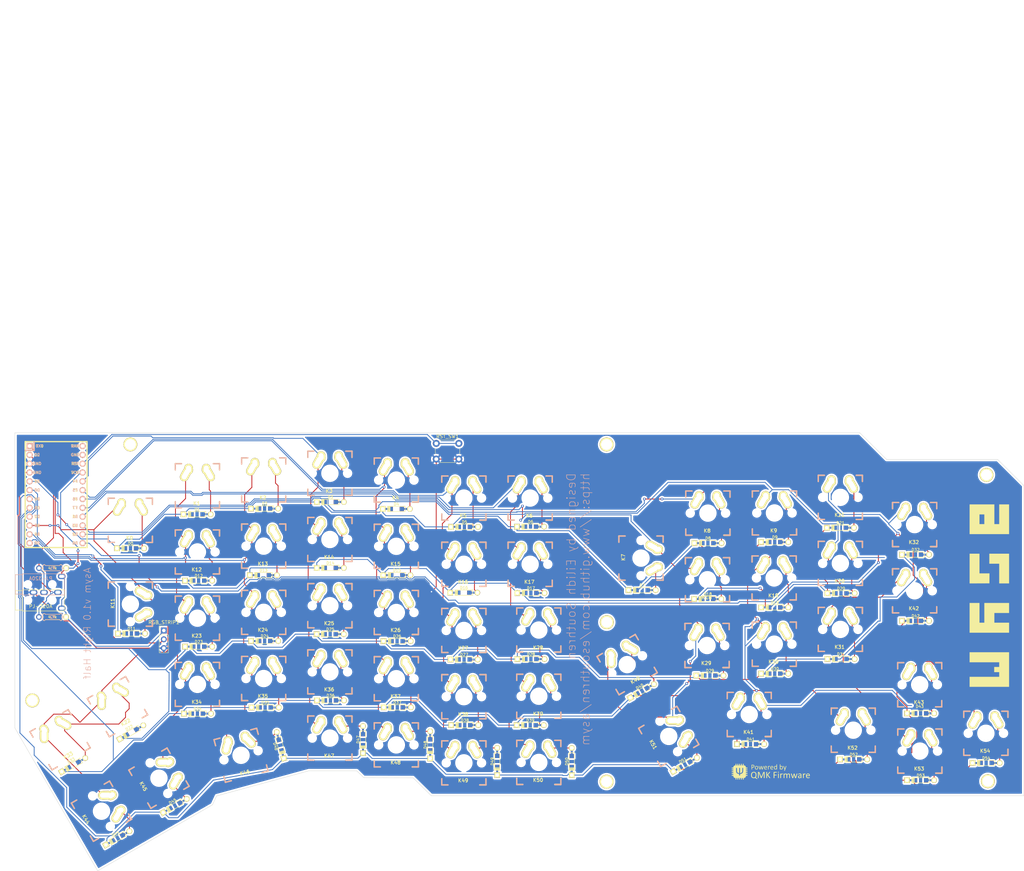
<source format=kicad_pcb>
(kicad_pcb (version 20171130) (host pcbnew "(5.1.10-1-10_14)")
  (title_block (title "Asym Right Half") (date 2021-07-25) (rev v1) (company "Eilidh Southren") (comment 1 https://www.github.com))
  (layers (0 F.Cu signal) (31 B.Cu signal hide) (34 B.Paste user) (35 F.Paste user) (36 B.SilkS user) (37 F.SilkS user) (38 B.Mask user) (39 F.Mask user) (44 Edge.Cuts user))
  (net 0 "")
  (net 1 row0)
  (net 2 "Net-(D0-Pad2)")
  (net 3 "Net-(D1-Pad2)")
  (net 4 "Net-(D2-Pad2)")
  (net 5 "Net-(D3-Pad2)")
  (net 6 "Net-(D4-Pad2)")
  (net 7 "Net-(D5-Pad2)")
  (net 8 "Net-(D6-Pad2)")
  (net 9 "Net-(D7-Pad2)")
  (net 10 "Net-(D8-Pad2)")
  (net 11 "Net-(D9-Pad2)")
  (net 12 "Net-(D11-Pad2)")
  (net 13 row1)
  (net 14 "Net-(D12-Pad2)")
  (net 15 "Net-(D13-Pad2)")
  (net 16 "Net-(D14-Pad2)")
  (net 17 "Net-(D15-Pad2)")
  (net 18 "Net-(D16-Pad2)")
  (net 19 "Net-(D17-Pad2)")
  (net 20 "Net-(D18-Pad2)")
  (net 21 "Net-(D19-Pad2)")
  (net 22 "Net-(D20-Pad2)")
  (net 23 "Net-(D21-Pad2)")
  (net 24 "Net-(D22-Pad2)")
  (net 25 row2)
  (net 26 "Net-(D23-Pad2)")
  (net 27 "Net-(D24-Pad2)")
  (net 28 "Net-(D25-Pad2)")
  (net 29 "Net-(D26-Pad2)")
  (net 30 "Net-(D27-Pad2)")
  (net 31 "Net-(D28-Pad2)")
  (net 32 "Net-(D29-Pad2)")
  (net 33 "Net-(D30-Pad2)")
  (net 34 "Net-(D31-Pad2)")
  (net 35 "Net-(D32-Pad2)")
  (net 36 "Net-(D33-Pad2)")
  (net 37 row3)
  (net 38 "Net-(D34-Pad2)")
  (net 39 "Net-(D35-Pad2)")
  (net 40 "Net-(D36-Pad2)")
  (net 41 "Net-(D37-Pad2)")
  (net 42 "Net-(D38-Pad2)")
  (net 43 "Net-(D39-Pad2)")
  (net 44 "Net-(D40-Pad2)")
  (net 45 "Net-(D41-Pad2)")
  (net 46 "Net-(D42-Pad2)")
  (net 47 "Net-(D43-Pad2)")
  (net 48 "Net-(D44-Pad2)")
  (net 49 row4)
  (net 50 "Net-(D45-Pad2)")
  (net 51 "Net-(D46-Pad2)")
  (net 52 "Net-(D47-Pad2)")
  (net 53 "Net-(D48-Pad2)")
  (net 54 "Net-(D49-Pad2)")
  (net 55 "Net-(D50-Pad2)")
  (net 56 "Net-(D51-Pad2)")
  (net 57 "Net-(D52-Pad2)")
  (net 58 "Net-(D53-Pad2)")
  (net 59 "Net-(D54-Pad2)")
  (net 60 VCC)
  (net 61 SDA)
  (net 62 SCL)
  (net 63 GND)
  (net 64 rgb_data)
  (net 65 col0)
  (net 66 col1)
  (net 67 col10)
  (net 68 col9)
  (net 69 col8)
  (net 70 col7)
  (net 71 col6)
  (net 72 col5)
  (net 73 col4)
  (net 74 col3)
  (net 75 RST)
  (net 76 "Net-(U1-Pad23)")
  (net 77 col2)
  (net 78 "Net-(U1-Pad24)")
  (module redox_footprints:Mx_Alps_100-dualside (layer F.Cu) (at 236.160316 120.432299)
    (fp_text reference K41 (at -0.22 5.08) (layer F.SilkS) (effects (font (thickness 0.2))))
    (fp_text value KEYSW hide)
    (pad 1 thru_hole oval (at -2.52 -4.79 3.9) (size 2.5 3.08) (drill oval 1.5 2.08) (layers *.Cu *.Mask F.SilkS) (net 69 col8))
    (pad 2 thru_hole oval (at 3.405 -3.27 29.05) (size 2.5 4.17) (drill oval 1.5 3.17) (layers *.Cu *.Mask F.SilkS) (net 45 "Net-(D41-Pad2)"))
    (pad HOLE np_thru_hole circle (at 0 0) (size 3.9878 3.9878) (drill 3.9878) (layers *.Cu))
    (pad HOLE np_thru_hole circle (at -5.08 0) (size 1.7018 1.7018) (drill 1.7018) (layers *.Cu))
    (pad HOLE np_thru_hole circle (at 5.08 0) (size 1.7018 1.7018) (drill 1.7018) (layers *.Cu))
    (pad 1 thru_hole oval (at -3.405 -3.27 330.95) (size 2.5 4.17) (drill oval 1.5 3.17) (layers *.Cu *.Mask F.SilkS) (net 69 col8))
    (pad 2 thru_hole oval (at 2.52 -4.79 356.1) (size 2.5 3.08) (drill oval 1.5 2.08) (layers *.Cu *.Mask F.SilkS) (net 45 "Net-(D41-Pad2)"))
  )
  (module redox_footprints:Mx_Alps_100-dualside (layer F.Cu) (at 54.48 118.18 30)
    (fp_text reference K22 (at -0.22 5.08 30) (layer F.SilkS) (effects (font (thickness 0.2))))
    (fp_text value KEYSW hide)
    (pad 1 thru_hole oval (at -2.52 -4.79 33.9) (size 2.5 3.08) (drill oval 1.5 2.08) (layers *.Cu *.Mask F.SilkS) (net 65 col0))
    (pad 2 thru_hole oval (at 3.405 -3.27 59.05) (size 2.5 4.17) (drill oval 1.5 3.17) (layers *.Cu *.Mask F.SilkS) (net 36 "Net-(D33-Pad2)"))
    (pad HOLE np_thru_hole circle (at 0 0 30) (size 3.9878 3.9878) (drill 3.9878) (layers *.Cu))
    (pad HOLE np_thru_hole circle (at -5.08 0 30) (size 1.7018 1.7018) (drill 1.7018) (layers *.Cu))
    (pad HOLE np_thru_hole circle (at 5.08 0 30) (size 1.7018 1.7018) (drill 1.7018) (layers *.Cu))
    (pad 1 thru_hole oval (at -3.405 -3.27 0.95) (size 2.5 4.17) (drill oval 1.5 3.17) (layers *.Cu *.Mask F.SilkS) (net 65 col0))
    (pad 2 thru_hole oval (at 2.52 -4.79 26.1) (size 2.5 3.08) (drill oval 1.5 2.08) (layers *.Cu *.Mask F.SilkS) (net 36 "Net-(D33-Pad2)"))
  )
  (module redox_footprints:Mx_Alps_100-dualside (layer F.Cu) (at 266.08 124.94)
    (fp_text reference K52 (at -0.22 5.08) (layer F.SilkS) (effects (font (thickness 0.2))))
    (fp_text value KEYSW hide)
    (pad 1 thru_hole oval (at -2.52 -4.79 3.9) (size 2.5 3.08) (drill oval 1.5 2.08) (layers *.Cu *.Mask F.SilkS) (net 69 col8))
    (pad 2 thru_hole oval (at 3.405 -3.27 29.05) (size 2.5 4.17) (drill oval 1.5 3.17) (layers *.Cu *.Mask F.SilkS) (net 57 "Net-(D52-Pad2)"))
    (pad HOLE np_thru_hole circle (at 0 0) (size 3.9878 3.9878) (drill 3.9878) (layers *.Cu))
    (pad HOLE np_thru_hole circle (at -5.08 0) (size 1.7018 1.7018) (drill 1.7018) (layers *.Cu))
    (pad HOLE np_thru_hole circle (at 5.08 0) (size 1.7018 1.7018) (drill 1.7018) (layers *.Cu))
    (pad 1 thru_hole oval (at -3.405 -3.27 330.95) (size 2.5 4.17) (drill oval 1.5 3.17) (layers *.Cu *.Mask F.SilkS) (net 69 col8))
    (pad 2 thru_hole oval (at 2.52 -4.79 356.1) (size 2.5 3.08) (drill oval 1.5 2.08) (layers *.Cu *.Mask F.SilkS) (net 57 "Net-(D52-Pad2)"))
  )
  (module redox_footprints:Mx_Alps_100-dualside (layer F.Cu) (at 224.282 62.484)
    (fp_text reference K8 (at -0.22 5.08) (layer F.SilkS) (effects (font (thickness 0.2))))
    (fp_text value KEYSW hide)
    (pad 1 thru_hole oval (at -2.52 -4.79 3.9) (size 2.5 3.08) (drill oval 1.5 2.08) (layers *.Cu *.Mask F.SilkS) (net 69 col8))
    (pad 2 thru_hole oval (at 3.405 -3.27 29.05) (size 2.5 4.17) (drill oval 1.5 3.17) (layers *.Cu *.Mask F.SilkS) (net 10 "Net-(D8-Pad2)"))
    (pad HOLE np_thru_hole circle (at 0 0) (size 3.9878 3.9878) (drill 3.9878) (layers *.Cu))
    (pad HOLE np_thru_hole circle (at -5.08 0) (size 1.7018 1.7018) (drill 1.7018) (layers *.Cu))
    (pad HOLE np_thru_hole circle (at 5.08 0) (size 1.7018 1.7018) (drill 1.7018) (layers *.Cu))
    (pad 1 thru_hole oval (at -3.405 -3.27 330.95) (size 2.5 4.17) (drill oval 1.5 3.17) (layers *.Cu *.Mask F.SilkS) (net 69 col8))
    (pad 2 thru_hole oval (at 2.52 -4.79 356.1) (size 2.5 3.08) (drill oval 1.5 2.08) (layers *.Cu *.Mask F.SilkS) (net 10 "Net-(D8-Pad2)"))
  )
  (module redox_footprints:Mx_Alps_100-dualside (layer F.Cu) (at 77.47 92.71)
    (fp_text reference K23 (at -0.22 5.08) (layer F.SilkS) (effects (font (thickness 0.2))))
    (fp_text value KEYSW hide)
    (pad 1 thru_hole oval (at -2.52 -4.79 3.9) (size 2.5 3.08) (drill oval 1.5 2.08) (layers *.Cu *.Mask F.SilkS) (net 66 col1))
    (pad 2 thru_hole oval (at 3.405 -3.27 29.05) (size 2.5 4.17) (drill oval 1.5 3.17) (layers *.Cu *.Mask F.SilkS) (net 26 "Net-(D23-Pad2)"))
    (pad HOLE np_thru_hole circle (at 0 0) (size 3.9878 3.9878) (drill 3.9878) (layers *.Cu))
    (pad HOLE np_thru_hole circle (at -5.08 0) (size 1.7018 1.7018) (drill 1.7018) (layers *.Cu))
    (pad HOLE np_thru_hole circle (at 5.08 0) (size 1.7018 1.7018) (drill 1.7018) (layers *.Cu))
    (pad 1 thru_hole oval (at -3.405 -3.27 330.95) (size 2.5 4.17) (drill oval 1.5 3.17) (layers *.Cu *.Mask F.SilkS) (net 66 col1))
    (pad 2 thru_hole oval (at 2.52 -4.79 356.1) (size 2.5 3.08) (drill oval 1.5 2.08) (layers *.Cu *.Mask F.SilkS) (net 26 "Net-(D23-Pad2)"))
  )
  (module redox_footprints:Mx_Alps_100-dualside (layer F.Cu) (at 285.235 130.955)
    (fp_text reference K53 (at -0.22 5.08) (layer F.SilkS) (effects (font (thickness 0.2))))
    (fp_text value KEYSW hide)
    (pad 1 thru_hole oval (at -2.52 -4.79 3.9) (size 2.5 3.08) (drill oval 1.5 2.08) (layers *.Cu *.Mask F.SilkS) (net 68 col9))
    (pad 2 thru_hole oval (at 3.405 -3.27 29.05) (size 2.5 4.17) (drill oval 1.5 3.17) (layers *.Cu *.Mask F.SilkS) (net 58 "Net-(D53-Pad2)"))
    (pad HOLE np_thru_hole circle (at 0 0) (size 3.9878 3.9878) (drill 3.9878) (layers *.Cu))
    (pad HOLE np_thru_hole circle (at -5.08 0) (size 1.7018 1.7018) (drill 1.7018) (layers *.Cu))
    (pad HOLE np_thru_hole circle (at 5.08 0) (size 1.7018 1.7018) (drill 1.7018) (layers *.Cu))
    (pad 1 thru_hole oval (at -3.405 -3.27 330.95) (size 2.5 4.17) (drill oval 1.5 3.17) (layers *.Cu *.Mask F.SilkS) (net 68 col9))
    (pad 2 thru_hole oval (at 2.52 -4.79 356.1) (size 2.5 3.08) (drill oval 1.5 2.08) (layers *.Cu *.Mask F.SilkS) (net 58 "Net-(D53-Pad2)"))
  )
  (module redox_footprints:Mx_Alps_100-dualside (layer F.Cu) (at 175.65 96.125)
    (fp_text reference K28 (at -0.22 5.08) (layer F.SilkS) (effects (font (thickness 0.2))))
    (fp_text value KEYSW hide)
    (pad 1 thru_hole oval (at -2.52 -4.79 3.9) (size 2.5 3.08) (drill oval 1.5 2.08) (layers *.Cu *.Mask F.SilkS) (net 71 col6))
    (pad 2 thru_hole oval (at 3.405 -3.27 29.05) (size 2.5 4.17) (drill oval 1.5 3.17) (layers *.Cu *.Mask F.SilkS) (net 31 "Net-(D28-Pad2)"))
    (pad HOLE np_thru_hole circle (at 0 0) (size 3.9878 3.9878) (drill 3.9878) (layers *.Cu))
    (pad HOLE np_thru_hole circle (at -5.08 0) (size 1.7018 1.7018) (drill 1.7018) (layers *.Cu))
    (pad HOLE np_thru_hole circle (at 5.08 0) (size 1.7018 1.7018) (drill 1.7018) (layers *.Cu))
    (pad 1 thru_hole oval (at -3.405 -3.27 330.95) (size 2.5 4.17) (drill oval 1.5 3.17) (layers *.Cu *.Mask F.SilkS) (net 71 col6))
    (pad 2 thru_hole oval (at 2.52 -4.79 356.1) (size 2.5 3.08) (drill oval 1.5 2.08) (layers *.Cu *.Mask F.SilkS) (net 31 "Net-(D28-Pad2)"))
  )
  (module redox_footprints:Mx_Alps_100-dualside (layer F.Cu) (at 285.185 111.855)
    (fp_text reference K43 (at -0.22 5.08) (layer F.SilkS) (effects (font (thickness 0.2))))
    (fp_text value KEYSW hide)
    (pad 1 thru_hole oval (at -2.52 -4.79 3.9) (size 2.5 3.08) (drill oval 1.5 2.08) (layers *.Cu *.Mask F.SilkS) (net 67 col10))
    (pad 2 thru_hole oval (at 3.405 -3.27 29.05) (size 2.5 4.17) (drill oval 1.5 3.17) (layers *.Cu *.Mask F.SilkS) (net 47 "Net-(D43-Pad2)"))
    (pad HOLE np_thru_hole circle (at 0 0) (size 3.9878 3.9878) (drill 3.9878) (layers *.Cu))
    (pad HOLE np_thru_hole circle (at -5.08 0) (size 1.7018 1.7018) (drill 1.7018) (layers *.Cu))
    (pad HOLE np_thru_hole circle (at 5.08 0) (size 1.7018 1.7018) (drill 1.7018) (layers *.Cu))
    (pad 1 thru_hole oval (at -3.405 -3.27 330.95) (size 2.5 4.17) (drill oval 1.5 3.17) (layers *.Cu *.Mask F.SilkS) (net 67 col10))
    (pad 2 thru_hole oval (at 2.52 -4.79 356.1) (size 2.5 3.08) (drill oval 1.5 2.08) (layers *.Cu *.Mask F.SilkS) (net 47 "Net-(D43-Pad2)"))
  )
  (module redox_footprints:Mx_Alps_100-dualside (layer F.Cu) (at 224.028 100.584)
    (fp_text reference K29 (at -0.22 5.08) (layer F.SilkS) (effects (font (thickness 0.2))))
    (fp_text value KEYSW hide)
    (pad 1 thru_hole oval (at -2.52 -4.79 3.9) (size 2.5 3.08) (drill oval 1.5 2.08) (layers *.Cu *.Mask F.SilkS) (net 70 col7))
    (pad 2 thru_hole oval (at 3.405 -3.27 29.05) (size 2.5 4.17) (drill oval 1.5 3.17) (layers *.Cu *.Mask F.SilkS) (net 32 "Net-(D29-Pad2)"))
    (pad HOLE np_thru_hole circle (at 0 0) (size 3.9878 3.9878) (drill 3.9878) (layers *.Cu))
    (pad HOLE np_thru_hole circle (at -5.08 0) (size 1.7018 1.7018) (drill 1.7018) (layers *.Cu))
    (pad HOLE np_thru_hole circle (at 5.08 0) (size 1.7018 1.7018) (drill 1.7018) (layers *.Cu))
    (pad 1 thru_hole oval (at -3.405 -3.27 330.95) (size 2.5 4.17) (drill oval 1.5 3.17) (layers *.Cu *.Mask F.SilkS) (net 70 col7))
    (pad 2 thru_hole oval (at 2.52 -4.79 356.1) (size 2.5 3.08) (drill oval 1.5 2.08) (layers *.Cu *.Mask F.SilkS) (net 32 "Net-(D29-Pad2)"))
  )
  (module redox_footprints:Mx_Alps_100-dualside (layer F.Cu) (at 58.18 64.54)
    (fp_text reference K0 (at -0.22 5.08) (layer F.SilkS) (effects (font (thickness 0.2))))
    (fp_text value KEYSW hide)
    (pad 1 thru_hole oval (at -2.52 -4.79 3.9) (size 2.5 3.08) (drill oval 1.5 2.08) (layers *.Cu *.Mask F.SilkS) (net 65 col0))
    (pad 2 thru_hole oval (at 3.405 -3.27 29.05) (size 2.5 4.17) (drill oval 1.5 3.17) (layers *.Cu *.Mask F.SilkS) (net 2 "Net-(D0-Pad2)"))
    (pad HOLE np_thru_hole circle (at 0 0) (size 3.9878 3.9878) (drill 3.9878) (layers *.Cu))
    (pad HOLE np_thru_hole circle (at -5.08 0) (size 1.7018 1.7018) (drill 1.7018) (layers *.Cu))
    (pad HOLE np_thru_hole circle (at 5.08 0) (size 1.7018 1.7018) (drill 1.7018) (layers *.Cu))
    (pad 1 thru_hole oval (at -3.405 -3.27 330.95) (size 2.5 4.17) (drill oval 1.5 3.17) (layers *.Cu *.Mask F.SilkS) (net 65 col0))
    (pad 2 thru_hole oval (at 2.52 -4.79 356.1) (size 2.5 3.08) (drill oval 1.5 2.08) (layers *.Cu *.Mask F.SilkS) (net 2 "Net-(D0-Pad2)"))
  )
  (module redox_footprints:Mx_Alps_100-dualside (layer F.Cu) (at 77.47 54.61)
    (fp_text reference K1 (at -0.22 5.08) (layer F.SilkS) (effects (font (thickness 0.2))))
    (fp_text value KEYSW hide)
    (pad 1 thru_hole oval (at -2.52 -4.79 3.9) (size 2.5 3.08) (drill oval 1.5 2.08) (layers *.Cu *.Mask F.SilkS) (net 66 col1))
    (pad 2 thru_hole oval (at 3.405 -3.27 29.05) (size 2.5 4.17) (drill oval 1.5 3.17) (layers *.Cu *.Mask F.SilkS) (net 3 "Net-(D1-Pad2)"))
    (pad HOLE np_thru_hole circle (at 0 0) (size 3.9878 3.9878) (drill 3.9878) (layers *.Cu))
    (pad HOLE np_thru_hole circle (at -5.08 0) (size 1.7018 1.7018) (drill 1.7018) (layers *.Cu))
    (pad HOLE np_thru_hole circle (at 5.08 0) (size 1.7018 1.7018) (drill 1.7018) (layers *.Cu))
    (pad 1 thru_hole oval (at -3.405 -3.27 330.95) (size 2.5 4.17) (drill oval 1.5 3.17) (layers *.Cu *.Mask F.SilkS) (net 66 col1))
    (pad 2 thru_hole oval (at 2.52 -4.79 356.1) (size 2.5 3.08) (drill oval 1.5 2.08) (layers *.Cu *.Mask F.SilkS) (net 3 "Net-(D1-Pad2)"))
  )
  (module redox_footprints:Mx_Alps_100-dualside (layer F.Cu) (at 96.52 52.93)
    (fp_text reference K2 (at -0.22 5.08) (layer F.SilkS) (effects (font (thickness 0.2))))
    (fp_text value KEYSW hide)
    (pad 1 thru_hole oval (at -2.52 -4.79 3.9) (size 2.5 3.08) (drill oval 1.5 2.08) (layers *.Cu *.Mask F.SilkS) (net 77 col2))
    (pad 2 thru_hole oval (at 3.405 -3.27 29.05) (size 2.5 4.17) (drill oval 1.5 3.17) (layers *.Cu *.Mask F.SilkS) (net 4 "Net-(D2-Pad2)"))
    (pad HOLE np_thru_hole circle (at 0 0) (size 3.9878 3.9878) (drill 3.9878) (layers *.Cu))
    (pad HOLE np_thru_hole circle (at -5.08 0) (size 1.7018 1.7018) (drill 1.7018) (layers *.Cu))
    (pad HOLE np_thru_hole circle (at 5.08 0) (size 1.7018 1.7018) (drill 1.7018) (layers *.Cu))
    (pad 1 thru_hole oval (at -3.405 -3.27 330.95) (size 2.5 4.17) (drill oval 1.5 3.17) (layers *.Cu *.Mask F.SilkS) (net 77 col2))
    (pad 2 thru_hole oval (at 2.52 -4.79 356.1) (size 2.5 3.08) (drill oval 1.5 2.08) (layers *.Cu *.Mask F.SilkS) (net 4 "Net-(D2-Pad2)"))
  )
  (module redox_footprints:Mx_Alps_100-dualside (layer F.Cu) (at 115.57 51.02)
    (fp_text reference K3 (at -0.22 5.08) (layer F.SilkS) (effects (font (thickness 0.2))))
    (fp_text value KEYSW hide)
    (pad 1 thru_hole oval (at -2.52 -4.79 3.9) (size 2.5 3.08) (drill oval 1.5 2.08) (layers *.Cu *.Mask F.SilkS) (net 74 col3))
    (pad 2 thru_hole oval (at 3.405 -3.27 29.05) (size 2.5 4.17) (drill oval 1.5 3.17) (layers *.Cu *.Mask F.SilkS) (net 5 "Net-(D3-Pad2)"))
    (pad HOLE np_thru_hole circle (at 0 0) (size 3.9878 3.9878) (drill 3.9878) (layers *.Cu))
    (pad HOLE np_thru_hole circle (at -5.08 0) (size 1.7018 1.7018) (drill 1.7018) (layers *.Cu))
    (pad HOLE np_thru_hole circle (at 5.08 0) (size 1.7018 1.7018) (drill 1.7018) (layers *.Cu))
    (pad 1 thru_hole oval (at -3.405 -3.27 330.95) (size 2.5 4.17) (drill oval 1.5 3.17) (layers *.Cu *.Mask F.SilkS) (net 74 col3))
    (pad 2 thru_hole oval (at 2.52 -4.79 356.1) (size 2.5 3.08) (drill oval 1.5 2.08) (layers *.Cu *.Mask F.SilkS) (net 5 "Net-(D3-Pad2)"))
  )
  (module redox_footprints:Mx_Alps_100-dualside (layer F.Cu) (at 134.67 52.98)
    (fp_text reference K4 (at -0.22 5.08) (layer F.SilkS) (effects (font (thickness 0.2))))
    (fp_text value KEYSW hide)
    (pad 1 thru_hole oval (at -2.52 -4.79 3.9) (size 2.5 3.08) (drill oval 1.5 2.08) (layers *.Cu *.Mask F.SilkS) (net 73 col4))
    (pad 2 thru_hole oval (at 3.405 -3.27 29.05) (size 2.5 4.17) (drill oval 1.5 3.17) (layers *.Cu *.Mask F.SilkS) (net 6 "Net-(D4-Pad2)"))
    (pad HOLE np_thru_hole circle (at 0 0) (size 3.9878 3.9878) (drill 3.9878) (layers *.Cu))
    (pad HOLE np_thru_hole circle (at -5.08 0) (size 1.7018 1.7018) (drill 1.7018) (layers *.Cu))
    (pad HOLE np_thru_hole circle (at 5.08 0) (size 1.7018 1.7018) (drill 1.7018) (layers *.Cu))
    (pad 1 thru_hole oval (at -3.405 -3.27 330.95) (size 2.5 4.17) (drill oval 1.5 3.17) (layers *.Cu *.Mask F.SilkS) (net 73 col4))
    (pad 2 thru_hole oval (at 2.52 -4.79 356.1) (size 2.5 3.08) (drill oval 1.5 2.08) (layers *.Cu *.Mask F.SilkS) (net 6 "Net-(D4-Pad2)"))
  )
  (module redox_footprints:Mx_Alps_100-dualside (layer F.Cu) (at 154.1 58.15)
    (fp_text reference K5 (at -0.22 5.08) (layer F.SilkS) (effects (font (thickness 0.2))))
    (fp_text value KEYSW hide)
    (pad 1 thru_hole oval (at -2.52 -4.79 3.9) (size 2.5 3.08) (drill oval 1.5 2.08) (layers *.Cu *.Mask F.SilkS) (net 72 col5))
    (pad 2 thru_hole oval (at 3.405 -3.27 29.05) (size 2.5 4.17) (drill oval 1.5 3.17) (layers *.Cu *.Mask F.SilkS) (net 7 "Net-(D5-Pad2)"))
    (pad HOLE np_thru_hole circle (at 0 0) (size 3.9878 3.9878) (drill 3.9878) (layers *.Cu))
    (pad HOLE np_thru_hole circle (at -5.08 0) (size 1.7018 1.7018) (drill 1.7018) (layers *.Cu))
    (pad HOLE np_thru_hole circle (at 5.08 0) (size 1.7018 1.7018) (drill 1.7018) (layers *.Cu))
    (pad 1 thru_hole oval (at -3.405 -3.27 330.95) (size 2.5 4.17) (drill oval 1.5 3.17) (layers *.Cu *.Mask F.SilkS) (net 72 col5))
    (pad 2 thru_hole oval (at 2.52 -4.79 356.1) (size 2.5 3.08) (drill oval 1.5 2.08) (layers *.Cu *.Mask F.SilkS) (net 7 "Net-(D5-Pad2)"))
  )
  (module redox_footprints:Mx_Alps_100-dualside (layer F.Cu) (at 173.15 58.15)
    (fp_text reference K6 (at -0.22 5.08) (layer F.SilkS) (effects (font (thickness 0.2))))
    (fp_text value KEYSW hide)
    (pad 1 thru_hole oval (at -2.52 -4.79 3.9) (size 2.5 3.08) (drill oval 1.5 2.08) (layers *.Cu *.Mask F.SilkS) (net 71 col6))
    (pad 2 thru_hole oval (at 3.405 -3.27 29.05) (size 2.5 4.17) (drill oval 1.5 3.17) (layers *.Cu *.Mask F.SilkS) (net 8 "Net-(D6-Pad2)"))
    (pad HOLE np_thru_hole circle (at 0 0) (size 3.9878 3.9878) (drill 3.9878) (layers *.Cu))
    (pad HOLE np_thru_hole circle (at -5.08 0) (size 1.7018 1.7018) (drill 1.7018) (layers *.Cu))
    (pad HOLE np_thru_hole circle (at 5.08 0) (size 1.7018 1.7018) (drill 1.7018) (layers *.Cu))
    (pad 1 thru_hole oval (at -3.405 -3.27 330.95) (size 2.5 4.17) (drill oval 1.5 3.17) (layers *.Cu *.Mask F.SilkS) (net 71 col6))
    (pad 2 thru_hole oval (at 2.52 -4.79 356.1) (size 2.5 3.08) (drill oval 1.5 2.08) (layers *.Cu *.Mask F.SilkS) (net 8 "Net-(D6-Pad2)"))
  )
  (module redox_footprints:Mx_Alps_100-dualside (layer F.Cu) (at 243.415 62.44)
    (fp_text reference K9 (at -0.22 5.08) (layer F.SilkS) (effects (font (thickness 0.2))))
    (fp_text value KEYSW hide)
    (pad 1 thru_hole oval (at -2.52 -4.79 3.9) (size 2.5 3.08) (drill oval 1.5 2.08) (layers *.Cu *.Mask F.SilkS) (net 68 col9))
    (pad 2 thru_hole oval (at 3.405 -3.27 29.05) (size 2.5 4.17) (drill oval 1.5 3.17) (layers *.Cu *.Mask F.SilkS) (net 11 "Net-(D9-Pad2)"))
    (pad HOLE np_thru_hole circle (at 0 0) (size 3.9878 3.9878) (drill 3.9878) (layers *.Cu))
    (pad HOLE np_thru_hole circle (at -5.08 0) (size 1.7018 1.7018) (drill 1.7018) (layers *.Cu))
    (pad HOLE np_thru_hole circle (at 5.08 0) (size 1.7018 1.7018) (drill 1.7018) (layers *.Cu))
    (pad 1 thru_hole oval (at -3.405 -3.27 330.95) (size 2.5 4.17) (drill oval 1.5 3.17) (layers *.Cu *.Mask F.SilkS) (net 68 col9))
    (pad 2 thru_hole oval (at 2.52 -4.79 356.1) (size 2.5 3.08) (drill oval 1.5 2.08) (layers *.Cu *.Mask F.SilkS) (net 11 "Net-(D9-Pad2)"))
  )
  (module redox_footprints:Mx_Alps_100-dualside (layer F.Cu) (at 77.47 73.66)
    (fp_text reference K12 (at -0.22 5.08) (layer F.SilkS) (effects (font (thickness 0.2))))
    (fp_text value KEYSW hide)
    (pad 1 thru_hole oval (at -2.52 -4.79 3.9) (size 2.5 3.08) (drill oval 1.5 2.08) (layers *.Cu *.Mask F.SilkS) (net 66 col1))
    (pad 2 thru_hole oval (at 3.405 -3.27 29.05) (size 2.5 4.17) (drill oval 1.5 3.17) (layers *.Cu *.Mask F.SilkS) (net 14 "Net-(D12-Pad2)"))
    (pad HOLE np_thru_hole circle (at 0 0) (size 3.9878 3.9878) (drill 3.9878) (layers *.Cu))
    (pad HOLE np_thru_hole circle (at -5.08 0) (size 1.7018 1.7018) (drill 1.7018) (layers *.Cu))
    (pad HOLE np_thru_hole circle (at 5.08 0) (size 1.7018 1.7018) (drill 1.7018) (layers *.Cu))
    (pad 1 thru_hole oval (at -3.405 -3.27 330.95) (size 2.5 4.17) (drill oval 1.5 3.17) (layers *.Cu *.Mask F.SilkS) (net 66 col1))
    (pad 2 thru_hole oval (at 2.52 -4.79 356.1) (size 2.5 3.08) (drill oval 1.5 2.08) (layers *.Cu *.Mask F.SilkS) (net 14 "Net-(D12-Pad2)"))
  )
  (module redox_footprints:Mx_Alps_100-dualside (layer F.Cu) (at 96.52 71.98)
    (fp_text reference K13 (at -0.22 5.08) (layer F.SilkS) (effects (font (thickness 0.2))))
    (fp_text value KEYSW hide)
    (pad 1 thru_hole oval (at -2.52 -4.79 3.9) (size 2.5 3.08) (drill oval 1.5 2.08) (layers *.Cu *.Mask F.SilkS) (net 77 col2))
    (pad 2 thru_hole oval (at 3.405 -3.27 29.05) (size 2.5 4.17) (drill oval 1.5 3.17) (layers *.Cu *.Mask F.SilkS) (net 15 "Net-(D13-Pad2)"))
    (pad HOLE np_thru_hole circle (at 0 0) (size 3.9878 3.9878) (drill 3.9878) (layers *.Cu))
    (pad HOLE np_thru_hole circle (at -5.08 0) (size 1.7018 1.7018) (drill 1.7018) (layers *.Cu))
    (pad HOLE np_thru_hole circle (at 5.08 0) (size 1.7018 1.7018) (drill 1.7018) (layers *.Cu))
    (pad 1 thru_hole oval (at -3.405 -3.27 330.95) (size 2.5 4.17) (drill oval 1.5 3.17) (layers *.Cu *.Mask F.SilkS) (net 77 col2))
    (pad 2 thru_hole oval (at 2.52 -4.79 356.1) (size 2.5 3.08) (drill oval 1.5 2.08) (layers *.Cu *.Mask F.SilkS) (net 15 "Net-(D13-Pad2)"))
  )
  (module redox_footprints:Mx_Alps_100-dualside (layer F.Cu) (at 115.57 70.07)
    (fp_text reference K14 (at -0.22 5.08) (layer F.SilkS) (effects (font (thickness 0.2))))
    (fp_text value KEYSW hide)
    (pad 1 thru_hole oval (at -2.52 -4.79 3.9) (size 2.5 3.08) (drill oval 1.5 2.08) (layers *.Cu *.Mask F.SilkS) (net 74 col3))
    (pad 2 thru_hole oval (at 3.405 -3.27 29.05) (size 2.5 4.17) (drill oval 1.5 3.17) (layers *.Cu *.Mask F.SilkS) (net 16 "Net-(D14-Pad2)"))
    (pad HOLE np_thru_hole circle (at 0 0) (size 3.9878 3.9878) (drill 3.9878) (layers *.Cu))
    (pad HOLE np_thru_hole circle (at -5.08 0) (size 1.7018 1.7018) (drill 1.7018) (layers *.Cu))
    (pad HOLE np_thru_hole circle (at 5.08 0) (size 1.7018 1.7018) (drill 1.7018) (layers *.Cu))
    (pad 1 thru_hole oval (at -3.405 -3.27 330.95) (size 2.5 4.17) (drill oval 1.5 3.17) (layers *.Cu *.Mask F.SilkS) (net 74 col3))
    (pad 2 thru_hole oval (at 2.52 -4.79 356.1) (size 2.5 3.08) (drill oval 1.5 2.08) (layers *.Cu *.Mask F.SilkS) (net 16 "Net-(D14-Pad2)"))
  )
  (module redox_footprints:Mx_Alps_100-dualside (layer F.Cu) (at 134.67 72.03)
    (fp_text reference K15 (at -0.22 5.08) (layer F.SilkS) (effects (font (thickness 0.2))))
    (fp_text value KEYSW hide)
    (pad 1 thru_hole oval (at -2.52 -4.79 3.9) (size 2.5 3.08) (drill oval 1.5 2.08) (layers *.Cu *.Mask F.SilkS) (net 73 col4))
    (pad 2 thru_hole oval (at 3.405 -3.27 29.05) (size 2.5 4.17) (drill oval 1.5 3.17) (layers *.Cu *.Mask F.SilkS) (net 17 "Net-(D15-Pad2)"))
    (pad HOLE np_thru_hole circle (at 0 0) (size 3.9878 3.9878) (drill 3.9878) (layers *.Cu))
    (pad HOLE np_thru_hole circle (at -5.08 0) (size 1.7018 1.7018) (drill 1.7018) (layers *.Cu))
    (pad HOLE np_thru_hole circle (at 5.08 0) (size 1.7018 1.7018) (drill 1.7018) (layers *.Cu))
    (pad 1 thru_hole oval (at -3.405 -3.27 330.95) (size 2.5 4.17) (drill oval 1.5 3.17) (layers *.Cu *.Mask F.SilkS) (net 73 col4))
    (pad 2 thru_hole oval (at 2.52 -4.79 356.1) (size 2.5 3.08) (drill oval 1.5 2.08) (layers *.Cu *.Mask F.SilkS) (net 17 "Net-(D15-Pad2)"))
  )
  (module redox_footprints:Mx_Alps_100-dualside (layer F.Cu) (at 154.1 77.2)
    (fp_text reference K16 (at -0.22 5.08) (layer F.SilkS) (effects (font (thickness 0.2))))
    (fp_text value KEYSW hide)
    (pad 1 thru_hole oval (at -2.52 -4.79 3.9) (size 2.5 3.08) (drill oval 1.5 2.08) (layers *.Cu *.Mask F.SilkS) (net 72 col5))
    (pad 2 thru_hole oval (at 3.405 -3.27 29.05) (size 2.5 4.17) (drill oval 1.5 3.17) (layers *.Cu *.Mask F.SilkS) (net 18 "Net-(D16-Pad2)"))
    (pad HOLE np_thru_hole circle (at 0 0) (size 3.9878 3.9878) (drill 3.9878) (layers *.Cu))
    (pad HOLE np_thru_hole circle (at -5.08 0) (size 1.7018 1.7018) (drill 1.7018) (layers *.Cu))
    (pad HOLE np_thru_hole circle (at 5.08 0) (size 1.7018 1.7018) (drill 1.7018) (layers *.Cu))
    (pad 1 thru_hole oval (at -3.405 -3.27 330.95) (size 2.5 4.17) (drill oval 1.5 3.17) (layers *.Cu *.Mask F.SilkS) (net 72 col5))
    (pad 2 thru_hole oval (at 2.52 -4.79 356.1) (size 2.5 3.08) (drill oval 1.5 2.08) (layers *.Cu *.Mask F.SilkS) (net 18 "Net-(D16-Pad2)"))
  )
  (module redox_footprints:Mx_Alps_100-dualside (layer F.Cu) (at 173.15 77.2)
    (fp_text reference K17 (at -0.22 5.08) (layer F.SilkS) (effects (font (thickness 0.2))))
    (fp_text value KEYSW hide)
    (pad 1 thru_hole oval (at -2.52 -4.79 3.9) (size 2.5 3.08) (drill oval 1.5 2.08) (layers *.Cu *.Mask F.SilkS) (net 71 col6))
    (pad 2 thru_hole oval (at 3.405 -3.27 29.05) (size 2.5 4.17) (drill oval 1.5 3.17) (layers *.Cu *.Mask F.SilkS) (net 19 "Net-(D17-Pad2)"))
    (pad HOLE np_thru_hole circle (at 0 0) (size 3.9878 3.9878) (drill 3.9878) (layers *.Cu))
    (pad HOLE np_thru_hole circle (at -5.08 0) (size 1.7018 1.7018) (drill 1.7018) (layers *.Cu))
    (pad HOLE np_thru_hole circle (at 5.08 0) (size 1.7018 1.7018) (drill 1.7018) (layers *.Cu))
    (pad 1 thru_hole oval (at -3.405 -3.27 330.95) (size 2.5 4.17) (drill oval 1.5 3.17) (layers *.Cu *.Mask F.SilkS) (net 71 col6))
    (pad 2 thru_hole oval (at 2.52 -4.79 356.1) (size 2.5 3.08) (drill oval 1.5 2.08) (layers *.Cu *.Mask F.SilkS) (net 19 "Net-(D17-Pad2)"))
  )
  (module redox_footprints:Mx_Alps_100-dualside (layer F.Cu) (at 224.155 81.65)
    (fp_text reference K18 (at -0.22 5.08) (layer F.SilkS) (effects (font (thickness 0.2))))
    (fp_text value KEYSW hide)
    (pad 1 thru_hole oval (at -2.52 -4.79 3.9) (size 2.5 3.08) (drill oval 1.5 2.08) (layers *.Cu *.Mask F.SilkS) (net 70 col7))
    (pad 2 thru_hole oval (at 3.405 -3.27 29.05) (size 2.5 4.17) (drill oval 1.5 3.17) (layers *.Cu *.Mask F.SilkS) (net 20 "Net-(D18-Pad2)"))
    (pad HOLE np_thru_hole circle (at 0 0) (size 3.9878 3.9878) (drill 3.9878) (layers *.Cu))
    (pad HOLE np_thru_hole circle (at -5.08 0) (size 1.7018 1.7018) (drill 1.7018) (layers *.Cu))
    (pad HOLE np_thru_hole circle (at 5.08 0) (size 1.7018 1.7018) (drill 1.7018) (layers *.Cu))
    (pad 1 thru_hole oval (at -3.405 -3.27 330.95) (size 2.5 4.17) (drill oval 1.5 3.17) (layers *.Cu *.Mask F.SilkS) (net 70 col7))
    (pad 2 thru_hole oval (at 2.52 -4.79 356.1) (size 2.5 3.08) (drill oval 1.5 2.08) (layers *.Cu *.Mask F.SilkS) (net 20 "Net-(D18-Pad2)"))
  )
  (module redox_footprints:Mx_Alps_100-dualside (layer F.Cu) (at 243.315 81.14)
    (fp_text reference K19 (at -0.22 5.08) (layer F.SilkS) (effects (font (thickness 0.2))))
    (fp_text value KEYSW hide)
    (pad 1 thru_hole oval (at -2.52 -4.79 3.9) (size 2.5 3.08) (drill oval 1.5 2.08) (layers *.Cu *.Mask F.SilkS) (net 69 col8))
    (pad 2 thru_hole oval (at 3.405 -3.27 29.05) (size 2.5 4.17) (drill oval 1.5 3.17) (layers *.Cu *.Mask F.SilkS) (net 21 "Net-(D19-Pad2)"))
    (pad HOLE np_thru_hole circle (at 0 0) (size 3.9878 3.9878) (drill 3.9878) (layers *.Cu))
    (pad HOLE np_thru_hole circle (at -5.08 0) (size 1.7018 1.7018) (drill 1.7018) (layers *.Cu))
    (pad HOLE np_thru_hole circle (at 5.08 0) (size 1.7018 1.7018) (drill 1.7018) (layers *.Cu))
    (pad 1 thru_hole oval (at -3.405 -3.27 330.95) (size 2.5 4.17) (drill oval 1.5 3.17) (layers *.Cu *.Mask F.SilkS) (net 69 col8))
    (pad 2 thru_hole oval (at 2.52 -4.79 356.1) (size 2.5 3.08) (drill oval 1.5 2.08) (layers *.Cu *.Mask F.SilkS) (net 21 "Net-(D19-Pad2)"))
  )
  (module redox_footprints:Mx_Alps_100-dualside (layer F.Cu) (at 262.365 76.94)
    (fp_text reference K20 (at -0.22 5.08) (layer F.SilkS) (effects (font (thickness 0.2))))
    (fp_text value KEYSW hide)
    (pad 1 thru_hole oval (at -2.52 -4.79 3.9) (size 2.5 3.08) (drill oval 1.5 2.08) (layers *.Cu *.Mask F.SilkS) (net 68 col9))
    (pad 2 thru_hole oval (at 3.405 -3.27 29.05) (size 2.5 4.17) (drill oval 1.5 3.17) (layers *.Cu *.Mask F.SilkS) (net 22 "Net-(D20-Pad2)"))
    (pad HOLE np_thru_hole circle (at 0 0) (size 3.9878 3.9878) (drill 3.9878) (layers *.Cu))
    (pad HOLE np_thru_hole circle (at -5.08 0) (size 1.7018 1.7018) (drill 1.7018) (layers *.Cu))
    (pad HOLE np_thru_hole circle (at 5.08 0) (size 1.7018 1.7018) (drill 1.7018) (layers *.Cu))
    (pad 1 thru_hole oval (at -3.405 -3.27 330.95) (size 2.5 4.17) (drill oval 1.5 3.17) (layers *.Cu *.Mask F.SilkS) (net 68 col9))
    (pad 2 thru_hole oval (at 2.52 -4.79 356.1) (size 2.5 3.08) (drill oval 1.5 2.08) (layers *.Cu *.Mask F.SilkS) (net 22 "Net-(D20-Pad2)"))
  )
  (module redox_footprints:Mx_Alps_100-dualside (layer F.Cu) (at 262.365 57.94)
    (fp_text reference K21 (at -0.22 5.08) (layer F.SilkS) (effects (font (thickness 0.2))))
    (fp_text value KEYSW hide)
    (pad 1 thru_hole oval (at -2.52 -4.79 3.9) (size 2.5 3.08) (drill oval 1.5 2.08) (layers *.Cu *.Mask F.SilkS) (net 67 col10))
    (pad 2 thru_hole oval (at 3.405 -3.27 29.05) (size 2.5 4.17) (drill oval 1.5 3.17) (layers *.Cu *.Mask F.SilkS) (net 23 "Net-(D21-Pad2)"))
    (pad HOLE np_thru_hole circle (at 0 0) (size 3.9878 3.9878) (drill 3.9878) (layers *.Cu))
    (pad HOLE np_thru_hole circle (at -5.08 0) (size 1.7018 1.7018) (drill 1.7018) (layers *.Cu))
    (pad HOLE np_thru_hole circle (at 5.08 0) (size 1.7018 1.7018) (drill 1.7018) (layers *.Cu))
    (pad 1 thru_hole oval (at -3.405 -3.27 330.95) (size 2.5 4.17) (drill oval 1.5 3.17) (layers *.Cu *.Mask F.SilkS) (net 67 col10))
    (pad 2 thru_hole oval (at 2.52 -4.79 356.1) (size 2.5 3.08) (drill oval 1.5 2.08) (layers *.Cu *.Mask F.SilkS) (net 23 "Net-(D21-Pad2)"))
  )
  (module redox_footprints:Mx_Alps_100-dualside (layer F.Cu) (at 96.52 91.03)
    (fp_text reference K24 (at -0.22 5.08) (layer F.SilkS) (effects (font (thickness 0.2))))
    (fp_text value KEYSW hide)
    (pad 1 thru_hole oval (at -2.52 -4.79 3.9) (size 2.5 3.08) (drill oval 1.5 2.08) (layers *.Cu *.Mask F.SilkS) (net 77 col2))
    (pad 2 thru_hole oval (at 3.405 -3.27 29.05) (size 2.5 4.17) (drill oval 1.5 3.17) (layers *.Cu *.Mask F.SilkS) (net 27 "Net-(D24-Pad2)"))
    (pad HOLE np_thru_hole circle (at 0 0) (size 3.9878 3.9878) (drill 3.9878) (layers *.Cu))
    (pad HOLE np_thru_hole circle (at -5.08 0) (size 1.7018 1.7018) (drill 1.7018) (layers *.Cu))
    (pad HOLE np_thru_hole circle (at 5.08 0) (size 1.7018 1.7018) (drill 1.7018) (layers *.Cu))
    (pad 1 thru_hole oval (at -3.405 -3.27 330.95) (size 2.5 4.17) (drill oval 1.5 3.17) (layers *.Cu *.Mask F.SilkS) (net 77 col2))
    (pad 2 thru_hole oval (at 2.52 -4.79 356.1) (size 2.5 3.08) (drill oval 1.5 2.08) (layers *.Cu *.Mask F.SilkS) (net 27 "Net-(D24-Pad2)"))
  )
  (module redox_footprints:Mx_Alps_100-dualside (layer F.Cu) (at 115.57 89.12)
    (fp_text reference K25 (at -0.22 5.08) (layer F.SilkS) (effects (font (thickness 0.2))))
    (fp_text value KEYSW hide)
    (pad 1 thru_hole oval (at -2.52 -4.79 3.9) (size 2.5 3.08) (drill oval 1.5 2.08) (layers *.Cu *.Mask F.SilkS) (net 74 col3))
    (pad 2 thru_hole oval (at 3.405 -3.27 29.05) (size 2.5 4.17) (drill oval 1.5 3.17) (layers *.Cu *.Mask F.SilkS) (net 28 "Net-(D25-Pad2)"))
    (pad HOLE np_thru_hole circle (at 0 0) (size 3.9878 3.9878) (drill 3.9878) (layers *.Cu))
    (pad HOLE np_thru_hole circle (at -5.08 0) (size 1.7018 1.7018) (drill 1.7018) (layers *.Cu))
    (pad HOLE np_thru_hole circle (at 5.08 0) (size 1.7018 1.7018) (drill 1.7018) (layers *.Cu))
    (pad 1 thru_hole oval (at -3.405 -3.27 330.95) (size 2.5 4.17) (drill oval 1.5 3.17) (layers *.Cu *.Mask F.SilkS) (net 74 col3))
    (pad 2 thru_hole oval (at 2.52 -4.79 356.1) (size 2.5 3.08) (drill oval 1.5 2.08) (layers *.Cu *.Mask F.SilkS) (net 28 "Net-(D25-Pad2)"))
  )
  (module redox_footprints:Mx_Alps_100-dualside (layer F.Cu) (at 134.67 91.08)
    (fp_text reference K26 (at -0.22 5.08) (layer F.SilkS) (effects (font (thickness 0.2))))
    (fp_text value KEYSW hide)
    (pad 1 thru_hole oval (at -2.52 -4.79 3.9) (size 2.5 3.08) (drill oval 1.5 2.08) (layers *.Cu *.Mask F.SilkS) (net 73 col4))
    (pad 2 thru_hole oval (at 3.405 -3.27 29.05) (size 2.5 4.17) (drill oval 1.5 3.17) (layers *.Cu *.Mask F.SilkS) (net 29 "Net-(D26-Pad2)"))
    (pad HOLE np_thru_hole circle (at 0 0) (size 3.9878 3.9878) (drill 3.9878) (layers *.Cu))
    (pad HOLE np_thru_hole circle (at -5.08 0) (size 1.7018 1.7018) (drill 1.7018) (layers *.Cu))
    (pad HOLE np_thru_hole circle (at 5.08 0) (size 1.7018 1.7018) (drill 1.7018) (layers *.Cu))
    (pad 1 thru_hole oval (at -3.405 -3.27 330.95) (size 2.5 4.17) (drill oval 1.5 3.17) (layers *.Cu *.Mask F.SilkS) (net 73 col4))
    (pad 2 thru_hole oval (at 2.52 -4.79 356.1) (size 2.5 3.08) (drill oval 1.5 2.08) (layers *.Cu *.Mask F.SilkS) (net 29 "Net-(D26-Pad2)"))
  )
  (module redox_footprints:Mx_Alps_100-dualside (layer F.Cu) (at 154.1 96.25)
    (fp_text reference K27 (at -0.22 5.08) (layer F.SilkS) (effects (font (thickness 0.2))))
    (fp_text value KEYSW hide)
    (pad 1 thru_hole oval (at -2.52 -4.79 3.9) (size 2.5 3.08) (drill oval 1.5 2.08) (layers *.Cu *.Mask F.SilkS) (net 72 col5))
    (pad 2 thru_hole oval (at 3.405 -3.27 29.05) (size 2.5 4.17) (drill oval 1.5 3.17) (layers *.Cu *.Mask F.SilkS) (net 30 "Net-(D27-Pad2)"))
    (pad HOLE np_thru_hole circle (at 0 0) (size 3.9878 3.9878) (drill 3.9878) (layers *.Cu))
    (pad HOLE np_thru_hole circle (at -5.08 0) (size 1.7018 1.7018) (drill 1.7018) (layers *.Cu))
    (pad HOLE np_thru_hole circle (at 5.08 0) (size 1.7018 1.7018) (drill 1.7018) (layers *.Cu))
    (pad 1 thru_hole oval (at -3.405 -3.27 330.95) (size 2.5 4.17) (drill oval 1.5 3.17) (layers *.Cu *.Mask F.SilkS) (net 72 col5))
    (pad 2 thru_hole oval (at 2.52 -4.79 356.1) (size 2.5 3.08) (drill oval 1.5 2.08) (layers *.Cu *.Mask F.SilkS) (net 30 "Net-(D27-Pad2)"))
  )
  (module redox_footprints:Mx_Alps_100-dualside (layer F.Cu) (at 243.365 100.19)
    (fp_text reference K30 (at -0.22 5.08) (layer F.SilkS) (effects (font (thickness 0.2))))
    (fp_text value KEYSW hide)
    (pad 1 thru_hole oval (at -2.52 -4.79 3.9) (size 2.5 3.08) (drill oval 1.5 2.08) (layers *.Cu *.Mask F.SilkS) (net 69 col8))
    (pad 2 thru_hole oval (at 3.405 -3.27 29.05) (size 2.5 4.17) (drill oval 1.5 3.17) (layers *.Cu *.Mask F.SilkS) (net 33 "Net-(D30-Pad2)"))
    (pad HOLE np_thru_hole circle (at 0 0) (size 3.9878 3.9878) (drill 3.9878) (layers *.Cu))
    (pad HOLE np_thru_hole circle (at -5.08 0) (size 1.7018 1.7018) (drill 1.7018) (layers *.Cu))
    (pad HOLE np_thru_hole circle (at 5.08 0) (size 1.7018 1.7018) (drill 1.7018) (layers *.Cu))
    (pad 1 thru_hole oval (at -3.405 -3.27 330.95) (size 2.5 4.17) (drill oval 1.5 3.17) (layers *.Cu *.Mask F.SilkS) (net 69 col8))
    (pad 2 thru_hole oval (at 2.52 -4.79 356.1) (size 2.5 3.08) (drill oval 1.5 2.08) (layers *.Cu *.Mask F.SilkS) (net 33 "Net-(D30-Pad2)"))
  )
  (module redox_footprints:Mx_Alps_100-dualside (layer F.Cu) (at 262.365 95.94)
    (fp_text reference K31 (at -0.22 5.08) (layer F.SilkS) (effects (font (thickness 0.2))))
    (fp_text value KEYSW hide)
    (pad 1 thru_hole oval (at -2.52 -4.79 3.9) (size 2.5 3.08) (drill oval 1.5 2.08) (layers *.Cu *.Mask F.SilkS) (net 68 col9))
    (pad 2 thru_hole oval (at 3.405 -3.27 29.05) (size 2.5 4.17) (drill oval 1.5 3.17) (layers *.Cu *.Mask F.SilkS) (net 34 "Net-(D31-Pad2)"))
    (pad HOLE np_thru_hole circle (at 0 0) (size 3.9878 3.9878) (drill 3.9878) (layers *.Cu))
    (pad HOLE np_thru_hole circle (at -5.08 0) (size 1.7018 1.7018) (drill 1.7018) (layers *.Cu))
    (pad HOLE np_thru_hole circle (at 5.08 0) (size 1.7018 1.7018) (drill 1.7018) (layers *.Cu))
    (pad 1 thru_hole oval (at -3.405 -3.27 330.95) (size 2.5 4.17) (drill oval 1.5 3.17) (layers *.Cu *.Mask F.SilkS) (net 68 col9))
    (pad 2 thru_hole oval (at 2.52 -4.79 356.1) (size 2.5 3.08) (drill oval 1.5 2.08) (layers *.Cu *.Mask F.SilkS) (net 34 "Net-(D31-Pad2)"))
  )
  (module redox_footprints:Mx_Alps_100-dualside (layer F.Cu) (at 37.97 127.71 30)
    (fp_text reference K33 (at -0.22 5.08 30) (layer F.SilkS) (effects (font (thickness 0.2))))
    (fp_text value KEYSW hide)
    (pad 1 thru_hole oval (at -2.52 -4.79 33.9) (size 2.5 3.08) (drill oval 1.5 2.08) (layers *.Cu *.Mask F.SilkS) (net 65 col0))
    (pad 2 thru_hole oval (at 3.405 -3.27 59.05) (size 2.5 4.17) (drill oval 1.5 3.17) (layers *.Cu *.Mask F.SilkS) (net 36 "Net-(D33-Pad2)"))
    (pad HOLE np_thru_hole circle (at 0 0 30) (size 3.9878 3.9878) (drill 3.9878) (layers *.Cu))
    (pad HOLE np_thru_hole circle (at -5.08 0 30) (size 1.7018 1.7018) (drill 1.7018) (layers *.Cu))
    (pad HOLE np_thru_hole circle (at 5.08 0 30) (size 1.7018 1.7018) (drill 1.7018) (layers *.Cu))
    (pad 1 thru_hole oval (at -3.405 -3.27 0.95) (size 2.5 4.17) (drill oval 1.5 3.17) (layers *.Cu *.Mask F.SilkS) (net 65 col0))
    (pad 2 thru_hole oval (at 2.52 -4.79 26.1) (size 2.5 3.08) (drill oval 1.5 2.08) (layers *.Cu *.Mask F.SilkS) (net 36 "Net-(D33-Pad2)"))
  )
  (module redox_footprints:Mx_Alps_100-dualside (layer F.Cu) (at 77.47 111.76)
    (fp_text reference K34 (at -0.22 5.08) (layer F.SilkS) (effects (font (thickness 0.2))))
    (fp_text value KEYSW hide)
    (pad 1 thru_hole oval (at -2.52 -4.79 3.9) (size 2.5 3.08) (drill oval 1.5 2.08) (layers *.Cu *.Mask F.SilkS) (net 66 col1))
    (pad 2 thru_hole oval (at 3.405 -3.27 29.05) (size 2.5 4.17) (drill oval 1.5 3.17) (layers *.Cu *.Mask F.SilkS) (net 38 "Net-(D34-Pad2)"))
    (pad HOLE np_thru_hole circle (at 0 0) (size 3.9878 3.9878) (drill 3.9878) (layers *.Cu))
    (pad HOLE np_thru_hole circle (at -5.08 0) (size 1.7018 1.7018) (drill 1.7018) (layers *.Cu))
    (pad HOLE np_thru_hole circle (at 5.08 0) (size 1.7018 1.7018) (drill 1.7018) (layers *.Cu))
    (pad 1 thru_hole oval (at -3.405 -3.27 330.95) (size 2.5 4.17) (drill oval 1.5 3.17) (layers *.Cu *.Mask F.SilkS) (net 66 col1))
    (pad 2 thru_hole oval (at 2.52 -4.79 356.1) (size 2.5 3.08) (drill oval 1.5 2.08) (layers *.Cu *.Mask F.SilkS) (net 38 "Net-(D34-Pad2)"))
  )
  (module redox_footprints:Mx_Alps_100-dualside (layer F.Cu) (at 96.52 110.08)
    (fp_text reference K35 (at -0.22 5.08) (layer F.SilkS) (effects (font (thickness 0.2))))
    (fp_text value KEYSW hide)
    (pad 1 thru_hole oval (at -2.52 -4.79 3.9) (size 2.5 3.08) (drill oval 1.5 2.08) (layers *.Cu *.Mask F.SilkS) (net 77 col2))
    (pad 2 thru_hole oval (at 3.405 -3.27 29.05) (size 2.5 4.17) (drill oval 1.5 3.17) (layers *.Cu *.Mask F.SilkS) (net 39 "Net-(D35-Pad2)"))
    (pad HOLE np_thru_hole circle (at 0 0) (size 3.9878 3.9878) (drill 3.9878) (layers *.Cu))
    (pad HOLE np_thru_hole circle (at -5.08 0) (size 1.7018 1.7018) (drill 1.7018) (layers *.Cu))
    (pad HOLE np_thru_hole circle (at 5.08 0) (size 1.7018 1.7018) (drill 1.7018) (layers *.Cu))
    (pad 1 thru_hole oval (at -3.405 -3.27 330.95) (size 2.5 4.17) (drill oval 1.5 3.17) (layers *.Cu *.Mask F.SilkS) (net 77 col2))
    (pad 2 thru_hole oval (at 2.52 -4.79 356.1) (size 2.5 3.08) (drill oval 1.5 2.08) (layers *.Cu *.Mask F.SilkS) (net 39 "Net-(D35-Pad2)"))
  )
  (module redox_footprints:Mx_Alps_100-dualside (layer F.Cu) (at 115.57 108.17)
    (fp_text reference K36 (at -0.22 5.08) (layer F.SilkS) (effects (font (thickness 0.2))))
    (fp_text value KEYSW hide)
    (pad 1 thru_hole oval (at -2.52 -4.79 3.9) (size 2.5 3.08) (drill oval 1.5 2.08) (layers *.Cu *.Mask F.SilkS) (net 74 col3))
    (pad 2 thru_hole oval (at 3.405 -3.27 29.05) (size 2.5 4.17) (drill oval 1.5 3.17) (layers *.Cu *.Mask F.SilkS) (net 40 "Net-(D36-Pad2)"))
    (pad HOLE np_thru_hole circle (at 0 0) (size 3.9878 3.9878) (drill 3.9878) (layers *.Cu))
    (pad HOLE np_thru_hole circle (at -5.08 0) (size 1.7018 1.7018) (drill 1.7018) (layers *.Cu))
    (pad HOLE np_thru_hole circle (at 5.08 0) (size 1.7018 1.7018) (drill 1.7018) (layers *.Cu))
    (pad 1 thru_hole oval (at -3.405 -3.27 330.95) (size 2.5 4.17) (drill oval 1.5 3.17) (layers *.Cu *.Mask F.SilkS) (net 74 col3))
    (pad 2 thru_hole oval (at 2.52 -4.79 356.1) (size 2.5 3.08) (drill oval 1.5 2.08) (layers *.Cu *.Mask F.SilkS) (net 40 "Net-(D36-Pad2)"))
  )
  (module redox_footprints:Mx_Alps_100-dualside (layer F.Cu) (at 134.67 110.13)
    (fp_text reference K37 (at -0.22 5.08) (layer F.SilkS) (effects (font (thickness 0.2))))
    (fp_text value KEYSW hide)
    (pad 1 thru_hole oval (at -2.52 -4.79 3.9) (size 2.5 3.08) (drill oval 1.5 2.08) (layers *.Cu *.Mask F.SilkS) (net 73 col4))
    (pad 2 thru_hole oval (at 3.405 -3.27 29.05) (size 2.5 4.17) (drill oval 1.5 3.17) (layers *.Cu *.Mask F.SilkS) (net 41 "Net-(D37-Pad2)"))
    (pad HOLE np_thru_hole circle (at 0 0) (size 3.9878 3.9878) (drill 3.9878) (layers *.Cu))
    (pad HOLE np_thru_hole circle (at -5.08 0) (size 1.7018 1.7018) (drill 1.7018) (layers *.Cu))
    (pad HOLE np_thru_hole circle (at 5.08 0) (size 1.7018 1.7018) (drill 1.7018) (layers *.Cu))
    (pad 1 thru_hole oval (at -3.405 -3.27 330.95) (size 2.5 4.17) (drill oval 1.5 3.17) (layers *.Cu *.Mask F.SilkS) (net 73 col4))
    (pad 2 thru_hole oval (at 2.52 -4.79 356.1) (size 2.5 3.08) (drill oval 1.5 2.08) (layers *.Cu *.Mask F.SilkS) (net 41 "Net-(D37-Pad2)"))
  )
  (module redox_footprints:Mx_Alps_100-dualside (layer F.Cu) (at 154.1 115.3)
    (fp_text reference K38 (at -0.22 5.08) (layer F.SilkS) (effects (font (thickness 0.2))))
    (fp_text value KEYSW hide)
    (pad 1 thru_hole oval (at -2.52 -4.79 3.9) (size 2.5 3.08) (drill oval 1.5 2.08) (layers *.Cu *.Mask F.SilkS) (net 72 col5))
    (pad 2 thru_hole oval (at 3.405 -3.27 29.05) (size 2.5 4.17) (drill oval 1.5 3.17) (layers *.Cu *.Mask F.SilkS) (net 42 "Net-(D38-Pad2)"))
    (pad HOLE np_thru_hole circle (at 0 0) (size 3.9878 3.9878) (drill 3.9878) (layers *.Cu))
    (pad HOLE np_thru_hole circle (at -5.08 0) (size 1.7018 1.7018) (drill 1.7018) (layers *.Cu))
    (pad HOLE np_thru_hole circle (at 5.08 0) (size 1.7018 1.7018) (drill 1.7018) (layers *.Cu))
    (pad 1 thru_hole oval (at -3.405 -3.27 330.95) (size 2.5 4.17) (drill oval 1.5 3.17) (layers *.Cu *.Mask F.SilkS) (net 72 col5))
    (pad 2 thru_hole oval (at 2.52 -4.79 356.1) (size 2.5 3.08) (drill oval 1.5 2.08) (layers *.Cu *.Mask F.SilkS) (net 42 "Net-(D38-Pad2)"))
  )
  (module redox_footprints:Mx_Alps_100-dualside (layer F.Cu) (at 201.055 106.075 30)
    (fp_text reference K40 (at -0.22 5.08 30) (layer F.SilkS) (effects (font (thickness 0.2))))
    (fp_text value KEYSW hide)
    (pad 1 thru_hole oval (at -2.52 -4.79 33.9) (size 2.5 3.08) (drill oval 1.5 2.08) (layers *.Cu *.Mask F.SilkS) (net 70 col7))
    (pad 2 thru_hole oval (at 3.405 -3.27 59.05) (size 2.5 4.17) (drill oval 1.5 3.17) (layers *.Cu *.Mask F.SilkS) (net 44 "Net-(D40-Pad2)"))
    (pad HOLE np_thru_hole circle (at 0 0 30) (size 3.9878 3.9878) (drill 3.9878) (layers *.Cu))
    (pad HOLE np_thru_hole circle (at -5.08 0 30) (size 1.7018 1.7018) (drill 1.7018) (layers *.Cu))
    (pad HOLE np_thru_hole circle (at 5.08 0 30) (size 1.7018 1.7018) (drill 1.7018) (layers *.Cu))
    (pad 1 thru_hole oval (at -3.405 -3.27 0.95) (size 2.5 4.17) (drill oval 1.5 3.17) (layers *.Cu *.Mask F.SilkS) (net 70 col7))
    (pad 2 thru_hole oval (at 2.52 -4.79 26.1) (size 2.5 3.08) (drill oval 1.5 2.08) (layers *.Cu *.Mask F.SilkS) (net 44 "Net-(D40-Pad2)"))
  )
  (module redox_footprints:Mx_Alps_100-dualside (layer F.Cu) (at 115.57 127.22)
    (fp_text reference K47 (at -0.22 5.08) (layer F.SilkS) (effects (font (thickness 0.2))))
    (fp_text value KEYSW hide)
    (pad 1 thru_hole oval (at -2.52 -4.79 3.9) (size 2.5 3.08) (drill oval 1.5 2.08) (layers *.Cu *.Mask F.SilkS) (net 74 col3))
    (pad 2 thru_hole oval (at 3.405 -3.27 29.05) (size 2.5 4.17) (drill oval 1.5 3.17) (layers *.Cu *.Mask F.SilkS) (net 52 "Net-(D47-Pad2)"))
    (pad HOLE np_thru_hole circle (at 0 0) (size 3.9878 3.9878) (drill 3.9878) (layers *.Cu))
    (pad HOLE np_thru_hole circle (at -5.08 0) (size 1.7018 1.7018) (drill 1.7018) (layers *.Cu))
    (pad HOLE np_thru_hole circle (at 5.08 0) (size 1.7018 1.7018) (drill 1.7018) (layers *.Cu))
    (pad 1 thru_hole oval (at -3.405 -3.27 330.95) (size 2.5 4.17) (drill oval 1.5 3.17) (layers *.Cu *.Mask F.SilkS) (net 74 col3))
    (pad 2 thru_hole oval (at 2.52 -4.79 356.1) (size 2.5 3.08) (drill oval 1.5 2.08) (layers *.Cu *.Mask F.SilkS) (net 52 "Net-(D47-Pad2)"))
  )
  (module redox_footprints:Mx_Alps_100-dualside (layer F.Cu) (at 134.67 129.18)
    (fp_text reference K48 (at -0.22 5.08) (layer F.SilkS) (effects (font (thickness 0.2))))
    (fp_text value KEYSW hide)
    (pad 1 thru_hole oval (at -2.52 -4.79 3.9) (size 2.5 3.08) (drill oval 1.5 2.08) (layers *.Cu *.Mask F.SilkS) (net 73 col4))
    (pad 2 thru_hole oval (at 3.405 -3.27 29.05) (size 2.5 4.17) (drill oval 1.5 3.17) (layers *.Cu *.Mask F.SilkS) (net 53 "Net-(D48-Pad2)"))
    (pad HOLE np_thru_hole circle (at 0 0) (size 3.9878 3.9878) (drill 3.9878) (layers *.Cu))
    (pad HOLE np_thru_hole circle (at -5.08 0) (size 1.7018 1.7018) (drill 1.7018) (layers *.Cu))
    (pad HOLE np_thru_hole circle (at 5.08 0) (size 1.7018 1.7018) (drill 1.7018) (layers *.Cu))
    (pad 1 thru_hole oval (at -3.405 -3.27 330.95) (size 2.5 4.17) (drill oval 1.5 3.17) (layers *.Cu *.Mask F.SilkS) (net 73 col4))
    (pad 2 thru_hole oval (at 2.52 -4.79 356.1) (size 2.5 3.08) (drill oval 1.5 2.08) (layers *.Cu *.Mask F.SilkS) (net 53 "Net-(D48-Pad2)"))
  )
  (module redox_footprints:Mx_Alps_100-dualside (layer F.Cu) (at 154.1 134.35)
    (fp_text reference K49 (at -0.22 5.08) (layer F.SilkS) (effects (font (thickness 0.2))))
    (fp_text value KEYSW hide)
    (pad 1 thru_hole oval (at -2.52 -4.79 3.9) (size 2.5 3.08) (drill oval 1.5 2.08) (layers *.Cu *.Mask F.SilkS) (net 72 col5))
    (pad 2 thru_hole oval (at 3.405 -3.27 29.05) (size 2.5 4.17) (drill oval 1.5 3.17) (layers *.Cu *.Mask F.SilkS) (net 54 "Net-(D49-Pad2)"))
    (pad HOLE np_thru_hole circle (at 0 0) (size 3.9878 3.9878) (drill 3.9878) (layers *.Cu))
    (pad HOLE np_thru_hole circle (at -5.08 0) (size 1.7018 1.7018) (drill 1.7018) (layers *.Cu))
    (pad HOLE np_thru_hole circle (at 5.08 0) (size 1.7018 1.7018) (drill 1.7018) (layers *.Cu))
    (pad 1 thru_hole oval (at -3.405 -3.27 330.95) (size 2.5 4.17) (drill oval 1.5 3.17) (layers *.Cu *.Mask F.SilkS) (net 72 col5))
    (pad 2 thru_hole oval (at 2.52 -4.79 356.1) (size 2.5 3.08) (drill oval 1.5 2.08) (layers *.Cu *.Mask F.SilkS) (net 54 "Net-(D49-Pad2)"))
  )
  (module redox_footprints:Mx_Alps_100-dualside (layer F.Cu) (at 304.22 125.83)
    (fp_text reference K54 (at -0.22 5.08) (layer F.SilkS) (effects (font (thickness 0.2))))
    (fp_text value KEYSW hide)
    (pad 1 thru_hole oval (at -2.52 -4.79 3.9) (size 2.5 3.08) (drill oval 1.5 2.08) (layers *.Cu *.Mask F.SilkS) (net 67 col10))
    (pad 2 thru_hole oval (at 3.405 -3.27 29.05) (size 2.5 4.17) (drill oval 1.5 3.17) (layers *.Cu *.Mask F.SilkS) (net 59 "Net-(D54-Pad2)"))
    (pad HOLE np_thru_hole circle (at 0 0) (size 3.9878 3.9878) (drill 3.9878) (layers *.Cu))
    (pad HOLE np_thru_hole circle (at -5.08 0) (size 1.7018 1.7018) (drill 1.7018) (layers *.Cu))
    (pad HOLE np_thru_hole circle (at 5.08 0) (size 1.7018 1.7018) (drill 1.7018) (layers *.Cu))
    (pad 1 thru_hole oval (at -3.405 -3.27 330.95) (size 2.5 4.17) (drill oval 1.5 3.17) (layers *.Cu *.Mask F.SilkS) (net 67 col10))
    (pad 2 thru_hole oval (at 2.52 -4.79 356.1) (size 2.5 3.08) (drill oval 1.5 2.08) (layers *.Cu *.Mask F.SilkS) (net 59 "Net-(D54-Pad2)"))
  )
  (module redox_footprints:Mx_Alps_125-dualside (layer F.Cu) (at 283.718 65.786)
    (fp_text reference K32 (at -0.22 5.08) (layer F.SilkS) (effects (font (thickness 0.2))))
    (fp_text value KEYSW hide)
    (pad 1 thru_hole oval (at -2.52 -4.79 3.9) (size 2.5 3.08) (drill oval 1.5 2.08) (layers *.Cu *.Mask F.SilkS) (net 67 col10))
    (pad 2 thru_hole oval (at 3.405 -3.27 29.05) (size 2.5 4.17) (drill oval 1.5 3.17) (layers *.Cu *.Mask F.SilkS) (net 35 "Net-(D32-Pad2)"))
    (pad HOLE np_thru_hole circle (at 0 0) (size 3.9878 3.9878) (drill 3.9878) (layers *.Cu))
    (pad HOLE np_thru_hole circle (at -5.08 0) (size 1.7018 1.7018) (drill 1.7018) (layers *.Cu))
    (pad HOLE np_thru_hole circle (at 5.08 0) (size 1.7018 1.7018) (drill 1.7018) (layers *.Cu))
    (pad 1 thru_hole oval (at -3.405 -3.27 330.95) (size 2.5 4.17) (drill oval 1.5 3.17) (layers *.Cu *.Mask F.SilkS) (net 67 col10))
    (pad 2 thru_hole oval (at 2.52 -4.79 356.1) (size 2.5 3.08) (drill oval 1.5 2.08) (layers *.Cu *.Mask F.SilkS) (net 35 "Net-(D32-Pad2)"))
  )
  (module redox_footprints:HOLE_M3 (layer F.Cu) (at 195.2 93.88)
    (fp_text reference HOLE_M3 hide)
    (fp_text value VAL** hide)
    (pad 1 thru_hole circle (at 0 0) (size 4 4) (drill 3.2) (layers *.Cu *.Mask F.SilkS))
  )
  (module redox_footprints:Mx_Alps_125-dualside (layer F.Cu) (at 175.65 115.175)
    (fp_text reference K39 (at -0.22 5.08) (layer F.SilkS) (effects (font (thickness 0.2))))
    (fp_text value KEYSW hide)
    (pad 1 thru_hole oval (at -2.52 -4.79 3.9) (size 2.5 3.08) (drill oval 1.5 2.08) (layers *.Cu *.Mask F.SilkS) (net 71 col6))
    (pad 2 thru_hole oval (at 3.405 -3.27 29.05) (size 2.5 4.17) (drill oval 1.5 3.17) (layers *.Cu *.Mask F.SilkS) (net 43 "Net-(D39-Pad2)"))
    (pad HOLE np_thru_hole circle (at 0 0) (size 3.9878 3.9878) (drill 3.9878) (layers *.Cu))
    (pad HOLE np_thru_hole circle (at -5.08 0) (size 1.7018 1.7018) (drill 1.7018) (layers *.Cu))
    (pad HOLE np_thru_hole circle (at 5.08 0) (size 1.7018 1.7018) (drill 1.7018) (layers *.Cu))
    (pad 1 thru_hole oval (at -3.405 -3.27 330.95) (size 2.5 4.17) (drill oval 1.5 3.17) (layers *.Cu *.Mask F.SilkS) (net 71 col6))
    (pad 2 thru_hole oval (at 2.52 -4.79 356.1) (size 2.5 3.08) (drill oval 1.5 2.08) (layers *.Cu *.Mask F.SilkS) (net 43 "Net-(D39-Pad2)"))
  )
  (module redox_footprints:HOLE_M3 (layer F.Cu) (at 195.14 42.73)
    (fp_text reference HOLE_M3 hide)
    (fp_text value VAL** hide)
    (pad 1 thru_hole circle (at 0 0) (size 4 4) (drill 3.2) (layers *.Cu *.Mask F.SilkS))
  )
  (module redox_footprints:HOLE_M3 (layer F.Cu) (at 304.79 139.64)
    (fp_text reference HOLE_M3 hide)
    (fp_text value VAL** hide)
    (pad 1 thru_hole circle (at 0 0) (size 4 4) (drill 3.2) (layers *.Cu *.Mask F.SilkS))
  )
  (module redox_footprints:Mx_Alps_150-dualsided (layer F.Cu) (at 58.18 88.67 270)
    (fp_text reference K11 (at -0.22 5.08 90) (layer F.SilkS) (effects (font (thickness 0.2))))
    (fp_text value KEYSW hide)
    (pad 1 thru_hole oval (at -2.52 -4.79 273.9) (size 2.5 3.08) (drill oval 1.5 2.08) (layers *.Cu *.Mask F.SilkS) (net 65 col0))
    (pad 2 thru_hole oval (at 3.405 -3.27 299.05) (size 2.5 4.17) (drill oval 1.5 3.17) (layers *.Cu *.Mask F.SilkS) (net 12 "Net-(D11-Pad2)"))
    (pad HOLE np_thru_hole circle (at 0 0 270) (size 3.9878 3.9878) (drill 3.9878) (layers *.Cu))
    (pad HOLE np_thru_hole circle (at -5.08 0 270) (size 1.7018 1.7018) (drill 1.7018) (layers *.Cu))
    (pad HOLE np_thru_hole circle (at 5.08 0 270) (size 1.7018 1.7018) (drill 1.7018) (layers *.Cu))
    (pad 1 thru_hole oval (at -3.405 -3.27 240.95) (size 2.5 4.17) (drill oval 1.5 3.17) (layers *.Cu *.Mask F.SilkS) (net 65 col0))
    (pad 2 thru_hole oval (at 2.52 -4.79 266.1) (size 2.5 3.08) (drill oval 1.5 2.08) (layers *.Cu *.Mask F.SilkS) (net 12 "Net-(D11-Pad2)"))
  )
  (module redox_footprints:Mx_Alps_125-dualside (layer F.Cu) (at 175.65 134.225)
    (fp_text reference K50 (at -0.22 5.08) (layer F.SilkS) (effects (font (thickness 0.2))))
    (fp_text value KEYSW hide)
    (pad 1 thru_hole oval (at -2.52 -4.79 3.9) (size 2.5 3.08) (drill oval 1.5 2.08) (layers *.Cu *.Mask F.SilkS) (net 71 col6))
    (pad 2 thru_hole oval (at 3.405 -3.27 29.05) (size 2.5 4.17) (drill oval 1.5 3.17) (layers *.Cu *.Mask F.SilkS) (net 55 "Net-(D50-Pad2)"))
    (pad HOLE np_thru_hole circle (at 0 0) (size 3.9878 3.9878) (drill 3.9878) (layers *.Cu))
    (pad HOLE np_thru_hole circle (at -5.08 0) (size 1.7018 1.7018) (drill 1.7018) (layers *.Cu))
    (pad HOLE np_thru_hole circle (at 5.08 0) (size 1.7018 1.7018) (drill 1.7018) (layers *.Cu))
    (pad 1 thru_hole oval (at -3.405 -3.27 330.95) (size 2.5 4.17) (drill oval 1.5 3.17) (layers *.Cu *.Mask F.SilkS) (net 71 col6))
    (pad 2 thru_hole oval (at 2.52 -4.79 356.1) (size 2.5 3.08) (drill oval 1.5 2.08) (layers *.Cu *.Mask F.SilkS) (net 55 "Net-(D50-Pad2)"))
  )
  (module redox_footprints:Mx_Alps_125-dualside (layer F.Cu) (at 283.718 84.836)
    (fp_text reference K42 (at -0.22 5.08) (layer F.SilkS) (effects (font (thickness 0.2))))
    (fp_text value KEYSW hide)
    (pad 1 thru_hole oval (at -2.52 -4.79 3.9) (size 2.5 3.08) (drill oval 1.5 2.08) (layers *.Cu *.Mask F.SilkS) (net 68 col9))
    (pad 2 thru_hole oval (at 3.405 -3.27 29.05) (size 2.5 4.17) (drill oval 1.5 3.17) (layers *.Cu *.Mask F.SilkS) (net 46 "Net-(D42-Pad2)"))
    (pad HOLE np_thru_hole circle (at 0 0) (size 3.9878 3.9878) (drill 3.9878) (layers *.Cu))
    (pad HOLE np_thru_hole circle (at -5.08 0) (size 1.7018 1.7018) (drill 1.7018) (layers *.Cu))
    (pad HOLE np_thru_hole circle (at 5.08 0) (size 1.7018 1.7018) (drill 1.7018) (layers *.Cu))
    (pad 1 thru_hole oval (at -3.405 -3.27 330.95) (size 2.5 4.17) (drill oval 1.5 3.17) (layers *.Cu *.Mask F.SilkS) (net 68 col9))
    (pad 2 thru_hole oval (at 2.52 -4.79 356.1) (size 2.5 3.08) (drill oval 1.5 2.08) (layers *.Cu *.Mask F.SilkS) (net 46 "Net-(D42-Pad2)"))
  )
  (module redox_footprints:Mx_Alps_150-dualsided (layer F.Cu) (at 205.035 75.43 270)
    (fp_text reference K7 (at -0.22 5.08 90) (layer F.SilkS) (effects (font (thickness 0.2))))
    (fp_text value KEYSW hide)
    (pad 1 thru_hole oval (at -2.52 -4.79 273.9) (size 2.5 3.08) (drill oval 1.5 2.08) (layers *.Cu *.Mask F.SilkS) (net 70 col7))
    (pad 2 thru_hole oval (at 3.405 -3.27 299.05) (size 2.5 4.17) (drill oval 1.5 3.17) (layers *.Cu *.Mask F.SilkS) (net 9 "Net-(D7-Pad2)"))
    (pad HOLE np_thru_hole circle (at 0 0 270) (size 3.9878 3.9878) (drill 3.9878) (layers *.Cu))
    (pad HOLE np_thru_hole circle (at -5.08 0 270) (size 1.7018 1.7018) (drill 1.7018) (layers *.Cu))
    (pad HOLE np_thru_hole circle (at 5.08 0 270) (size 1.7018 1.7018) (drill 1.7018) (layers *.Cu))
    (pad 1 thru_hole oval (at -3.405 -3.27 240.95) (size 2.5 4.17) (drill oval 1.5 3.17) (layers *.Cu *.Mask F.SilkS) (net 70 col7))
    (pad 2 thru_hole oval (at 2.52 -4.79 266.1) (size 2.5 3.08) (drill oval 1.5 2.08) (layers *.Cu *.Mask F.SilkS) (net 9 "Net-(D7-Pad2)"))
  )
  (module redox_footprints:Mx_Alps_125-dualside (layer F.Cu) (at 90.01 132.17 15)
    (fp_text reference K46 (at -0.22 5.08 15) (layer F.SilkS) (effects (font (thickness 0.2))))
    (fp_text value KEYSW hide)
    (pad 1 thru_hole oval (at -2.52 -4.79 18.9) (size 2.5 3.08) (drill oval 1.5 2.08) (layers *.Cu *.Mask F.SilkS) (net 77 col2))
    (pad 2 thru_hole oval (at 3.405 -3.27 44.05) (size 2.5 4.17) (drill oval 1.5 3.17) (layers *.Cu *.Mask F.SilkS) (net 51 "Net-(D46-Pad2)"))
    (pad HOLE np_thru_hole circle (at 0 0 15) (size 3.9878 3.9878) (drill 3.9878) (layers *.Cu))
    (pad HOLE np_thru_hole circle (at -5.08 0 15) (size 1.7018 1.7018) (drill 1.7018) (layers *.Cu))
    (pad HOLE np_thru_hole circle (at 5.08 0 15) (size 1.7018 1.7018) (drill 1.7018) (layers *.Cu))
    (pad 1 thru_hole oval (at -3.405 -3.27 345.95) (size 2.5 4.17) (drill oval 1.5 3.17) (layers *.Cu *.Mask F.SilkS) (net 77 col2))
    (pad 2 thru_hole oval (at 2.52 -4.79 11.1) (size 2.5 3.08) (drill oval 1.5 2.08) (layers *.Cu *.Mask F.SilkS) (net 51 "Net-(D46-Pad2)"))
  )
  (module redox_footprints:Mx_Alps_150-dualsided (layer F.Cu) (at 213.020597 126.736184 300)
    (fp_text reference K51 (at -0.22 5.08 120) (layer F.SilkS) (effects (font (thickness 0.2))))
    (fp_text value KEYSW hide)
    (pad 1 thru_hole oval (at -2.52 -4.79 303.9) (size 2.5 3.08) (drill oval 1.5 2.08) (layers *.Cu *.Mask F.SilkS) (net 70 col7))
    (pad 2 thru_hole oval (at 3.405 -3.27 329.05) (size 2.5 4.17) (drill oval 1.5 3.17) (layers *.Cu *.Mask F.SilkS) (net 56 "Net-(D51-Pad2)"))
    (pad HOLE np_thru_hole circle (at 0 0 300) (size 3.9878 3.9878) (drill 3.9878) (layers *.Cu))
    (pad HOLE np_thru_hole circle (at -5.08 0 300) (size 1.7018 1.7018) (drill 1.7018) (layers *.Cu))
    (pad HOLE np_thru_hole circle (at 5.08 0 300) (size 1.7018 1.7018) (drill 1.7018) (layers *.Cu))
    (pad 1 thru_hole oval (at -3.405 -3.27 270.95) (size 2.5 4.17) (drill oval 1.5 3.17) (layers *.Cu *.Mask F.SilkS) (net 70 col7))
    (pad 2 thru_hole oval (at 2.52 -4.79 296.1) (size 2.5 3.08) (drill oval 1.5 2.08) (layers *.Cu *.Mask F.SilkS) (net 56 "Net-(D51-Pad2)"))
  )
  (module redox_footprints:Mx_Alps_150-dualsided (layer F.Cu) (at 49.88 148.255 300)
    (fp_text reference K44 (at -0.22 5.08 120) (layer F.SilkS) (effects (font (thickness 0.2))))
    (fp_text value KEYSW hide)
    (pad 1 thru_hole oval (at -2.52 -4.79 303.9) (size 2.5 3.08) (drill oval 1.5 2.08) (layers *.Cu *.Mask F.SilkS) (net 65 col0))
    (pad 2 thru_hole oval (at 3.405 -3.27 329.05) (size 2.5 4.17) (drill oval 1.5 3.17) (layers *.Cu *.Mask F.SilkS) (net 48 "Net-(D44-Pad2)"))
    (pad HOLE np_thru_hole circle (at 0 0 300) (size 3.9878 3.9878) (drill 3.9878) (layers *.Cu))
    (pad HOLE np_thru_hole circle (at -5.08 0 300) (size 1.7018 1.7018) (drill 1.7018) (layers *.Cu))
    (pad HOLE np_thru_hole circle (at 5.08 0 300) (size 1.7018 1.7018) (drill 1.7018) (layers *.Cu))
    (pad 1 thru_hole oval (at -3.405 -3.27 270.95) (size 2.5 4.17) (drill oval 1.5 3.17) (layers *.Cu *.Mask F.SilkS) (net 65 col0))
    (pad 2 thru_hole oval (at 2.52 -4.79 296.1) (size 2.5 3.08) (drill oval 1.5 2.08) (layers *.Cu *.Mask F.SilkS) (net 48 "Net-(D44-Pad2)"))
  )
  (module redox_footprints:Mx_Alps_150-dualsided (layer F.Cu) (at 66.405 138.755 300)
    (fp_text reference K45 (at -0.22 5.08 120) (layer F.SilkS) (effects (font (thickness 0.2))))
    (fp_text value KEYSW hide)
    (pad 1 thru_hole oval (at -2.52 -4.79 303.9) (size 2.5 3.08) (drill oval 1.5 2.08) (layers *.Cu *.Mask F.SilkS) (net 66 col1))
    (pad 2 thru_hole oval (at 3.405 -3.27 329.05) (size 2.5 4.17) (drill oval 1.5 3.17) (layers *.Cu *.Mask F.SilkS) (net 50 "Net-(D45-Pad2)"))
    (pad HOLE np_thru_hole circle (at 0 0 300) (size 3.9878 3.9878) (drill 3.9878) (layers *.Cu))
    (pad HOLE np_thru_hole circle (at -5.08 0 300) (size 1.7018 1.7018) (drill 1.7018) (layers *.Cu))
    (pad HOLE np_thru_hole circle (at 5.08 0 300) (size 1.7018 1.7018) (drill 1.7018) (layers *.Cu))
    (pad 1 thru_hole oval (at -3.405 -3.27 270.95) (size 2.5 4.17) (drill oval 1.5 3.17) (layers *.Cu *.Mask F.SilkS) (net 66 col1))
    (pad 2 thru_hole oval (at 2.52 -4.79 296.1) (size 2.5 3.08) (drill oval 1.5 2.08) (layers *.Cu *.Mask F.SilkS) (net 50 "Net-(D45-Pad2)"))
  )
  (module asym_logo_mod:asym-logo-2 (layer F.Cu) (at 305 86.56 270)
    (fp_text reference G*** hide)
    (fp_text value LOGO hide)
  )
  (module Button_Switch_SMD:asym_logo (layer F.Cu) (at 147.32 -83.82)
    (fp_text reference REF** hide)
    (fp_text value asym_logo)
  )
  (module redox_footprints:HOLE_M3 (layer F.Cu) (at 195.14 139.76)
    (fp_text reference HOLE_M3 hide)
    (fp_text value VAL** hide)
    (pad 1 thru_hole circle (at 0 0) (size 4 4) (drill 3.2) (layers *.Cu *.Mask F.SilkS))
  )
  (module redox_footprints:HOLE_M3 (layer F.Cu) (at 304.39 51.48)
    (fp_text reference HOLE_M3 hide)
    (fp_text value VAL** hide)
    (pad 1 thru_hole circle (at 0 0) (size 4 4) (drill 3.2) (layers *.Cu *.Mask F.SilkS))
  )
  (module redox_footprints:HOLE_M3 (layer F.Cu) (at 29.99 116.39)
    (fp_text reference HOLE_M3 hide)
    (fp_text value VAL** hide)
    (pad 1 thru_hole circle (at 0 0) (size 4 4) (drill 3.2) (layers *.Cu *.Mask F.SilkS))
  )
  (module redox_footprints:HOLE_M3 (layer F.Cu) (at 58.18 42.73)
    (fp_text reference HOLE_M3 hide)
    (fp_text value VAL** hide)
    (pad 1 thru_hole circle (at 0 0) (size 4 4) (drill 3.2) (layers *.Cu *.Mask F.SilkS))
  )
  (module redox_footprints:qmk-badge (layer F.Cu) (at 242.41 136.88)
    (fp_text reference G*** hide)
    (fp_text value LOGO hide)
  )
  (module redox_footprints:ArduinoProMicro (layer F.Cu) (at 36.83 57.15 270)
    (fp_text reference U1 hide)
    (fp_text value ProMicro hide)
    (fp_text user TX0 (at -13.97 4.699) (layer F.SilkS) (effects (font (size 0.8 0.8))))
    (fp_text user TX0 (at -13.97 4.826) (layer B.SilkS) (effects (font (size 0.8 0.8)) (justify mirror)))
    (fp_text user D2 (at -11.43 5.461) (layer F.SilkS) (effects (font (size 0.8 0.8))))
    (fp_text user D0 (at -1.27 5.461) (layer F.SilkS) (effects (font (size 0.8 0.8))))
    (fp_text user D1 (at -3.81 5.461) (layer F.SilkS) (effects (font (size 0.8 0.8))))
    (fp_text user GND (at -6.35 5.461) (layer F.SilkS) (effects (font (size 0.8 0.8))))
    (fp_text user GND (at -8.89 5.461) (layer F.SilkS) (effects (font (size 0.8 0.8))))
    (fp_text user D4 (at 1.27 5.461) (layer F.SilkS) (effects (font (size 0.8 0.8))))
    (fp_text user C6 (at 3.81 5.461) (layer F.SilkS) (effects (font (size 0.8 0.8))))
    (fp_text user D7 (at 6.35 5.461) (layer F.SilkS) (effects (font (size 0.8 0.8))))
    (fp_text user E6 (at 8.89 5.461) (layer F.SilkS) (effects (font (size 0.8 0.8))))
    (fp_text user B4 (at 11.43 5.461) (layer F.SilkS) (effects (font (size 0.8 0.8))))
    (fp_text user B5 (at 13.97 5.461) (layer F.SilkS) (effects (font (size 0.8 0.8))))
    (fp_text user B6 (at 13.97 -5.461) (layer F.SilkS) (effects (font (size 0.8 0.8))))
    (fp_text user B2 (at 11.43 -5.461) (layer B.SilkS) (effects (font (size 0.8 0.8)) (justify mirror)))
    (fp_text user B3 (at 8.89 -5.461) (layer F.SilkS) (effects (font (size 0.8 0.8))))
    (fp_text user B1 (at 6.35 -5.461) (layer F.SilkS) (effects (font (size 0.8 0.8))))
    (fp_text user F7 (at 3.81 -5.461) (layer B.SilkS) (effects (font (size 0.8 0.8)) (justify mirror)))
    (fp_text user F6 (at 1.27 -5.461) (layer B.SilkS) (effects (font (size 0.8 0.8)) (justify mirror)))
    (fp_text user F5 (at -1.27 -5.461) (layer B.SilkS) (effects (font (size 0.8 0.8)) (justify mirror)))
    (fp_text user F4 (at -3.81 -5.461) (layer F.SilkS) (effects (font (size 0.8 0.8))))
    (fp_text user VCC (at -6.35 -5.461) (layer F.SilkS) (effects (font (size 0.8 0.8))))
    (fp_text user RST (at -8.89 -5.461) (layer F.SilkS) (effects (font (size 0.8 0.8))))
    (fp_text user GND (at -11.43 -5.461) (layer F.SilkS) (effects (font (size 0.8 0.8))))
    (fp_text user RAW (at -13.97 -5.461) (layer F.SilkS) (effects (font (size 0.8 0.8))))
    (fp_text user RAW (at -13.97 -5.461) (layer B.SilkS) (effects (font (size 0.8 0.8)) (justify mirror)))
    (fp_text user GND (at -11.43 -5.461) (layer B.SilkS) (effects (font (size 0.8 0.8)) (justify mirror)))
    (fp_text user RST (at -8.89 -5.461) (layer B.SilkS) (effects (font (size 0.8 0.8)) (justify mirror)))
    (fp_text user VCC (at -6.35 -5.461) (layer B.SilkS) (effects (font (size 0.8 0.8)) (justify mirror)))
    (fp_text user F4 (at -3.81 -5.461) (layer B.SilkS) (effects (font (size 0.8 0.8)) (justify mirror)))
    (fp_text user F5 (at -1.27 -5.461) (layer F.SilkS) (effects (font (size 0.8 0.8))))
    (fp_text user F6 (at 1.27 -5.461) (layer F.SilkS) (effects (font (size 0.8 0.8))))
    (fp_text user F7 (at 3.81 -5.461) (layer F.SilkS) (effects (font (size 0.8 0.8))))
    (fp_text user B1 (at 6.35 -5.461) (layer B.SilkS) (effects (font (size 0.8 0.8)) (justify mirror)))
    (fp_text user B3 (at 8.89 -5.461) (layer B.SilkS) (effects (font (size 0.8 0.8)) (justify mirror)))
    (fp_text user B2 (at 11.43 -5.461) (layer F.SilkS) (effects (font (size 0.8 0.8))))
    (fp_text user B6 (at 13.97 -5.461) (layer B.SilkS) (effects (font (size 0.8 0.8)) (justify mirror)))
    (fp_text user B5 (at 13.97 5.461) (layer B.SilkS) (effects (font (size 0.8 0.8)) (justify mirror)))
    (fp_text user B4 (at 11.43 5.461) (layer B.SilkS) (effects (font (size 0.8 0.8)) (justify mirror)))
    (fp_text user E6 (at 8.89 5.461) (layer B.SilkS) (effects (font (size 0.8 0.8)) (justify mirror)))
    (fp_text user D7 (at 6.35 5.461) (layer B.SilkS) (effects (font (size 0.8 0.8)) (justify mirror)))
    (fp_text user C6 (at 3.81 5.461) (layer B.SilkS) (effects (font (size 0.8 0.8)) (justify mirror)))
    (fp_text user D4 (at 1.27 5.461) (layer B.SilkS) (effects (font (size 0.8 0.8)) (justify mirror)))
    (fp_text user GND (at -8.89 5.461) (layer B.SilkS) (effects (font (size 0.8 0.8)) (justify mirror)))
    (fp_text user GND (at -6.35 5.461) (layer B.SilkS) (effects (font (size 0.8 0.8)) (justify mirror)))
    (fp_text user D1 (at -3.81 5.461) (layer B.SilkS) (effects (font (size 0.8 0.8)) (justify mirror)))
    (fp_text user D0 (at -1.27 5.461) (layer B.SilkS) (effects (font (size 0.8 0.8)) (justify mirror)))
    (fp_text user D2 (at -11.43 5.461) (layer B.SilkS) (effects (font (size 0.8 0.8)) (justify mirror)))
    (pad 24 thru_hole circle (at -13.97 -7.62 270) (size 1.7526 1.7526) (drill 1.0922) (layers *.Cu *.SilkS *.Mask) (net 78 "Net-(U1-Pad24)"))
    (pad 12 thru_hole circle (at 13.97 7.62 270) (size 1.7526 1.7526) (drill 1.0922) (layers *.Cu *.SilkS *.Mask) (net 77 col2))
    (pad 23 thru_hole circle (at -11.43 -7.62 270) (size 1.7526 1.7526) (drill 1.0922) (layers *.Cu *.SilkS *.Mask) (net 76 "Net-(U1-Pad23)"))
    (pad 22 thru_hole circle (at -8.89 -7.62 270) (size 1.7526 1.7526) (drill 1.0922) (layers *.Cu *.SilkS *.Mask) (net 75 RST))
    (pad 21 thru_hole circle (at -6.35 -7.62 270) (size 1.7526 1.7526) (drill 1.0922) (layers *.Cu *.SilkS *.Mask) (net 60 VCC))
    (pad 20 thru_hole circle (at -3.81 -7.62 270) (size 1.7526 1.7526) (drill 1.0922) (layers *.Cu *.SilkS *.Mask) (net 74 col3))
    (pad 19 thru_hole circle (at -1.27 -7.62 270) (size 1.7526 1.7526) (drill 1.0922) (layers *.Cu *.SilkS *.Mask) (net 73 col4))
    (pad 18 thru_hole circle (at 1.27 -7.62 270) (size 1.7526 1.7526) (drill 1.0922) (layers *.Cu *.SilkS *.Mask) (net 72 col5))
    (pad 17 thru_hole circle (at 3.81 -7.62 270) (size 1.7526 1.7526) (drill 1.0922) (layers *.Cu *.SilkS *.Mask) (net 71 col6))
    (pad 16 thru_hole circle (at 6.35 -7.62 270) (size 1.7526 1.7526) (drill 1.0922) (layers *.Cu *.SilkS *.Mask) (net 70 col7))
    (pad 15 thru_hole circle (at 8.89 -7.62 270) (size 1.7526 1.7526) (drill 1.0922) (layers *.Cu *.SilkS *.Mask) (net 69 col8))
    (pad 14 thru_hole circle (at 11.43 -7.62 270) (size 1.7526 1.7526) (drill 1.0922) (layers *.Cu *.SilkS *.Mask) (net 68 col9))
    (pad 13 thru_hole circle (at 13.97 -7.62 270) (size 1.7526 1.7526) (drill 1.0922) (layers *.Cu *.SilkS *.Mask) (net 67 col10))
    (pad 11 thru_hole circle (at 11.43 7.62 270) (size 1.7526 1.7526) (drill 1.0922) (layers *.Cu *.SilkS *.Mask) (net 66 col1))
    (pad 10 thru_hole circle (at 8.89 7.62 270) (size 1.7526 1.7526) (drill 1.0922) (layers *.Cu *.SilkS *.Mask) (net 65 col0))
    (pad 9 thru_hole circle (at 6.35 7.62 270) (size 1.7526 1.7526) (drill 1.0922) (layers *.Cu *.SilkS *.Mask) (net 49 row4))
    (pad 8 thru_hole circle (at 3.81 7.62 270) (size 1.7526 1.7526) (drill 1.0922) (layers *.Cu *.SilkS *.Mask) (net 37 row3))
    (pad 7 thru_hole circle (at 1.27 7.62 270) (size 1.7526 1.7526) (drill 1.0922) (layers *.Cu *.SilkS *.Mask) (net 25 row2))
    (pad 6 thru_hole circle (at -1.27 7.62 270) (size 1.7526 1.7526) (drill 1.0922) (layers *.Cu *.SilkS *.Mask) (net 13 row1))
    (pad 5 thru_hole circle (at -3.81 7.62 270) (size 1.7526 1.7526) (drill 1.0922) (layers *.Cu *.SilkS *.Mask) (net 1 row0))
    (pad 4 thru_hole circle (at -6.35 7.62 270) (size 1.7526 1.7526) (drill 1.0922) (layers *.Cu *.SilkS *.Mask) (net 62 SCL))
    (pad 3 thru_hole circle (at -8.89 7.62 270) (size 1.7526 1.7526) (drill 1.0922) (layers *.Cu *.SilkS *.Mask) (net 63 GND))
    (pad 2 thru_hole circle (at -11.43 7.62 270) (size 1.7526 1.7526) (drill 1.0922) (layers *.Cu *.SilkS *.Mask) (net 61 SDA))
    (pad 1 thru_hole rect (at -13.97 7.62 270) (size 1.7526 1.7526) (drill 1.0922) (layers *.Cu *.SilkS *.Mask) (net 64 rgb_data))
  )
  (module redox_footprints:Pin_Header_Straight_1x03_Pitch2.54mm (layer F.Cu) (at 67.805 96.255)
    (fp_text reference RGB_STRIP1 (at 0 -2.33) (layer F.SilkS))
    (fp_text value Conn_01x03)
    (pad 3 thru_hole oval (at 0 5.08) (size 1.7 1.7) (drill 1) (layers *.Cu *.Mask) (net 63 GND))
    (pad 2 thru_hole oval (at 0 2.54) (size 1.7 1.7) (drill 1) (layers *.Cu *.Mask) (net 64 rgb_data))
    (pad 1 thru_hole rect (at 0 0) (size 1.7 1.7) (drill 1) (layers *.Cu *.Mask) (net 60 VCC))
  )
  (module redox_footprints:SW_PUSH_6mm_h4.3mm (layer F.Cu) (at 146.15 42.43)
    (fp_text reference RST_SW1 (at 3.25 -2) (layer F.SilkS))
    (fp_text value SW_PUSH)
    (pad 1 thru_hole circle (at 6.5 0 90) (size 2 2) (drill 1.1) (layers *.Cu *.Mask) (net 75 RST))
    (pad 2 thru_hole circle (at 6.5 4.5 90) (size 2 2) (drill 1.1) (layers *.Cu *.Mask) (net 63 GND))
    (pad 1 thru_hole circle (at 0 0 90) (size 2 2) (drill 1.1) (layers *.Cu *.Mask) (net 75 RST))
    (pad 2 thru_hole circle (at 0 4.5 90) (size 2 2) (drill 1.1) (layers *.Cu *.Mask) (net 63 GND))
  )
  (module redox_footprints:TRRS-PJ-320A-dual (layer F.Cu) (at 27.14 85.29 90)
    (fp_text reference TRRS1)
    (fp_text value Audio-Jack-4)
    (fp_text user PJ-320A (at -4 5.25) (layer F.SilkS))
    (fp_text user PJ-320A (at 4 5.25 180) (layer B.SilkS) (effects (justify mirror)))
    (pad 3 thru_hole oval (at 0 6.2 90) (size 1.6 2.2) (drill oval 0.9 1.5) (layers *.Cu *.Mask) (net 61 SDA))
    (pad "" np_thru_hole circle (at -2.3 1.6 90) (size 1.5 1.5) (drill 1.5) (layers *.Cu *.Mask))
    (pad "" np_thru_hole circle (at -2.3 8.6 90) (size 1.5 1.5) (drill 1.5) (layers *.Cu *.Mask))
    (pad 4 thru_hole oval (at 0 3.2 90) (size 1.6 2.2) (drill oval 0.9 1.5) (layers *.Cu *.Mask) (net 63 GND))
    (pad 2 thru_hole oval (at 0 10.2 90) (size 1.6 2.2) (drill oval 0.9 1.5) (layers *.Cu *.Mask) (net 62 SCL))
    (pad 1 thru_hole oval (at -4.6 11.3 90) (size 1.6 2.2) (drill oval 0.9 1.5) (layers *.Cu *.Mask) (net 60 VCC))
    (pad 1 thru_hole oval (at 4.6 11.3 90) (size 1.6 2.2) (drill oval 0.9 1.5) (layers *.Cu *.Mask) (net 60 VCC))
    (pad "" np_thru_hole circle (at 2.3 1.6 90) (size 1.5 1.5) (drill 1.5) (layers *.Cu *.Mask))
    (pad "" np_thru_hole circle (at 2.3 8.6 90) (size 1.5 1.5) (drill 1.5) (layers *.Cu *.Mask))
  )
  (module redox_footprints:Diode-dual (layer F.Cu) (at 58.22 72.62 180)
    (fp_text reference D0 (at -0.0254 1.4) (layer F.SilkS) (effects (font (size 0.8 0.8))))
    (fp_text value D hide)
    (pad 1 smd rect (at 2.7 0 180) (size 2.5 0.5) (layers F.Cu) (net 1 row0))
    (pad 2 smd rect (at -2.7 0 180) (size 2.5 0.5) (layers F.Cu) (net 2 "Net-(D0-Pad2)"))
    (pad 1 thru_hole rect (at 3.9 0 180) (size 1.6 1.6) (drill 1) (layers *.Cu *.Mask F.SilkS) (net 1 row0))
    (pad 2 thru_hole circle (at -3.9 0 180) (size 1.6 1.6) (drill 1) (layers *.Cu *.Mask F.SilkS) (net 2 "Net-(D0-Pad2)"))
    (pad 2 smd rect (at -1.575 0 180) (size 1.2 1.2) (layers F.Cu F.Paste F.Mask) (net 2 "Net-(D0-Pad2)"))
    (pad 1 smd rect (at 1.575 0 180) (size 1.2 1.2) (layers F.Cu F.Paste F.Mask) (net 1 row0))
    (pad 1 smd rect (at 2.7 0 180) (size 2.5 0.5) (layers B.Cu) (net 1 row0))
    (pad 1 smd rect (at 1.575 0 180) (size 1.2 1.2) (layers B.Cu B.Paste B.Mask) (net 1 row0))
    (pad 2 smd rect (at -1.575 0 180) (size 1.2 1.2) (layers B.Cu B.Paste B.Mask) (net 2 "Net-(D0-Pad2)"))
    (pad 2 smd rect (at -2.7 0 180) (size 2.5 0.5) (layers B.Cu) (net 2 "Net-(D0-Pad2)"))
  )
  (module redox_footprints:Diode-dual (layer F.Cu) (at 77.36 62.82 180)
    (fp_text reference D1 (at -0.0254 1.4) (layer F.SilkS) (effects (font (size 0.8 0.8))))
    (fp_text value D hide)
    (pad 1 smd rect (at 2.7 0 180) (size 2.5 0.5) (layers F.Cu) (net 1 row0))
    (pad 2 smd rect (at -2.7 0 180) (size 2.5 0.5) (layers F.Cu) (net 3 "Net-(D1-Pad2)"))
    (pad 1 thru_hole rect (at 3.9 0 180) (size 1.6 1.6) (drill 1) (layers *.Cu *.Mask F.SilkS) (net 1 row0))
    (pad 2 thru_hole circle (at -3.9 0 180) (size 1.6 1.6) (drill 1) (layers *.Cu *.Mask F.SilkS) (net 3 "Net-(D1-Pad2)"))
    (pad 2 smd rect (at -1.575 0 180) (size 1.2 1.2) (layers F.Cu F.Paste F.Mask) (net 3 "Net-(D1-Pad2)"))
    (pad 1 smd rect (at 1.575 0 180) (size 1.2 1.2) (layers F.Cu F.Paste F.Mask) (net 1 row0))
    (pad 1 smd rect (at 2.7 0 180) (size 2.5 0.5) (layers B.Cu) (net 1 row0))
    (pad 1 smd rect (at 1.575 0 180) (size 1.2 1.2) (layers B.Cu B.Paste B.Mask) (net 1 row0))
    (pad 2 smd rect (at -1.575 0 180) (size 1.2 1.2) (layers B.Cu B.Paste B.Mask) (net 3 "Net-(D1-Pad2)"))
    (pad 2 smd rect (at -2.7 0 180) (size 2.5 0.5) (layers B.Cu) (net 3 "Net-(D1-Pad2)"))
  )
  (module redox_footprints:Diode-dual (layer F.Cu) (at 96.78 61.17 180)
    (fp_text reference D2 (at -0.0254 1.4) (layer F.SilkS) (effects (font (size 0.8 0.8))))
    (fp_text value D hide)
    (pad 1 smd rect (at 2.7 0 180) (size 2.5 0.5) (layers F.Cu) (net 1 row0))
    (pad 2 smd rect (at -2.7 0 180) (size 2.5 0.5) (layers F.Cu) (net 4 "Net-(D2-Pad2)"))
    (pad 1 thru_hole rect (at 3.9 0 180) (size 1.6 1.6) (drill 1) (layers *.Cu *.Mask F.SilkS) (net 1 row0))
    (pad 2 thru_hole circle (at -3.9 0 180) (size 1.6 1.6) (drill 1) (layers *.Cu *.Mask F.SilkS) (net 4 "Net-(D2-Pad2)"))
    (pad 2 smd rect (at -1.575 0 180) (size 1.2 1.2) (layers F.Cu F.Paste F.Mask) (net 4 "Net-(D2-Pad2)"))
    (pad 1 smd rect (at 1.575 0 180) (size 1.2 1.2) (layers F.Cu F.Paste F.Mask) (net 1 row0))
    (pad 1 smd rect (at 2.7 0 180) (size 2.5 0.5) (layers B.Cu) (net 1 row0))
    (pad 1 smd rect (at 1.575 0 180) (size 1.2 1.2) (layers B.Cu B.Paste B.Mask) (net 1 row0))
    (pad 2 smd rect (at -1.575 0 180) (size 1.2 1.2) (layers B.Cu B.Paste B.Mask) (net 4 "Net-(D2-Pad2)"))
    (pad 2 smd rect (at -2.7 0 180) (size 2.5 0.5) (layers B.Cu) (net 4 "Net-(D2-Pad2)"))
  )
  (module redox_footprints:Diode-dual (layer F.Cu) (at 115.69 59.28 180)
    (fp_text reference D3 (at -0.0254 1.4) (layer F.SilkS) (effects (font (size 0.8 0.8))))
    (fp_text value D hide)
    (pad 1 smd rect (at 2.7 0 180) (size 2.5 0.5) (layers F.Cu) (net 1 row0))
    (pad 2 smd rect (at -2.7 0 180) (size 2.5 0.5) (layers F.Cu) (net 5 "Net-(D3-Pad2)"))
    (pad 1 thru_hole rect (at 3.9 0 180) (size 1.6 1.6) (drill 1) (layers *.Cu *.Mask F.SilkS) (net 1 row0))
    (pad 2 thru_hole circle (at -3.9 0 180) (size 1.6 1.6) (drill 1) (layers *.Cu *.Mask F.SilkS) (net 5 "Net-(D3-Pad2)"))
    (pad 2 smd rect (at -1.575 0 180) (size 1.2 1.2) (layers F.Cu F.Paste F.Mask) (net 5 "Net-(D3-Pad2)"))
    (pad 1 smd rect (at 1.575 0 180) (size 1.2 1.2) (layers F.Cu F.Paste F.Mask) (net 1 row0))
    (pad 1 smd rect (at 2.7 0 180) (size 2.5 0.5) (layers B.Cu) (net 1 row0))
    (pad 1 smd rect (at 1.575 0 180) (size 1.2 1.2) (layers B.Cu B.Paste B.Mask) (net 1 row0))
    (pad 2 smd rect (at -1.575 0 180) (size 1.2 1.2) (layers B.Cu B.Paste B.Mask) (net 5 "Net-(D3-Pad2)"))
    (pad 2 smd rect (at -2.7 0 180) (size 2.5 0.5) (layers B.Cu) (net 5 "Net-(D3-Pad2)"))
  )
  (module redox_footprints:Diode-dual (layer F.Cu) (at 134.67 61.28 180)
    (fp_text reference D4 (at -0.0254 1.4) (layer F.SilkS) (effects (font (size 0.8 0.8))))
    (fp_text value D hide)
    (pad 1 smd rect (at 2.7 0 180) (size 2.5 0.5) (layers F.Cu) (net 1 row0))
    (pad 2 smd rect (at -2.7 0 180) (size 2.5 0.5) (layers F.Cu) (net 6 "Net-(D4-Pad2)"))
    (pad 1 thru_hole rect (at 3.9 0 180) (size 1.6 1.6) (drill 1) (layers *.Cu *.Mask F.SilkS) (net 1 row0))
    (pad 2 thru_hole circle (at -3.9 0 180) (size 1.6 1.6) (drill 1) (layers *.Cu *.Mask F.SilkS) (net 6 "Net-(D4-Pad2)"))
    (pad 2 smd rect (at -1.575 0 180) (size 1.2 1.2) (layers F.Cu F.Paste F.Mask) (net 6 "Net-(D4-Pad2)"))
    (pad 1 smd rect (at 1.575 0 180) (size 1.2 1.2) (layers F.Cu F.Paste F.Mask) (net 1 row0))
    (pad 1 smd rect (at 2.7 0 180) (size 2.5 0.5) (layers B.Cu) (net 1 row0))
    (pad 1 smd rect (at 1.575 0 180) (size 1.2 1.2) (layers B.Cu B.Paste B.Mask) (net 1 row0))
    (pad 2 smd rect (at -1.575 0 180) (size 1.2 1.2) (layers B.Cu B.Paste B.Mask) (net 6 "Net-(D4-Pad2)"))
    (pad 2 smd rect (at -2.7 0 180) (size 2.5 0.5) (layers B.Cu) (net 6 "Net-(D4-Pad2)"))
  )
  (module redox_footprints:Diode-dual (layer F.Cu) (at 154.25 66.44 180)
    (fp_text reference D5 (at -0.0254 1.4) (layer F.SilkS) (effects (font (size 0.8 0.8))))
    (fp_text value D hide)
    (pad 1 smd rect (at 2.7 0 180) (size 2.5 0.5) (layers F.Cu) (net 1 row0))
    (pad 2 smd rect (at -2.7 0 180) (size 2.5 0.5) (layers F.Cu) (net 7 "Net-(D5-Pad2)"))
    (pad 1 thru_hole rect (at 3.9 0 180) (size 1.6 1.6) (drill 1) (layers *.Cu *.Mask F.SilkS) (net 1 row0))
    (pad 2 thru_hole circle (at -3.9 0 180) (size 1.6 1.6) (drill 1) (layers *.Cu *.Mask F.SilkS) (net 7 "Net-(D5-Pad2)"))
    (pad 2 smd rect (at -1.575 0 180) (size 1.2 1.2) (layers F.Cu F.Paste F.Mask) (net 7 "Net-(D5-Pad2)"))
    (pad 1 smd rect (at 1.575 0 180) (size 1.2 1.2) (layers F.Cu F.Paste F.Mask) (net 1 row0))
    (pad 1 smd rect (at 2.7 0 180) (size 2.5 0.5) (layers B.Cu) (net 1 row0))
    (pad 1 smd rect (at 1.575 0 180) (size 1.2 1.2) (layers B.Cu B.Paste B.Mask) (net 1 row0))
    (pad 2 smd rect (at -1.575 0 180) (size 1.2 1.2) (layers B.Cu B.Paste B.Mask) (net 7 "Net-(D5-Pad2)"))
    (pad 2 smd rect (at -2.7 0 180) (size 2.5 0.5) (layers B.Cu) (net 7 "Net-(D5-Pad2)"))
  )
  (module redox_footprints:Diode-dual (layer F.Cu) (at 173.26 66.38 180)
    (fp_text reference D6 (at -0.0254 1.4) (layer F.SilkS) (effects (font (size 0.8 0.8))))
    (fp_text value D hide)
    (pad 2 smd rect (at -2.7 0 180) (size 2.5 0.5) (layers B.Cu) (net 8 "Net-(D6-Pad2)"))
    (pad 2 smd rect (at -1.575 0 180) (size 1.2 1.2) (layers B.Cu B.Paste B.Mask) (net 8 "Net-(D6-Pad2)"))
    (pad 1 smd rect (at 1.575 0 180) (size 1.2 1.2) (layers B.Cu B.Paste B.Mask) (net 1 row0))
    (pad 1 smd rect (at 2.7 0 180) (size 2.5 0.5) (layers B.Cu) (net 1 row0))
    (pad 1 smd rect (at 1.575 0 180) (size 1.2 1.2) (layers F.Cu F.Paste F.Mask) (net 1 row0))
    (pad 2 smd rect (at -1.575 0 180) (size 1.2 1.2) (layers F.Cu F.Paste F.Mask) (net 8 "Net-(D6-Pad2)"))
    (pad 2 thru_hole circle (at -3.9 0 180) (size 1.6 1.6) (drill 1) (layers *.Cu *.Mask F.SilkS) (net 8 "Net-(D6-Pad2)"))
    (pad 1 thru_hole rect (at 3.9 0 180) (size 1.6 1.6) (drill 1) (layers *.Cu *.Mask F.SilkS) (net 1 row0))
    (pad 2 smd rect (at -2.7 0 180) (size 2.5 0.5) (layers F.Cu) (net 8 "Net-(D6-Pad2)"))
    (pad 1 smd rect (at 2.7 0 180) (size 2.5 0.5) (layers F.Cu) (net 1 row0))
  )
  (module redox_footprints:Diode-dual (layer F.Cu) (at 205.355 84.65 180)
    (fp_text reference D7 (at -0.0254 1.4) (layer F.SilkS) (effects (font (size 0.8 0.8))))
    (fp_text value D hide)
    (pad 1 smd rect (at 2.7 0 180) (size 2.5 0.5) (layers F.Cu) (net 1 row0))
    (pad 2 smd rect (at -2.7 0 180) (size 2.5 0.5) (layers F.Cu) (net 9 "Net-(D7-Pad2)"))
    (pad 1 thru_hole rect (at 3.9 0 180) (size 1.6 1.6) (drill 1) (layers *.Cu *.Mask F.SilkS) (net 1 row0))
    (pad 2 thru_hole circle (at -3.9 0 180) (size 1.6 1.6) (drill 1) (layers *.Cu *.Mask F.SilkS) (net 9 "Net-(D7-Pad2)"))
    (pad 2 smd rect (at -1.575 0 180) (size 1.2 1.2) (layers F.Cu F.Paste F.Mask) (net 9 "Net-(D7-Pad2)"))
    (pad 1 smd rect (at 1.575 0 180) (size 1.2 1.2) (layers F.Cu F.Paste F.Mask) (net 1 row0))
    (pad 1 smd rect (at 2.7 0 180) (size 2.5 0.5) (layers B.Cu) (net 1 row0))
    (pad 1 smd rect (at 1.575 0 180) (size 1.2 1.2) (layers B.Cu B.Paste B.Mask) (net 1 row0))
    (pad 2 smd rect (at -1.575 0 180) (size 1.2 1.2) (layers B.Cu B.Paste B.Mask) (net 9 "Net-(D7-Pad2)"))
    (pad 2 smd rect (at -2.7 0 180) (size 2.5 0.5) (layers B.Cu) (net 9 "Net-(D7-Pad2)"))
  )
  (module redox_footprints:Diode-dual (layer F.Cu) (at 224.282 71.12 180)
    (fp_text reference D8 (at -0.0254 1.4) (layer F.SilkS) (effects (font (size 0.8 0.8))))
    (fp_text value D hide)
    (pad 1 smd rect (at 2.7 0 180) (size 2.5 0.5) (layers F.Cu) (net 1 row0))
    (pad 2 smd rect (at -2.7 0 180) (size 2.5 0.5) (layers F.Cu) (net 10 "Net-(D8-Pad2)"))
    (pad 1 thru_hole rect (at 3.9 0 180) (size 1.6 1.6) (drill 1) (layers *.Cu *.Mask F.SilkS) (net 1 row0))
    (pad 2 thru_hole circle (at -3.9 0 180) (size 1.6 1.6) (drill 1) (layers *.Cu *.Mask F.SilkS) (net 10 "Net-(D8-Pad2)"))
    (pad 2 smd rect (at -1.575 0 180) (size 1.2 1.2) (layers F.Cu F.Paste F.Mask) (net 10 "Net-(D8-Pad2)"))
    (pad 1 smd rect (at 1.575 0 180) (size 1.2 1.2) (layers F.Cu F.Paste F.Mask) (net 1 row0))
    (pad 1 smd rect (at 2.7 0 180) (size 2.5 0.5) (layers B.Cu) (net 1 row0))
    (pad 1 smd rect (at 1.575 0 180) (size 1.2 1.2) (layers B.Cu B.Paste B.Mask) (net 1 row0))
    (pad 2 smd rect (at -1.575 0 180) (size 1.2 1.2) (layers B.Cu B.Paste B.Mask) (net 10 "Net-(D8-Pad2)"))
    (pad 2 smd rect (at -2.7 0 180) (size 2.5 0.5) (layers B.Cu) (net 10 "Net-(D8-Pad2)"))
  )
  (module redox_footprints:Diode-dual (layer F.Cu) (at 243.492 70.818 180)
    (fp_text reference D9 (at -0.0254 1.4) (layer F.SilkS) (effects (font (size 0.8 0.8))))
    (fp_text value D hide)
    (pad 1 smd rect (at 2.7 0 180) (size 2.5 0.5) (layers F.Cu) (net 1 row0))
    (pad 2 smd rect (at -2.7 0 180) (size 2.5 0.5) (layers F.Cu) (net 11 "Net-(D9-Pad2)"))
    (pad 1 thru_hole rect (at 3.9 0 180) (size 1.6 1.6) (drill 1) (layers *.Cu *.Mask F.SilkS) (net 1 row0))
    (pad 2 thru_hole circle (at -3.9 0 180) (size 1.6 1.6) (drill 1) (layers *.Cu *.Mask F.SilkS) (net 11 "Net-(D9-Pad2)"))
    (pad 2 smd rect (at -1.575 0 180) (size 1.2 1.2) (layers F.Cu F.Paste F.Mask) (net 11 "Net-(D9-Pad2)"))
    (pad 1 smd rect (at 1.575 0 180) (size 1.2 1.2) (layers F.Cu F.Paste F.Mask) (net 1 row0))
    (pad 1 smd rect (at 2.7 0 180) (size 2.5 0.5) (layers B.Cu) (net 1 row0))
    (pad 1 smd rect (at 1.575 0 180) (size 1.2 1.2) (layers B.Cu B.Paste B.Mask) (net 1 row0))
    (pad 2 smd rect (at -1.575 0 180) (size 1.2 1.2) (layers B.Cu B.Paste B.Mask) (net 11 "Net-(D9-Pad2)"))
    (pad 2 smd rect (at -2.7 0 180) (size 2.5 0.5) (layers B.Cu) (net 11 "Net-(D9-Pad2)"))
  )
  (module redox_footprints:Diode-dual (layer F.Cu) (at 58.49 97.13 180)
    (fp_text reference D11 (at -0.0254 1.4) (layer F.SilkS) (effects (font (size 0.8 0.8))))
    (fp_text value D hide)
    (pad 2 smd rect (at -2.7 0 180) (size 2.5 0.5) (layers B.Cu) (net 12 "Net-(D11-Pad2)"))
    (pad 2 smd rect (at -1.575 0 180) (size 1.2 1.2) (layers B.Cu B.Paste B.Mask) (net 12 "Net-(D11-Pad2)"))
    (pad 1 smd rect (at 1.575 0 180) (size 1.2 1.2) (layers B.Cu B.Paste B.Mask) (net 13 row1))
    (pad 1 smd rect (at 2.7 0 180) (size 2.5 0.5) (layers B.Cu) (net 13 row1))
    (pad 1 smd rect (at 1.575 0 180) (size 1.2 1.2) (layers F.Cu F.Paste F.Mask) (net 13 row1))
    (pad 2 smd rect (at -1.575 0 180) (size 1.2 1.2) (layers F.Cu F.Paste F.Mask) (net 12 "Net-(D11-Pad2)"))
    (pad 2 thru_hole circle (at -3.9 0 180) (size 1.6 1.6) (drill 1) (layers *.Cu *.Mask F.SilkS) (net 12 "Net-(D11-Pad2)"))
    (pad 1 thru_hole rect (at 3.9 0 180) (size 1.6 1.6) (drill 1) (layers *.Cu *.Mask F.SilkS) (net 13 row1))
    (pad 2 smd rect (at -2.7 0 180) (size 2.5 0.5) (layers F.Cu) (net 12 "Net-(D11-Pad2)"))
    (pad 1 smd rect (at 2.7 0 180) (size 2.5 0.5) (layers F.Cu) (net 13 row1))
  )
  (module redox_footprints:Diode-dual (layer F.Cu) (at 77.81 81.91 180)
    (fp_text reference D12 (at -0.0254 1.4) (layer F.SilkS) (effects (font (size 0.8 0.8))))
    (fp_text value D hide)
    (pad 2 smd rect (at -2.7 0 180) (size 2.5 0.5) (layers B.Cu) (net 14 "Net-(D12-Pad2)"))
    (pad 2 smd rect (at -1.575 0 180) (size 1.2 1.2) (layers B.Cu B.Paste B.Mask) (net 14 "Net-(D12-Pad2)"))
    (pad 1 smd rect (at 1.575 0 180) (size 1.2 1.2) (layers B.Cu B.Paste B.Mask) (net 13 row1))
    (pad 1 smd rect (at 2.7 0 180) (size 2.5 0.5) (layers B.Cu) (net 13 row1))
    (pad 1 smd rect (at 1.575 0 180) (size 1.2 1.2) (layers F.Cu F.Paste F.Mask) (net 13 row1))
    (pad 2 smd rect (at -1.575 0 180) (size 1.2 1.2) (layers F.Cu F.Paste F.Mask) (net 14 "Net-(D12-Pad2)"))
    (pad 2 thru_hole circle (at -3.9 0 180) (size 1.6 1.6) (drill 1) (layers *.Cu *.Mask F.SilkS) (net 14 "Net-(D12-Pad2)"))
    (pad 1 thru_hole rect (at 3.9 0 180) (size 1.6 1.6) (drill 1) (layers *.Cu *.Mask F.SilkS) (net 13 row1))
    (pad 2 smd rect (at -2.7 0 180) (size 2.5 0.5) (layers F.Cu) (net 14 "Net-(D12-Pad2)"))
    (pad 1 smd rect (at 2.7 0 180) (size 2.5 0.5) (layers F.Cu) (net 13 row1))
  )
  (module redox_footprints:Diode-dual (layer F.Cu) (at 96.44 80.33 180)
    (fp_text reference D13 (at -0.0254 1.4) (layer F.SilkS) (effects (font (size 0.8 0.8))))
    (fp_text value D hide)
    (pad 2 smd rect (at -2.7 0 180) (size 2.5 0.5) (layers B.Cu) (net 15 "Net-(D13-Pad2)"))
    (pad 2 smd rect (at -1.575 0 180) (size 1.2 1.2) (layers B.Cu B.Paste B.Mask) (net 15 "Net-(D13-Pad2)"))
    (pad 1 smd rect (at 1.575 0 180) (size 1.2 1.2) (layers B.Cu B.Paste B.Mask) (net 13 row1))
    (pad 1 smd rect (at 2.7 0 180) (size 2.5 0.5) (layers B.Cu) (net 13 row1))
    (pad 1 smd rect (at 1.575 0 180) (size 1.2 1.2) (layers F.Cu F.Paste F.Mask) (net 13 row1))
    (pad 2 smd rect (at -1.575 0 180) (size 1.2 1.2) (layers F.Cu F.Paste F.Mask) (net 15 "Net-(D13-Pad2)"))
    (pad 2 thru_hole circle (at -3.9 0 180) (size 1.6 1.6) (drill 1) (layers *.Cu *.Mask F.SilkS) (net 15 "Net-(D13-Pad2)"))
    (pad 1 thru_hole rect (at 3.9 0 180) (size 1.6 1.6) (drill 1) (layers *.Cu *.Mask F.SilkS) (net 13 row1))
    (pad 2 smd rect (at -2.7 0 180) (size 2.5 0.5) (layers F.Cu) (net 15 "Net-(D13-Pad2)"))
    (pad 1 smd rect (at 2.7 0 180) (size 2.5 0.5) (layers F.Cu) (net 13 row1))
  )
  (module redox_footprints:Diode-dual (layer F.Cu) (at 115.68 78.25 180)
    (fp_text reference D14 (at -0.0254 1.4) (layer F.SilkS) (effects (font (size 0.8 0.8))))
    (fp_text value D hide)
    (pad 2 smd rect (at -2.7 0 180) (size 2.5 0.5) (layers B.Cu) (net 16 "Net-(D14-Pad2)"))
    (pad 2 smd rect (at -1.575 0 180) (size 1.2 1.2) (layers B.Cu B.Paste B.Mask) (net 16 "Net-(D14-Pad2)"))
    (pad 1 smd rect (at 1.575 0 180) (size 1.2 1.2) (layers B.Cu B.Paste B.Mask) (net 13 row1))
    (pad 1 smd rect (at 2.7 0 180) (size 2.5 0.5) (layers B.Cu) (net 13 row1))
    (pad 1 smd rect (at 1.575 0 180) (size 1.2 1.2) (layers F.Cu F.Paste F.Mask) (net 13 row1))
    (pad 2 smd rect (at -1.575 0 180) (size 1.2 1.2) (layers F.Cu F.Paste F.Mask) (net 16 "Net-(D14-Pad2)"))
    (pad 2 thru_hole circle (at -3.9 0 180) (size 1.6 1.6) (drill 1) (layers *.Cu *.Mask F.SilkS) (net 16 "Net-(D14-Pad2)"))
    (pad 1 thru_hole rect (at 3.9 0 180) (size 1.6 1.6) (drill 1) (layers *.Cu *.Mask F.SilkS) (net 13 row1))
    (pad 2 smd rect (at -2.7 0 180) (size 2.5 0.5) (layers F.Cu) (net 16 "Net-(D14-Pad2)"))
    (pad 1 smd rect (at 2.7 0 180) (size 2.5 0.5) (layers F.Cu) (net 13 row1))
  )
  (module redox_footprints:Diode-dual (layer F.Cu) (at 134.82 80.33 180)
    (fp_text reference D15 (at -0.0254 1.4) (layer F.SilkS) (effects (font (size 0.8 0.8))))
    (fp_text value D hide)
    (pad 2 smd rect (at -2.7 0 180) (size 2.5 0.5) (layers B.Cu) (net 17 "Net-(D15-Pad2)"))
    (pad 2 smd rect (at -1.575 0 180) (size 1.2 1.2) (layers B.Cu B.Paste B.Mask) (net 17 "Net-(D15-Pad2)"))
    (pad 1 smd rect (at 1.575 0 180) (size 1.2 1.2) (layers B.Cu B.Paste B.Mask) (net 13 row1))
    (pad 1 smd rect (at 2.7 0 180) (size 2.5 0.5) (layers B.Cu) (net 13 row1))
    (pad 1 smd rect (at 1.575 0 180) (size 1.2 1.2) (layers F.Cu F.Paste F.Mask) (net 13 row1))
    (pad 2 smd rect (at -1.575 0 180) (size 1.2 1.2) (layers F.Cu F.Paste F.Mask) (net 17 "Net-(D15-Pad2)"))
    (pad 2 thru_hole circle (at -3.9 0 180) (size 1.6 1.6) (drill 1) (layers *.Cu *.Mask F.SilkS) (net 17 "Net-(D15-Pad2)"))
    (pad 1 thru_hole rect (at 3.9 0 180) (size 1.6 1.6) (drill 1) (layers *.Cu *.Mask F.SilkS) (net 13 row1))
    (pad 2 smd rect (at -2.7 0 180) (size 2.5 0.5) (layers F.Cu) (net 17 "Net-(D15-Pad2)"))
    (pad 1 smd rect (at 2.7 0 180) (size 2.5 0.5) (layers F.Cu) (net 13 row1))
  )
  (module redox_footprints:Diode-dual (layer F.Cu) (at 154.08 85.37 180)
    (fp_text reference D16 (at -0.0254 1.4) (layer F.SilkS) (effects (font (size 0.8 0.8))))
    (fp_text value D hide)
    (pad 2 smd rect (at -2.7 0 180) (size 2.5 0.5) (layers B.Cu) (net 18 "Net-(D16-Pad2)"))
    (pad 2 smd rect (at -1.575 0 180) (size 1.2 1.2) (layers B.Cu B.Paste B.Mask) (net 18 "Net-(D16-Pad2)"))
    (pad 1 smd rect (at 1.575 0 180) (size 1.2 1.2) (layers B.Cu B.Paste B.Mask) (net 13 row1))
    (pad 1 smd rect (at 2.7 0 180) (size 2.5 0.5) (layers B.Cu) (net 13 row1))
    (pad 1 smd rect (at 1.575 0 180) (size 1.2 1.2) (layers F.Cu F.Paste F.Mask) (net 13 row1))
    (pad 2 smd rect (at -1.575 0 180) (size 1.2 1.2) (layers F.Cu F.Paste F.Mask) (net 18 "Net-(D16-Pad2)"))
    (pad 2 thru_hole circle (at -3.9 0 180) (size 1.6 1.6) (drill 1) (layers *.Cu *.Mask F.SilkS) (net 18 "Net-(D16-Pad2)"))
    (pad 1 thru_hole rect (at 3.9 0 180) (size 1.6 1.6) (drill 1) (layers *.Cu *.Mask F.SilkS) (net 13 row1))
    (pad 2 smd rect (at -2.7 0 180) (size 2.5 0.5) (layers F.Cu) (net 18 "Net-(D16-Pad2)"))
    (pad 1 smd rect (at 2.7 0 180) (size 2.5 0.5) (layers F.Cu) (net 13 row1))
  )
  (module redox_footprints:Diode-dual (layer F.Cu) (at 173.36 85.47 180)
    (fp_text reference D17 (at -0.0254 1.4) (layer F.SilkS) (effects (font (size 0.8 0.8))))
    (fp_text value D hide)
    (pad 1 smd rect (at 2.7 0 180) (size 2.5 0.5) (layers F.Cu) (net 13 row1))
    (pad 2 smd rect (at -2.7 0 180) (size 2.5 0.5) (layers F.Cu) (net 19 "Net-(D17-Pad2)"))
    (pad 1 thru_hole rect (at 3.9 0 180) (size 1.6 1.6) (drill 1) (layers *.Cu *.Mask F.SilkS) (net 13 row1))
    (pad 2 thru_hole circle (at -3.9 0 180) (size 1.6 1.6) (drill 1) (layers *.Cu *.Mask F.SilkS) (net 19 "Net-(D17-Pad2)"))
    (pad 2 smd rect (at -1.575 0 180) (size 1.2 1.2) (layers F.Cu F.Paste F.Mask) (net 19 "Net-(D17-Pad2)"))
    (pad 1 smd rect (at 1.575 0 180) (size 1.2 1.2) (layers F.Cu F.Paste F.Mask) (net 13 row1))
    (pad 1 smd rect (at 2.7 0 180) (size 2.5 0.5) (layers B.Cu) (net 13 row1))
    (pad 1 smd rect (at 1.575 0 180) (size 1.2 1.2) (layers B.Cu B.Paste B.Mask) (net 13 row1))
    (pad 2 smd rect (at -1.575 0 180) (size 1.2 1.2) (layers B.Cu B.Paste B.Mask) (net 19 "Net-(D17-Pad2)"))
    (pad 2 smd rect (at -2.7 0 180) (size 2.5 0.5) (layers B.Cu) (net 19 "Net-(D17-Pad2)"))
  )
  (module redox_footprints:Diode-dual (layer F.Cu) (at 224.225 87.2 180)
    (fp_text reference D18 (at -0.0254 1.4) (layer F.SilkS) (effects (font (size 0.8 0.8))))
    (fp_text value D hide)
    (pad 1 smd rect (at 2.7 0 180) (size 2.5 0.5) (layers F.Cu) (net 13 row1))
    (pad 2 smd rect (at -2.7 0 180) (size 2.5 0.5) (layers F.Cu) (net 20 "Net-(D18-Pad2)"))
    (pad 1 thru_hole rect (at 3.9 0 180) (size 1.6 1.6) (drill 1) (layers *.Cu *.Mask F.SilkS) (net 13 row1))
    (pad 2 thru_hole circle (at -3.9 0 180) (size 1.6 1.6) (drill 1) (layers *.Cu *.Mask F.SilkS) (net 20 "Net-(D18-Pad2)"))
    (pad 2 smd rect (at -1.575 0 180) (size 1.2 1.2) (layers F.Cu F.Paste F.Mask) (net 20 "Net-(D18-Pad2)"))
    (pad 1 smd rect (at 1.575 0 180) (size 1.2 1.2) (layers F.Cu F.Paste F.Mask) (net 13 row1))
    (pad 1 smd rect (at 2.7 0 180) (size 2.5 0.5) (layers B.Cu) (net 13 row1))
    (pad 1 smd rect (at 1.575 0 180) (size 1.2 1.2) (layers B.Cu B.Paste B.Mask) (net 13 row1))
    (pad 2 smd rect (at -1.575 0 180) (size 1.2 1.2) (layers B.Cu B.Paste B.Mask) (net 20 "Net-(D18-Pad2)"))
    (pad 2 smd rect (at -2.7 0 180) (size 2.5 0.5) (layers B.Cu) (net 20 "Net-(D18-Pad2)"))
  )
  (module redox_footprints:Diode-dual (layer F.Cu) (at 243.492 89.614 180)
    (fp_text reference D19 (at -0.0254 1.4) (layer F.SilkS) (effects (font (size 0.8 0.8))))
    (fp_text value D hide)
    (pad 1 smd rect (at 2.7 0 180) (size 2.5 0.5) (layers F.Cu) (net 13 row1))
    (pad 2 smd rect (at -2.7 0 180) (size 2.5 0.5) (layers F.Cu) (net 21 "Net-(D19-Pad2)"))
    (pad 1 thru_hole rect (at 3.9 0 180) (size 1.6 1.6) (drill 1) (layers *.Cu *.Mask F.SilkS) (net 13 row1))
    (pad 2 thru_hole circle (at -3.9 0 180) (size 1.6 1.6) (drill 1) (layers *.Cu *.Mask F.SilkS) (net 21 "Net-(D19-Pad2)"))
    (pad 2 smd rect (at -1.575 0 180) (size 1.2 1.2) (layers F.Cu F.Paste F.Mask) (net 21 "Net-(D19-Pad2)"))
    (pad 1 smd rect (at 1.575 0 180) (size 1.2 1.2) (layers F.Cu F.Paste F.Mask) (net 13 row1))
    (pad 1 smd rect (at 2.7 0 180) (size 2.5 0.5) (layers B.Cu) (net 13 row1))
    (pad 1 smd rect (at 1.575 0 180) (size 1.2 1.2) (layers B.Cu B.Paste B.Mask) (net 13 row1))
    (pad 2 smd rect (at -1.575 0 180) (size 1.2 1.2) (layers B.Cu B.Paste B.Mask) (net 21 "Net-(D19-Pad2)"))
    (pad 2 smd rect (at -2.7 0 180) (size 2.5 0.5) (layers B.Cu) (net 21 "Net-(D19-Pad2)"))
  )
  (module redox_footprints:Diode-dual (layer F.Cu) (at 262.542 85.55 180)
    (fp_text reference D20 (at -0.0254 1.4) (layer F.SilkS) (effects (font (size 0.8 0.8))))
    (fp_text value D hide)
    (pad 1 smd rect (at 2.7 0 180) (size 2.5 0.5) (layers F.Cu) (net 13 row1))
    (pad 2 smd rect (at -2.7 0 180) (size 2.5 0.5) (layers F.Cu) (net 22 "Net-(D20-Pad2)"))
    (pad 1 thru_hole rect (at 3.9 0 180) (size 1.6 1.6) (drill 1) (layers *.Cu *.Mask F.SilkS) (net 13 row1))
    (pad 2 thru_hole circle (at -3.9 0 180) (size 1.6 1.6) (drill 1) (layers *.Cu *.Mask F.SilkS) (net 22 "Net-(D20-Pad2)"))
    (pad 2 smd rect (at -1.575 0 180) (size 1.2 1.2) (layers F.Cu F.Paste F.Mask) (net 22 "Net-(D20-Pad2)"))
    (pad 1 smd rect (at 1.575 0 180) (size 1.2 1.2) (layers F.Cu F.Paste F.Mask) (net 13 row1))
    (pad 1 smd rect (at 2.7 0 180) (size 2.5 0.5) (layers B.Cu) (net 13 row1))
    (pad 1 smd rect (at 1.575 0 180) (size 1.2 1.2) (layers B.Cu B.Paste B.Mask) (net 13 row1))
    (pad 2 smd rect (at -1.575 0 180) (size 1.2 1.2) (layers B.Cu B.Paste B.Mask) (net 22 "Net-(D20-Pad2)"))
    (pad 2 smd rect (at -2.7 0 180) (size 2.5 0.5) (layers B.Cu) (net 22 "Net-(D20-Pad2)"))
  )
  (module redox_footprints:Diode-dual (layer F.Cu) (at 262.365 66.69 180)
    (fp_text reference D21 (at -0.0254 1.4) (layer F.SilkS) (effects (font (size 0.8 0.8))))
    (fp_text value D hide)
    (pad 1 smd rect (at 2.7 0 180) (size 2.5 0.5) (layers F.Cu) (net 13 row1))
    (pad 2 smd rect (at -2.7 0 180) (size 2.5 0.5) (layers F.Cu) (net 23 "Net-(D21-Pad2)"))
    (pad 1 thru_hole rect (at 3.9 0 180) (size 1.6 1.6) (drill 1) (layers *.Cu *.Mask F.SilkS) (net 13 row1))
    (pad 2 thru_hole circle (at -3.9 0 180) (size 1.6 1.6) (drill 1) (layers *.Cu *.Mask F.SilkS) (net 23 "Net-(D21-Pad2)"))
    (pad 2 smd rect (at -1.575 0 180) (size 1.2 1.2) (layers F.Cu F.Paste F.Mask) (net 23 "Net-(D21-Pad2)"))
    (pad 1 smd rect (at 1.575 0 180) (size 1.2 1.2) (layers F.Cu F.Paste F.Mask) (net 13 row1))
    (pad 1 smd rect (at 2.7 0 180) (size 2.5 0.5) (layers B.Cu) (net 13 row1))
    (pad 1 smd rect (at 1.575 0 180) (size 1.2 1.2) (layers B.Cu B.Paste B.Mask) (net 13 row1))
    (pad 2 smd rect (at -1.575 0 180) (size 1.2 1.2) (layers B.Cu B.Paste B.Mask) (net 23 "Net-(D21-Pad2)"))
    (pad 2 smd rect (at -2.7 0 180) (size 2.5 0.5) (layers B.Cu) (net 23 "Net-(D21-Pad2)"))
  )
  (module redox_footprints:Diode-dual (layer F.Cu) (at 58.53 125.51 210)
    (fp_text reference D22 (at -0.0254 1.4 30) (layer F.SilkS) (effects (font (size 0.8 0.8))))
    (fp_text value D hide)
    (pad 2 smd rect (at -2.7 0 210) (size 2.5 0.5) (layers B.Cu) (net 24 "Net-(D22-Pad2)"))
    (pad 2 smd rect (at -1.575 0 210) (size 1.2 1.2) (layers B.Cu B.Paste B.Mask) (net 24 "Net-(D22-Pad2)"))
    (pad 1 smd rect (at 1.575 0 210) (size 1.2 1.2) (layers B.Cu B.Paste B.Mask) (net 25 row2))
    (pad 1 smd rect (at 2.7 0 210) (size 2.5 0.5) (layers B.Cu) (net 25 row2))
    (pad 1 smd rect (at 1.575 0 210) (size 1.2 1.2) (layers F.Cu F.Paste F.Mask) (net 25 row2))
    (pad 2 smd rect (at -1.575 0 210) (size 1.2 1.2) (layers F.Cu F.Paste F.Mask) (net 24 "Net-(D22-Pad2)"))
    (pad 2 thru_hole circle (at -3.9 0 210) (size 1.6 1.6) (drill 1) (layers *.Cu *.Mask F.SilkS) (net 24 "Net-(D22-Pad2)"))
    (pad 1 thru_hole rect (at 3.9 0 210) (size 1.6 1.6) (drill 1) (layers *.Cu *.Mask F.SilkS) (net 25 row2))
    (pad 2 smd rect (at -2.7 0 210) (size 2.5 0.5) (layers F.Cu) (net 24 "Net-(D22-Pad2)"))
    (pad 1 smd rect (at 2.7 0 210) (size 2.5 0.5) (layers F.Cu) (net 25 row2))
  )
  (module redox_footprints:Diode-dual (layer F.Cu) (at 77.83 100.9 180)
    (fp_text reference D23 (at -0.0254 1.4) (layer F.SilkS) (effects (font (size 0.8 0.8))))
    (fp_text value D hide)
    (pad 2 smd rect (at -2.7 0 180) (size 2.5 0.5) (layers B.Cu) (net 26 "Net-(D23-Pad2)"))
    (pad 2 smd rect (at -1.575 0 180) (size 1.2 1.2) (layers B.Cu B.Paste B.Mask) (net 26 "Net-(D23-Pad2)"))
    (pad 1 smd rect (at 1.575 0 180) (size 1.2 1.2) (layers B.Cu B.Paste B.Mask) (net 25 row2))
    (pad 1 smd rect (at 2.7 0 180) (size 2.5 0.5) (layers B.Cu) (net 25 row2))
    (pad 1 smd rect (at 1.575 0 180) (size 1.2 1.2) (layers F.Cu F.Paste F.Mask) (net 25 row2))
    (pad 2 smd rect (at -1.575 0 180) (size 1.2 1.2) (layers F.Cu F.Paste F.Mask) (net 26 "Net-(D23-Pad2)"))
    (pad 2 thru_hole circle (at -3.9 0 180) (size 1.6 1.6) (drill 1) (layers *.Cu *.Mask F.SilkS) (net 26 "Net-(D23-Pad2)"))
    (pad 1 thru_hole rect (at 3.9 0 180) (size 1.6 1.6) (drill 1) (layers *.Cu *.Mask F.SilkS) (net 25 row2))
    (pad 2 smd rect (at -2.7 0 180) (size 2.5 0.5) (layers F.Cu) (net 26 "Net-(D23-Pad2)"))
    (pad 1 smd rect (at 2.7 0 180) (size 2.5 0.5) (layers F.Cu) (net 25 row2))
  )
  (module redox_footprints:Diode-dual (layer F.Cu) (at 96.8 99.28 180)
    (fp_text reference D24 (at -0.0254 1.4) (layer F.SilkS) (effects (font (size 0.8 0.8))))
    (fp_text value D hide)
    (pad 2 smd rect (at -2.7 0 180) (size 2.5 0.5) (layers B.Cu) (net 27 "Net-(D24-Pad2)"))
    (pad 2 smd rect (at -1.575 0 180) (size 1.2 1.2) (layers B.Cu B.Paste B.Mask) (net 27 "Net-(D24-Pad2)"))
    (pad 1 smd rect (at 1.575 0 180) (size 1.2 1.2) (layers B.Cu B.Paste B.Mask) (net 25 row2))
    (pad 1 smd rect (at 2.7 0 180) (size 2.5 0.5) (layers B.Cu) (net 25 row2))
    (pad 1 smd rect (at 1.575 0 180) (size 1.2 1.2) (layers F.Cu F.Paste F.Mask) (net 25 row2))
    (pad 2 smd rect (at -1.575 0 180) (size 1.2 1.2) (layers F.Cu F.Paste F.Mask) (net 27 "Net-(D24-Pad2)"))
    (pad 2 thru_hole circle (at -3.9 0 180) (size 1.6 1.6) (drill 1) (layers *.Cu *.Mask F.SilkS) (net 27 "Net-(D24-Pad2)"))
    (pad 1 thru_hole rect (at 3.9 0 180) (size 1.6 1.6) (drill 1) (layers *.Cu *.Mask F.SilkS) (net 25 row2))
    (pad 2 smd rect (at -2.7 0 180) (size 2.5 0.5) (layers F.Cu) (net 27 "Net-(D24-Pad2)"))
    (pad 1 smd rect (at 2.7 0 180) (size 2.5 0.5) (layers F.Cu) (net 25 row2))
  )
  (module redox_footprints:Diode-dual (layer F.Cu) (at 115.65 97.31 180)
    (fp_text reference D25 (at -0.0254 1.4) (layer F.SilkS) (effects (font (size 0.8 0.8))))
    (fp_text value D hide)
    (pad 2 smd rect (at -2.7 0 180) (size 2.5 0.5) (layers B.Cu) (net 28 "Net-(D25-Pad2)"))
    (pad 2 smd rect (at -1.575 0 180) (size 1.2 1.2) (layers B.Cu B.Paste B.Mask) (net 28 "Net-(D25-Pad2)"))
    (pad 1 smd rect (at 1.575 0 180) (size 1.2 1.2) (layers B.Cu B.Paste B.Mask) (net 25 row2))
    (pad 1 smd rect (at 2.7 0 180) (size 2.5 0.5) (layers B.Cu) (net 25 row2))
    (pad 1 smd rect (at 1.575 0 180) (size 1.2 1.2) (layers F.Cu F.Paste F.Mask) (net 25 row2))
    (pad 2 smd rect (at -1.575 0 180) (size 1.2 1.2) (layers F.Cu F.Paste F.Mask) (net 28 "Net-(D25-Pad2)"))
    (pad 2 thru_hole circle (at -3.9 0 180) (size 1.6 1.6) (drill 1) (layers *.Cu *.Mask F.SilkS) (net 28 "Net-(D25-Pad2)"))
    (pad 1 thru_hole rect (at 3.9 0 180) (size 1.6 1.6) (drill 1) (layers *.Cu *.Mask F.SilkS) (net 25 row2))
    (pad 2 smd rect (at -2.7 0 180) (size 2.5 0.5) (layers F.Cu) (net 28 "Net-(D25-Pad2)"))
    (pad 1 smd rect (at 2.7 0 180) (size 2.5 0.5) (layers F.Cu) (net 25 row2))
  )
  (module redox_footprints:Diode-dual (layer F.Cu) (at 134.89 99.32 180)
    (fp_text reference D26 (at -0.0254 1.4) (layer F.SilkS) (effects (font (size 0.8 0.8))))
    (fp_text value D hide)
    (pad 2 smd rect (at -2.7 0 180) (size 2.5 0.5) (layers B.Cu) (net 29 "Net-(D26-Pad2)"))
    (pad 2 smd rect (at -1.575 0 180) (size 1.2 1.2) (layers B.Cu B.Paste B.Mask) (net 29 "Net-(D26-Pad2)"))
    (pad 1 smd rect (at 1.575 0 180) (size 1.2 1.2) (layers B.Cu B.Paste B.Mask) (net 25 row2))
    (pad 1 smd rect (at 2.7 0 180) (size 2.5 0.5) (layers B.Cu) (net 25 row2))
    (pad 1 smd rect (at 1.575 0 180) (size 1.2 1.2) (layers F.Cu F.Paste F.Mask) (net 25 row2))
    (pad 2 smd rect (at -1.575 0 180) (size 1.2 1.2) (layers F.Cu F.Paste F.Mask) (net 29 "Net-(D26-Pad2)"))
    (pad 2 thru_hole circle (at -3.9 0 180) (size 1.6 1.6) (drill 1) (layers *.Cu *.Mask F.SilkS) (net 29 "Net-(D26-Pad2)"))
    (pad 1 thru_hole rect (at 3.9 0 180) (size 1.6 1.6) (drill 1) (layers *.Cu *.Mask F.SilkS) (net 25 row2))
    (pad 2 smd rect (at -2.7 0 180) (size 2.5 0.5) (layers F.Cu) (net 29 "Net-(D26-Pad2)"))
    (pad 1 smd rect (at 2.7 0 180) (size 2.5 0.5) (layers F.Cu) (net 25 row2))
  )
  (module redox_footprints:Diode-dual (layer F.Cu) (at 154.16 104.6 180)
    (fp_text reference D27 (at -0.0254 1.4) (layer F.SilkS) (effects (font (size 0.8 0.8))))
    (fp_text value D hide)
    (pad 2 smd rect (at -2.7 0 180) (size 2.5 0.5) (layers B.Cu) (net 30 "Net-(D27-Pad2)"))
    (pad 2 smd rect (at -1.575 0 180) (size 1.2 1.2) (layers B.Cu B.Paste B.Mask) (net 30 "Net-(D27-Pad2)"))
    (pad 1 smd rect (at 1.575 0 180) (size 1.2 1.2) (layers B.Cu B.Paste B.Mask) (net 25 row2))
    (pad 1 smd rect (at 2.7 0 180) (size 2.5 0.5) (layers B.Cu) (net 25 row2))
    (pad 1 smd rect (at 1.575 0 180) (size 1.2 1.2) (layers F.Cu F.Paste F.Mask) (net 25 row2))
    (pad 2 smd rect (at -1.575 0 180) (size 1.2 1.2) (layers F.Cu F.Paste F.Mask) (net 30 "Net-(D27-Pad2)"))
    (pad 2 thru_hole circle (at -3.9 0 180) (size 1.6 1.6) (drill 1) (layers *.Cu *.Mask F.SilkS) (net 30 "Net-(D27-Pad2)"))
    (pad 1 thru_hole rect (at 3.9 0 180) (size 1.6 1.6) (drill 1) (layers *.Cu *.Mask F.SilkS) (net 25 row2))
    (pad 2 smd rect (at -2.7 0 180) (size 2.5 0.5) (layers F.Cu) (net 30 "Net-(D27-Pad2)"))
    (pad 1 smd rect (at 2.7 0 180) (size 2.5 0.5) (layers F.Cu) (net 25 row2))
  )
  (module redox_footprints:Diode-dual (layer F.Cu) (at 173.37 104.48 180)
    (fp_text reference D28 (at -0.0254 1.4) (layer F.SilkS) (effects (font (size 0.8 0.8))))
    (fp_text value D hide)
    (pad 2 smd rect (at -2.7 0 180) (size 2.5 0.5) (layers B.Cu) (net 31 "Net-(D28-Pad2)"))
    (pad 2 smd rect (at -1.575 0 180) (size 1.2 1.2) (layers B.Cu B.Paste B.Mask) (net 31 "Net-(D28-Pad2)"))
    (pad 1 smd rect (at 1.575 0 180) (size 1.2 1.2) (layers B.Cu B.Paste B.Mask) (net 25 row2))
    (pad 1 smd rect (at 2.7 0 180) (size 2.5 0.5) (layers B.Cu) (net 25 row2))
    (pad 1 smd rect (at 1.575 0 180) (size 1.2 1.2) (layers F.Cu F.Paste F.Mask) (net 25 row2))
    (pad 2 smd rect (at -1.575 0 180) (size 1.2 1.2) (layers F.Cu F.Paste F.Mask) (net 31 "Net-(D28-Pad2)"))
    (pad 2 thru_hole circle (at -3.9 0 180) (size 1.6 1.6) (drill 1) (layers *.Cu *.Mask F.SilkS) (net 31 "Net-(D28-Pad2)"))
    (pad 1 thru_hole rect (at 3.9 0 180) (size 1.6 1.6) (drill 1) (layers *.Cu *.Mask F.SilkS) (net 25 row2))
    (pad 2 smd rect (at -2.7 0 180) (size 2.5 0.5) (layers F.Cu) (net 31 "Net-(D28-Pad2)"))
    (pad 1 smd rect (at 2.7 0 180) (size 2.5 0.5) (layers F.Cu) (net 25 row2))
  )
  (module redox_footprints:Diode-dual (layer F.Cu) (at 224.841 109.22 180)
    (fp_text reference D29 (at -0.0254 1.4) (layer F.SilkS) (effects (font (size 0.8 0.8))))
    (fp_text value D hide)
    (pad 1 smd rect (at 2.7 0 180) (size 2.5 0.5) (layers F.Cu) (net 25 row2))
    (pad 2 smd rect (at -2.7 0 180) (size 2.5 0.5) (layers F.Cu) (net 32 "Net-(D29-Pad2)"))
    (pad 1 thru_hole rect (at 3.9 0 180) (size 1.6 1.6) (drill 1) (layers *.Cu *.Mask F.SilkS) (net 25 row2))
    (pad 2 thru_hole circle (at -3.9 0 180) (size 1.6 1.6) (drill 1) (layers *.Cu *.Mask F.SilkS) (net 32 "Net-(D29-Pad2)"))
    (pad 2 smd rect (at -1.575 0 180) (size 1.2 1.2) (layers F.Cu F.Paste F.Mask) (net 32 "Net-(D29-Pad2)"))
    (pad 1 smd rect (at 1.575 0 180) (size 1.2 1.2) (layers F.Cu F.Paste F.Mask) (net 25 row2))
    (pad 1 smd rect (at 2.7 0 180) (size 2.5 0.5) (layers B.Cu) (net 25 row2))
    (pad 1 smd rect (at 1.575 0 180) (size 1.2 1.2) (layers B.Cu B.Paste B.Mask) (net 25 row2))
    (pad 2 smd rect (at -1.575 0 180) (size 1.2 1.2) (layers B.Cu B.Paste B.Mask) (net 32 "Net-(D29-Pad2)"))
    (pad 2 smd rect (at -2.7 0 180) (size 2.5 0.5) (layers B.Cu) (net 32 "Net-(D29-Pad2)"))
  )
  (module redox_footprints:Diode-dual (layer F.Cu) (at 243.492 108.664 180)
    (fp_text reference D30 (at -0.0254 1.4) (layer F.SilkS) (effects (font (size 0.8 0.8))))
    (fp_text value D hide)
    (pad 1 smd rect (at 2.7 0 180) (size 2.5 0.5) (layers F.Cu) (net 25 row2))
    (pad 2 smd rect (at -2.7 0 180) (size 2.5 0.5) (layers F.Cu) (net 33 "Net-(D30-Pad2)"))
    (pad 1 thru_hole rect (at 3.9 0 180) (size 1.6 1.6) (drill 1) (layers *.Cu *.Mask F.SilkS) (net 25 row2))
    (pad 2 thru_hole circle (at -3.9 0 180) (size 1.6 1.6) (drill 1) (layers *.Cu *.Mask F.SilkS) (net 33 "Net-(D30-Pad2)"))
    (pad 2 smd rect (at -1.575 0 180) (size 1.2 1.2) (layers F.Cu F.Paste F.Mask) (net 33 "Net-(D30-Pad2)"))
    (pad 1 smd rect (at 1.575 0 180) (size 1.2 1.2) (layers F.Cu F.Paste F.Mask) (net 25 row2))
    (pad 1 smd rect (at 2.7 0 180) (size 2.5 0.5) (layers B.Cu) (net 25 row2))
    (pad 1 smd rect (at 1.575 0 180) (size 1.2 1.2) (layers B.Cu B.Paste B.Mask) (net 25 row2))
    (pad 2 smd rect (at -1.575 0 180) (size 1.2 1.2) (layers B.Cu B.Paste B.Mask) (net 33 "Net-(D30-Pad2)"))
    (pad 2 smd rect (at -2.7 0 180) (size 2.5 0.5) (layers B.Cu) (net 33 "Net-(D30-Pad2)"))
  )
  (module redox_footprints:Diode-dual (layer F.Cu) (at 262.542 104.468 180)
    (fp_text reference D31 (at -0.0254 1.4) (layer F.SilkS) (effects (font (size 0.8 0.8))))
    (fp_text value D hide)
    (pad 1 smd rect (at 2.7 0 180) (size 2.5 0.5) (layers F.Cu) (net 25 row2))
    (pad 2 smd rect (at -2.7 0 180) (size 2.5 0.5) (layers F.Cu) (net 34 "Net-(D31-Pad2)"))
    (pad 1 thru_hole rect (at 3.9 0 180) (size 1.6 1.6) (drill 1) (layers *.Cu *.Mask F.SilkS) (net 25 row2))
    (pad 2 thru_hole circle (at -3.9 0 180) (size 1.6 1.6) (drill 1) (layers *.Cu *.Mask F.SilkS) (net 34 "Net-(D31-Pad2)"))
    (pad 2 smd rect (at -1.575 0 180) (size 1.2 1.2) (layers F.Cu F.Paste F.Mask) (net 34 "Net-(D31-Pad2)"))
    (pad 1 smd rect (at 1.575 0 180) (size 1.2 1.2) (layers F.Cu F.Paste F.Mask) (net 25 row2))
    (pad 1 smd rect (at 2.7 0 180) (size 2.5 0.5) (layers B.Cu) (net 25 row2))
    (pad 1 smd rect (at 1.575 0 180) (size 1.2 1.2) (layers B.Cu B.Paste B.Mask) (net 25 row2))
    (pad 2 smd rect (at -1.575 0 180) (size 1.2 1.2) (layers B.Cu B.Paste B.Mask) (net 34 "Net-(D31-Pad2)"))
    (pad 2 smd rect (at -2.7 0 180) (size 2.5 0.5) (layers B.Cu) (net 34 "Net-(D31-Pad2)"))
  )
  (module redox_footprints:Diode-dual (layer F.Cu) (at 283.972 74.422 180)
    (fp_text reference D32 (at -0.0254 1.4) (layer F.SilkS) (effects (font (size 0.8 0.8))))
    (fp_text value D hide)
    (pad 1 smd rect (at 2.7 0 180) (size 2.5 0.5) (layers F.Cu) (net 25 row2))
    (pad 2 smd rect (at -2.7 0 180) (size 2.5 0.5) (layers F.Cu) (net 35 "Net-(D32-Pad2)"))
    (pad 1 thru_hole rect (at 3.9 0 180) (size 1.6 1.6) (drill 1) (layers *.Cu *.Mask F.SilkS) (net 25 row2))
    (pad 2 thru_hole circle (at -3.9 0 180) (size 1.6 1.6) (drill 1) (layers *.Cu *.Mask F.SilkS) (net 35 "Net-(D32-Pad2)"))
    (pad 2 smd rect (at -1.575 0 180) (size 1.2 1.2) (layers F.Cu F.Paste F.Mask) (net 35 "Net-(D32-Pad2)"))
    (pad 1 smd rect (at 1.575 0 180) (size 1.2 1.2) (layers F.Cu F.Paste F.Mask) (net 25 row2))
    (pad 1 smd rect (at 2.7 0 180) (size 2.5 0.5) (layers B.Cu) (net 25 row2))
    (pad 1 smd rect (at 1.575 0 180) (size 1.2 1.2) (layers B.Cu B.Paste B.Mask) (net 25 row2))
    (pad 2 smd rect (at -1.575 0 180) (size 1.2 1.2) (layers B.Cu B.Paste B.Mask) (net 35 "Net-(D32-Pad2)"))
    (pad 2 smd rect (at -2.7 0 180) (size 2.5 0.5) (layers B.Cu) (net 35 "Net-(D32-Pad2)"))
  )
  (module redox_footprints:Diode-dual (layer F.Cu) (at 41.84 134.92 210)
    (fp_text reference D33 (at -0.0254 1.4 30) (layer F.SilkS) (effects (font (size 0.8 0.8))))
    (fp_text value D hide)
    (pad 1 smd rect (at 2.7 0 210) (size 2.5 0.5) (layers F.Cu) (net 37 row3))
    (pad 2 smd rect (at -2.7 0 210) (size 2.5 0.5) (layers F.Cu) (net 36 "Net-(D33-Pad2)"))
    (pad 1 thru_hole rect (at 3.9 0 210) (size 1.6 1.6) (drill 1) (layers *.Cu *.Mask F.SilkS) (net 37 row3))
    (pad 2 thru_hole circle (at -3.9 0 210) (size 1.6 1.6) (drill 1) (layers *.Cu *.Mask F.SilkS) (net 36 "Net-(D33-Pad2)"))
    (pad 2 smd rect (at -1.575 0 210) (size 1.2 1.2) (layers F.Cu F.Paste F.Mask) (net 36 "Net-(D33-Pad2)"))
    (pad 1 smd rect (at 1.575 0 210) (size 1.2 1.2) (layers F.Cu F.Paste F.Mask) (net 37 row3))
    (pad 1 smd rect (at 2.7 0 210) (size 2.5 0.5) (layers B.Cu) (net 37 row3))
    (pad 1 smd rect (at 1.575 0 210) (size 1.2 1.2) (layers B.Cu B.Paste B.Mask) (net 37 row3))
    (pad 2 smd rect (at -1.575 0 210) (size 1.2 1.2) (layers B.Cu B.Paste B.Mask) (net 36 "Net-(D33-Pad2)"))
    (pad 2 smd rect (at -2.7 0 210) (size 2.5 0.5) (layers B.Cu) (net 36 "Net-(D33-Pad2)"))
  )
  (module redox_footprints:Diode-dual (layer F.Cu) (at 77.47 120.17 180)
    (fp_text reference D34 (at -0.0254 1.4) (layer F.SilkS) (effects (font (size 0.8 0.8))))
    (fp_text value D hide)
    (pad 2 smd rect (at -2.7 0 180) (size 2.5 0.5) (layers B.Cu) (net 38 "Net-(D34-Pad2)"))
    (pad 2 smd rect (at -1.575 0 180) (size 1.2 1.2) (layers B.Cu B.Paste B.Mask) (net 38 "Net-(D34-Pad2)"))
    (pad 1 smd rect (at 1.575 0 180) (size 1.2 1.2) (layers B.Cu B.Paste B.Mask) (net 37 row3))
    (pad 1 smd rect (at 2.7 0 180) (size 2.5 0.5) (layers B.Cu) (net 37 row3))
    (pad 1 smd rect (at 1.575 0 180) (size 1.2 1.2) (layers F.Cu F.Paste F.Mask) (net 37 row3))
    (pad 2 smd rect (at -1.575 0 180) (size 1.2 1.2) (layers F.Cu F.Paste F.Mask) (net 38 "Net-(D34-Pad2)"))
    (pad 2 thru_hole circle (at -3.9 0 180) (size 1.6 1.6) (drill 1) (layers *.Cu *.Mask F.SilkS) (net 38 "Net-(D34-Pad2)"))
    (pad 1 thru_hole rect (at 3.9 0 180) (size 1.6 1.6) (drill 1) (layers *.Cu *.Mask F.SilkS) (net 37 row3))
    (pad 2 smd rect (at -2.7 0 180) (size 2.5 0.5) (layers F.Cu) (net 38 "Net-(D34-Pad2)"))
    (pad 1 smd rect (at 2.7 0 180) (size 2.5 0.5) (layers F.Cu) (net 37 row3))
  )
  (module redox_footprints:Diode-dual (layer F.Cu) (at 96.94 118.41 180)
    (fp_text reference D35 (at -0.0254 1.4) (layer F.SilkS) (effects (font (size 0.8 0.8))))
    (fp_text value D hide)
    (pad 1 smd rect (at 2.7 0 180) (size 2.5 0.5) (layers F.Cu) (net 37 row3))
    (pad 2 smd rect (at -2.7 0 180) (size 2.5 0.5) (layers F.Cu) (net 39 "Net-(D35-Pad2)"))
    (pad 1 thru_hole rect (at 3.9 0 180) (size 1.6 1.6) (drill 1) (layers *.Cu *.Mask F.SilkS) (net 37 row3))
    (pad 2 thru_hole circle (at -3.9 0 180) (size 1.6 1.6) (drill 1) (layers *.Cu *.Mask F.SilkS) (net 39 "Net-(D35-Pad2)"))
    (pad 2 smd rect (at -1.575 0 180) (size 1.2 1.2) (layers F.Cu F.Paste F.Mask) (net 39 "Net-(D35-Pad2)"))
    (pad 1 smd rect (at 1.575 0 180) (size 1.2 1.2) (layers F.Cu F.Paste F.Mask) (net 37 row3))
    (pad 1 smd rect (at 2.7 0 180) (size 2.5 0.5) (layers B.Cu) (net 37 row3))
    (pad 1 smd rect (at 1.575 0 180) (size 1.2 1.2) (layers B.Cu B.Paste B.Mask) (net 37 row3))
    (pad 2 smd rect (at -1.575 0 180) (size 1.2 1.2) (layers B.Cu B.Paste B.Mask) (net 39 "Net-(D35-Pad2)"))
    (pad 2 smd rect (at -2.7 0 180) (size 2.5 0.5) (layers B.Cu) (net 39 "Net-(D35-Pad2)"))
  )
  (module redox_footprints:Diode-dual (layer F.Cu) (at 115.73 116.38 180)
    (fp_text reference D36 (at -0.0254 1.4) (layer F.SilkS) (effects (font (size 0.8 0.8))))
    (fp_text value D hide)
    (pad 2 smd rect (at -2.7 0 180) (size 2.5 0.5) (layers B.Cu) (net 40 "Net-(D36-Pad2)"))
    (pad 2 smd rect (at -1.575 0 180) (size 1.2 1.2) (layers B.Cu B.Paste B.Mask) (net 40 "Net-(D36-Pad2)"))
    (pad 1 smd rect (at 1.575 0 180) (size 1.2 1.2) (layers B.Cu B.Paste B.Mask) (net 37 row3))
    (pad 1 smd rect (at 2.7 0 180) (size 2.5 0.5) (layers B.Cu) (net 37 row3))
    (pad 1 smd rect (at 1.575 0 180) (size 1.2 1.2) (layers F.Cu F.Paste F.Mask) (net 37 row3))
    (pad 2 smd rect (at -1.575 0 180) (size 1.2 1.2) (layers F.Cu F.Paste F.Mask) (net 40 "Net-(D36-Pad2)"))
    (pad 2 thru_hole circle (at -3.9 0 180) (size 1.6 1.6) (drill 1) (layers *.Cu *.Mask F.SilkS) (net 40 "Net-(D36-Pad2)"))
    (pad 1 thru_hole rect (at 3.9 0 180) (size 1.6 1.6) (drill 1) (layers *.Cu *.Mask F.SilkS) (net 37 row3))
    (pad 2 smd rect (at -2.7 0 180) (size 2.5 0.5) (layers F.Cu) (net 40 "Net-(D36-Pad2)"))
    (pad 1 smd rect (at 2.7 0 180) (size 2.5 0.5) (layers F.Cu) (net 37 row3))
  )
  (module redox_footprints:Diode-dual (layer F.Cu) (at 134.95 118.38 180)
    (fp_text reference D37 (at -0.0254 1.4) (layer F.SilkS) (effects (font (size 0.8 0.8))))
    (fp_text value D hide)
    (pad 2 smd rect (at -2.7 0 180) (size 2.5 0.5) (layers B.Cu) (net 41 "Net-(D37-Pad2)"))
    (pad 2 smd rect (at -1.575 0 180) (size 1.2 1.2) (layers B.Cu B.Paste B.Mask) (net 41 "Net-(D37-Pad2)"))
    (pad 1 smd rect (at 1.575 0 180) (size 1.2 1.2) (layers B.Cu B.Paste B.Mask) (net 37 row3))
    (pad 1 smd rect (at 2.7 0 180) (size 2.5 0.5) (layers B.Cu) (net 37 row3))
    (pad 1 smd rect (at 1.575 0 180) (size 1.2 1.2) (layers F.Cu F.Paste F.Mask) (net 37 row3))
    (pad 2 smd rect (at -1.575 0 180) (size 1.2 1.2) (layers F.Cu F.Paste F.Mask) (net 41 "Net-(D37-Pad2)"))
    (pad 2 thru_hole circle (at -3.9 0 180) (size 1.6 1.6) (drill 1) (layers *.Cu *.Mask F.SilkS) (net 41 "Net-(D37-Pad2)"))
    (pad 1 thru_hole rect (at 3.9 0 180) (size 1.6 1.6) (drill 1) (layers *.Cu *.Mask F.SilkS) (net 37 row3))
    (pad 2 smd rect (at -2.7 0 180) (size 2.5 0.5) (layers F.Cu) (net 41 "Net-(D37-Pad2)"))
    (pad 1 smd rect (at 2.7 0 180) (size 2.5 0.5) (layers F.Cu) (net 37 row3))
  )
  (module redox_footprints:Diode-dual (layer F.Cu) (at 154.34 123.49 180)
    (fp_text reference D38 (at -0.0254 1.4) (layer F.SilkS) (effects (font (size 0.8 0.8))))
    (fp_text value D hide)
    (pad 2 smd rect (at -2.7 0 180) (size 2.5 0.5) (layers B.Cu) (net 42 "Net-(D38-Pad2)"))
    (pad 2 smd rect (at -1.575 0 180) (size 1.2 1.2) (layers B.Cu B.Paste B.Mask) (net 42 "Net-(D38-Pad2)"))
    (pad 1 smd rect (at 1.575 0 180) (size 1.2 1.2) (layers B.Cu B.Paste B.Mask) (net 37 row3))
    (pad 1 smd rect (at 2.7 0 180) (size 2.5 0.5) (layers B.Cu) (net 37 row3))
    (pad 1 smd rect (at 1.575 0 180) (size 1.2 1.2) (layers F.Cu F.Paste F.Mask) (net 37 row3))
    (pad 2 smd rect (at -1.575 0 180) (size 1.2 1.2) (layers F.Cu F.Paste F.Mask) (net 42 "Net-(D38-Pad2)"))
    (pad 2 thru_hole circle (at -3.9 0 180) (size 1.6 1.6) (drill 1) (layers *.Cu *.Mask F.SilkS) (net 42 "Net-(D38-Pad2)"))
    (pad 1 thru_hole rect (at 3.9 0 180) (size 1.6 1.6) (drill 1) (layers *.Cu *.Mask F.SilkS) (net 37 row3))
    (pad 2 smd rect (at -2.7 0 180) (size 2.5 0.5) (layers F.Cu) (net 42 "Net-(D38-Pad2)"))
    (pad 1 smd rect (at 2.7 0 180) (size 2.5 0.5) (layers F.Cu) (net 37 row3))
  )
  (module redox_footprints:Diode-dual (layer F.Cu) (at 173.18 123.5 180)
    (fp_text reference D39 (at -0.0254 1.4) (layer F.SilkS) (effects (font (size 0.8 0.8))))
    (fp_text value D hide)
    (pad 1 smd rect (at 2.7 0 180) (size 2.5 0.5) (layers F.Cu) (net 37 row3))
    (pad 2 smd rect (at -2.7 0 180) (size 2.5 0.5) (layers F.Cu) (net 43 "Net-(D39-Pad2)"))
    (pad 1 thru_hole rect (at 3.9 0 180) (size 1.6 1.6) (drill 1) (layers *.Cu *.Mask F.SilkS) (net 37 row3))
    (pad 2 thru_hole circle (at -3.9 0 180) (size 1.6 1.6) (drill 1) (layers *.Cu *.Mask F.SilkS) (net 43 "Net-(D39-Pad2)"))
    (pad 2 smd rect (at -1.575 0 180) (size 1.2 1.2) (layers F.Cu F.Paste F.Mask) (net 43 "Net-(D39-Pad2)"))
    (pad 1 smd rect (at 1.575 0 180) (size 1.2 1.2) (layers F.Cu F.Paste F.Mask) (net 37 row3))
    (pad 1 smd rect (at 2.7 0 180) (size 2.5 0.5) (layers B.Cu) (net 37 row3))
    (pad 1 smd rect (at 1.575 0 180) (size 1.2 1.2) (layers B.Cu B.Paste B.Mask) (net 37 row3))
    (pad 2 smd rect (at -1.575 0 180) (size 1.2 1.2) (layers B.Cu B.Paste B.Mask) (net 43 "Net-(D39-Pad2)"))
    (pad 2 smd rect (at -2.7 0 180) (size 2.5 0.5) (layers B.Cu) (net 43 "Net-(D39-Pad2)"))
  )
  (module redox_footprints:Diode-dual (layer F.Cu) (at 205.355 113.65 210)
    (fp_text reference D40 (at -0.0254 1.4 30) (layer F.SilkS) (effects (font (size 0.8 0.8))))
    (fp_text value D hide)
    (pad 2 smd rect (at -2.7 0 210) (size 2.5 0.5) (layers B.Cu) (net 44 "Net-(D40-Pad2)"))
    (pad 2 smd rect (at -1.575 0 210) (size 1.2 1.2) (layers B.Cu B.Paste B.Mask) (net 44 "Net-(D40-Pad2)"))
    (pad 1 smd rect (at 1.575 0 210) (size 1.2 1.2) (layers B.Cu B.Paste B.Mask) (net 37 row3))
    (pad 1 smd rect (at 2.7 0 210) (size 2.5 0.5) (layers B.Cu) (net 37 row3))
    (pad 1 smd rect (at 1.575 0 210) (size 1.2 1.2) (layers F.Cu F.Paste F.Mask) (net 37 row3))
    (pad 2 smd rect (at -1.575 0 210) (size 1.2 1.2) (layers F.Cu F.Paste F.Mask) (net 44 "Net-(D40-Pad2)"))
    (pad 2 thru_hole circle (at -3.9 0 210) (size 1.6 1.6) (drill 1) (layers *.Cu *.Mask F.SilkS) (net 44 "Net-(D40-Pad2)"))
    (pad 1 thru_hole rect (at 3.9 0 210) (size 1.6 1.6) (drill 1) (layers *.Cu *.Mask F.SilkS) (net 37 row3))
    (pad 2 smd rect (at -2.7 0 210) (size 2.5 0.5) (layers F.Cu) (net 44 "Net-(D40-Pad2)"))
    (pad 1 smd rect (at 2.7 0 210) (size 2.5 0.5) (layers F.Cu) (net 37 row3))
  )
  (module redox_footprints:Diode-dual (layer F.Cu) (at 236.53 128.96 180)
    (fp_text reference D41 (at -0.0254 1.4) (layer F.SilkS) (effects (font (size 0.8 0.8))))
    (fp_text value D hide)
    (pad 2 smd rect (at -2.7 0 180) (size 2.5 0.5) (layers B.Cu) (net 45 "Net-(D41-Pad2)"))
    (pad 2 smd rect (at -1.575 0 180) (size 1.2 1.2) (layers B.Cu B.Paste B.Mask) (net 45 "Net-(D41-Pad2)"))
    (pad 1 smd rect (at 1.575 0 180) (size 1.2 1.2) (layers B.Cu B.Paste B.Mask) (net 37 row3))
    (pad 1 smd rect (at 2.7 0 180) (size 2.5 0.5) (layers B.Cu) (net 37 row3))
    (pad 1 smd rect (at 1.575 0 180) (size 1.2 1.2) (layers F.Cu F.Paste F.Mask) (net 37 row3))
    (pad 2 smd rect (at -1.575 0 180) (size 1.2 1.2) (layers F.Cu F.Paste F.Mask) (net 45 "Net-(D41-Pad2)"))
    (pad 2 thru_hole circle (at -3.9 0 180) (size 1.6 1.6) (drill 1) (layers *.Cu *.Mask F.SilkS) (net 45 "Net-(D41-Pad2)"))
    (pad 1 thru_hole rect (at 3.9 0 180) (size 1.6 1.6) (drill 1) (layers *.Cu *.Mask F.SilkS) (net 37 row3))
    (pad 2 smd rect (at -2.7 0 180) (size 2.5 0.5) (layers F.Cu) (net 45 "Net-(D41-Pad2)"))
    (pad 1 smd rect (at 2.7 0 180) (size 2.5 0.5) (layers F.Cu) (net 37 row3))
  )
  (module redox_footprints:Diode-dual (layer F.Cu) (at 283.972 93.472 180)
    (fp_text reference D42 (at -0.0254 1.4) (layer F.SilkS) (effects (font (size 0.8 0.8))))
    (fp_text value D hide)
    (pad 2 smd rect (at -2.7 0 180) (size 2.5 0.5) (layers B.Cu) (net 46 "Net-(D42-Pad2)"))
    (pad 2 smd rect (at -1.575 0 180) (size 1.2 1.2) (layers B.Cu B.Paste B.Mask) (net 46 "Net-(D42-Pad2)"))
    (pad 1 smd rect (at 1.575 0 180) (size 1.2 1.2) (layers B.Cu B.Paste B.Mask) (net 37 row3))
    (pad 1 smd rect (at 2.7 0 180) (size 2.5 0.5) (layers B.Cu) (net 37 row3))
    (pad 1 smd rect (at 1.575 0 180) (size 1.2 1.2) (layers F.Cu F.Paste F.Mask) (net 37 row3))
    (pad 2 smd rect (at -1.575 0 180) (size 1.2 1.2) (layers F.Cu F.Paste F.Mask) (net 46 "Net-(D42-Pad2)"))
    (pad 2 thru_hole circle (at -3.9 0 180) (size 1.6 1.6) (drill 1) (layers *.Cu *.Mask F.SilkS) (net 46 "Net-(D42-Pad2)"))
    (pad 1 thru_hole rect (at 3.9 0 180) (size 1.6 1.6) (drill 1) (layers *.Cu *.Mask F.SilkS) (net 37 row3))
    (pad 2 smd rect (at -2.7 0 180) (size 2.5 0.5) (layers F.Cu) (net 46 "Net-(D42-Pad2)"))
    (pad 1 smd rect (at 2.7 0 180) (size 2.5 0.5) (layers F.Cu) (net 37 row3))
  )
  (module redox_footprints:Diode-dual (layer F.Cu) (at 285.435 120.105 180)
    (fp_text reference D43 (at 0.25 2) (layer F.SilkS) (effects (font (size 0.8 0.8))))
    (fp_text value D hide)
    (pad 1 smd rect (at 2.7 0 180) (size 2.5 0.5) (layers F.Cu) (net 37 row3))
    (pad 2 smd rect (at -2.7 0 180) (size 2.5 0.5) (layers F.Cu) (net 47 "Net-(D43-Pad2)"))
    (pad 1 thru_hole rect (at 3.9 0 180) (size 1.6 1.6) (drill 1) (layers *.Cu *.Mask F.SilkS) (net 37 row3))
    (pad 2 thru_hole circle (at -3.9 0 180) (size 1.6 1.6) (drill 1) (layers *.Cu *.Mask F.SilkS) (net 47 "Net-(D43-Pad2)"))
    (pad 2 smd rect (at -1.575 0 180) (size 1.2 1.2) (layers F.Cu F.Paste F.Mask) (net 47 "Net-(D43-Pad2)"))
    (pad 1 smd rect (at 1.575 0 180) (size 1.2 1.2) (layers F.Cu F.Paste F.Mask) (net 37 row3))
    (pad 1 smd rect (at 2.7 0 180) (size 2.5 0.5) (layers B.Cu) (net 37 row3))
    (pad 1 smd rect (at 1.575 0 180) (size 1.2 1.2) (layers B.Cu B.Paste B.Mask) (net 37 row3))
    (pad 2 smd rect (at -1.575 0 180) (size 1.2 1.2) (layers B.Cu B.Paste B.Mask) (net 47 "Net-(D43-Pad2)"))
    (pad 2 smd rect (at -2.7 0 180) (size 2.5 0.5) (layers B.Cu) (net 47 "Net-(D43-Pad2)"))
  )
  (module redox_footprints:Diode-dual (layer F.Cu) (at 54.539936 155.98 210)
    (fp_text reference D44 (at -0.0254 1.4 30) (layer F.SilkS) (effects (font (size 0.8 0.8))))
    (fp_text value D hide)
    (pad 1 smd rect (at 2.7 0 210) (size 2.5 0.5) (layers F.Cu) (net 49 row4))
    (pad 2 smd rect (at -2.7 0 210) (size 2.5 0.5) (layers F.Cu) (net 48 "Net-(D44-Pad2)"))
    (pad 1 thru_hole rect (at 3.9 0 210) (size 1.6 1.6) (drill 1) (layers *.Cu *.Mask F.SilkS) (net 49 row4))
    (pad 2 thru_hole circle (at -3.9 0 210) (size 1.6 1.6) (drill 1) (layers *.Cu *.Mask F.SilkS) (net 48 "Net-(D44-Pad2)"))
    (pad 2 smd rect (at -1.575 0 210) (size 1.2 1.2) (layers F.Cu F.Paste F.Mask) (net 48 "Net-(D44-Pad2)"))
    (pad 1 smd rect (at 1.575 0 210) (size 1.2 1.2) (layers F.Cu F.Paste F.Mask) (net 49 row4))
    (pad 1 smd rect (at 2.7 0 210) (size 2.5 0.5) (layers B.Cu) (net 49 row4))
    (pad 1 smd rect (at 1.575 0 210) (size 1.2 1.2) (layers B.Cu B.Paste B.Mask) (net 49 row4))
    (pad 2 smd rect (at -1.575 0 210) (size 1.2 1.2) (layers B.Cu B.Paste B.Mask) (net 48 "Net-(D44-Pad2)"))
    (pad 2 smd rect (at -2.7 0 210) (size 2.5 0.5) (layers B.Cu) (net 48 "Net-(D44-Pad2)"))
  )
  (module redox_footprints:Diode-dual (layer F.Cu) (at 71.020064 146.68 210)
    (fp_text reference D45 (at -0.0254 1.4 30) (layer F.SilkS) (effects (font (size 0.8 0.8))))
    (fp_text value D hide)
    (pad 1 smd rect (at 2.7 0 210) (size 2.5 0.5) (layers F.Cu) (net 49 row4))
    (pad 2 smd rect (at -2.7 0 210) (size 2.5 0.5) (layers F.Cu) (net 50 "Net-(D45-Pad2)"))
    (pad 1 thru_hole rect (at 3.9 0 210) (size 1.6 1.6) (drill 1) (layers *.Cu *.Mask F.SilkS) (net 49 row4))
    (pad 2 thru_hole circle (at -3.9 0 210) (size 1.6 1.6) (drill 1) (layers *.Cu *.Mask F.SilkS) (net 50 "Net-(D45-Pad2)"))
    (pad 2 smd rect (at -1.575 0 210) (size 1.2 1.2) (layers F.Cu F.Paste F.Mask) (net 50 "Net-(D45-Pad2)"))
    (pad 1 smd rect (at 1.575 0 210) (size 1.2 1.2) (layers F.Cu F.Paste F.Mask) (net 49 row4))
    (pad 1 smd rect (at 2.7 0 210) (size 2.5 0.5) (layers B.Cu) (net 49 row4))
    (pad 1 smd rect (at 1.575 0 210) (size 1.2 1.2) (layers B.Cu B.Paste B.Mask) (net 49 row4))
    (pad 2 smd rect (at -1.575 0 210) (size 1.2 1.2) (layers B.Cu B.Paste B.Mask) (net 50 "Net-(D45-Pad2)"))
    (pad 2 smd rect (at -2.7 0 210) (size 2.5 0.5) (layers B.Cu) (net 50 "Net-(D45-Pad2)"))
  )
  (module redox_footprints:Diode-dual (layer F.Cu) (at 101.292347 129.262296 285)
    (fp_text reference D46 (at -0.0254 1.4 105) (layer F.SilkS) (effects (font (size 0.8 0.8))))
    (fp_text value D hide)
    (pad 2 smd rect (at -2.7 0 285) (size 2.5 0.5) (layers B.Cu) (net 51 "Net-(D46-Pad2)"))
    (pad 2 smd rect (at -1.575 0 285) (size 1.2 1.2) (layers B.Cu B.Paste B.Mask) (net 51 "Net-(D46-Pad2)"))
    (pad 1 smd rect (at 1.575 0 285) (size 1.2 1.2) (layers B.Cu B.Paste B.Mask) (net 49 row4))
    (pad 1 smd rect (at 2.7 0 285) (size 2.5 0.5) (layers B.Cu) (net 49 row4))
    (pad 1 smd rect (at 1.575 0 285) (size 1.2 1.2) (layers F.Cu F.Paste F.Mask) (net 49 row4))
    (pad 2 smd rect (at -1.575 0 285) (size 1.2 1.2) (layers F.Cu F.Paste F.Mask) (net 51 "Net-(D46-Pad2)"))
    (pad 2 thru_hole circle (at -3.9 0 285) (size 1.6 1.6) (drill 1) (layers *.Cu *.Mask F.SilkS) (net 51 "Net-(D46-Pad2)"))
    (pad 1 thru_hole rect (at 3.9 0 285) (size 1.6 1.6) (drill 1) (layers *.Cu *.Mask F.SilkS) (net 49 row4))
    (pad 2 smd rect (at -2.7 0 285) (size 2.5 0.5) (layers F.Cu) (net 51 "Net-(D46-Pad2)"))
    (pad 1 smd rect (at 2.7 0 285) (size 2.5 0.5) (layers F.Cu) (net 49 row4))
  )
  (module redox_footprints:Diode-dual (layer F.Cu) (at 125.09 127.66 270)
    (fp_text reference D47 (at -0.0254 1.4 90) (layer F.SilkS) (effects (font (size 0.8 0.8))))
    (fp_text value D hide)
    (pad 1 smd rect (at 2.7 0 270) (size 2.5 0.5) (layers F.Cu) (net 49 row4))
    (pad 2 smd rect (at -2.7 0 270) (size 2.5 0.5) (layers F.Cu) (net 52 "Net-(D47-Pad2)"))
    (pad 1 thru_hole rect (at 3.9 0 270) (size 1.6 1.6) (drill 1) (layers *.Cu *.Mask F.SilkS) (net 49 row4))
    (pad 2 thru_hole circle (at -3.9 0 270) (size 1.6 1.6) (drill 1) (layers *.Cu *.Mask F.SilkS) (net 52 "Net-(D47-Pad2)"))
    (pad 2 smd rect (at -1.575 0 270) (size 1.2 1.2) (layers F.Cu F.Paste F.Mask) (net 52 "Net-(D47-Pad2)"))
    (pad 1 smd rect (at 1.575 0 270) (size 1.2 1.2) (layers F.Cu F.Paste F.Mask) (net 49 row4))
    (pad 1 smd rect (at 2.7 0 270) (size 2.5 0.5) (layers B.Cu) (net 49 row4))
    (pad 1 smd rect (at 1.575 0 270) (size 1.2 1.2) (layers B.Cu B.Paste B.Mask) (net 49 row4))
    (pad 2 smd rect (at -1.575 0 270) (size 1.2 1.2) (layers B.Cu B.Paste B.Mask) (net 52 "Net-(D47-Pad2)"))
    (pad 2 smd rect (at -2.7 0 270) (size 2.5 0.5) (layers B.Cu) (net 52 "Net-(D47-Pad2)"))
  )
  (module redox_footprints:Diode-dual (layer F.Cu) (at 144.41 129.18 270)
    (fp_text reference D48 (at -0.0254 1.4 90) (layer F.SilkS) (effects (font (size 0.8 0.8))))
    (fp_text value D hide)
    (pad 1 smd rect (at 2.7 0 270) (size 2.5 0.5) (layers F.Cu) (net 49 row4))
    (pad 2 smd rect (at -2.7 0 270) (size 2.5 0.5) (layers F.Cu) (net 53 "Net-(D48-Pad2)"))
    (pad 1 thru_hole rect (at 3.9 0 270) (size 1.6 1.6) (drill 1) (layers *.Cu *.Mask F.SilkS) (net 49 row4))
    (pad 2 thru_hole circle (at -3.9 0 270) (size 1.6 1.6) (drill 1) (layers *.Cu *.Mask F.SilkS) (net 53 "Net-(D48-Pad2)"))
    (pad 2 smd rect (at -1.575 0 270) (size 1.2 1.2) (layers F.Cu F.Paste F.Mask) (net 53 "Net-(D48-Pad2)"))
    (pad 1 smd rect (at 1.575 0 270) (size 1.2 1.2) (layers F.Cu F.Paste F.Mask) (net 49 row4))
    (pad 1 smd rect (at 2.7 0 270) (size 2.5 0.5) (layers B.Cu) (net 49 row4))
    (pad 1 smd rect (at 1.575 0 270) (size 1.2 1.2) (layers B.Cu B.Paste B.Mask) (net 49 row4))
    (pad 2 smd rect (at -1.575 0 270) (size 1.2 1.2) (layers B.Cu B.Paste B.Mask) (net 53 "Net-(D48-Pad2)"))
    (pad 2 smd rect (at -2.7 0 270) (size 2.5 0.5) (layers B.Cu) (net 53 "Net-(D48-Pad2)"))
  )
  (module redox_footprints:Diode-dual (layer F.Cu) (at 163.68 133.94 270)
    (fp_text reference D49 (at -0.0254 1.4 90) (layer F.SilkS) (effects (font (size 0.8 0.8))))
    (fp_text value D hide)
    (pad 2 smd rect (at -2.7 0 270) (size 2.5 0.5) (layers B.Cu) (net 54 "Net-(D49-Pad2)"))
    (pad 2 smd rect (at -1.575 0 270) (size 1.2 1.2) (layers B.Cu B.Paste B.Mask) (net 54 "Net-(D49-Pad2)"))
    (pad 1 smd rect (at 1.575 0 270) (size 1.2 1.2) (layers B.Cu B.Paste B.Mask) (net 49 row4))
    (pad 1 smd rect (at 2.7 0 270) (size 2.5 0.5) (layers B.Cu) (net 49 row4))
    (pad 1 smd rect (at 1.575 0 270) (size 1.2 1.2) (layers F.Cu F.Paste F.Mask) (net 49 row4))
    (pad 2 smd rect (at -1.575 0 270) (size 1.2 1.2) (layers F.Cu F.Paste F.Mask) (net 54 "Net-(D49-Pad2)"))
    (pad 2 thru_hole circle (at -3.9 0 270) (size 1.6 1.6) (drill 1) (layers *.Cu *.Mask F.SilkS) (net 54 "Net-(D49-Pad2)"))
    (pad 1 thru_hole rect (at 3.9 0 270) (size 1.6 1.6) (drill 1) (layers *.Cu *.Mask F.SilkS) (net 49 row4))
    (pad 2 smd rect (at -2.7 0 270) (size 2.5 0.5) (layers F.Cu) (net 54 "Net-(D49-Pad2)"))
    (pad 1 smd rect (at 2.7 0 270) (size 2.5 0.5) (layers F.Cu) (net 49 row4))
  )
  (module redox_footprints:Diode-dual (layer F.Cu) (at 185.12 133.965 270)
    (fp_text reference D50 (at -0.0254 1.4 90) (layer F.SilkS) (effects (font (size 0.8 0.8))))
    (fp_text value D hide)
    (pad 2 smd rect (at -2.7 0 270) (size 2.5 0.5) (layers B.Cu) (net 55 "Net-(D50-Pad2)"))
    (pad 2 smd rect (at -1.575 0 270) (size 1.2 1.2) (layers B.Cu B.Paste B.Mask) (net 55 "Net-(D50-Pad2)"))
    (pad 1 smd rect (at 1.575 0 270) (size 1.2 1.2) (layers B.Cu B.Paste B.Mask) (net 49 row4))
    (pad 1 smd rect (at 2.7 0 270) (size 2.5 0.5) (layers B.Cu) (net 49 row4))
    (pad 1 smd rect (at 1.575 0 270) (size 1.2 1.2) (layers F.Cu F.Paste F.Mask) (net 49 row4))
    (pad 2 smd rect (at -1.575 0 270) (size 1.2 1.2) (layers F.Cu F.Paste F.Mask) (net 55 "Net-(D50-Pad2)"))
    (pad 2 thru_hole circle (at -3.9 0 270) (size 1.6 1.6) (drill 1) (layers *.Cu *.Mask F.SilkS) (net 55 "Net-(D50-Pad2)"))
    (pad 1 thru_hole rect (at 3.9 0 270) (size 1.6 1.6) (drill 1) (layers *.Cu *.Mask F.SilkS) (net 49 row4))
    (pad 2 smd rect (at -2.7 0 270) (size 2.5 0.5) (layers F.Cu) (net 55 "Net-(D50-Pad2)"))
    (pad 1 smd rect (at 2.7 0 270) (size 2.5 0.5) (layers F.Cu) (net 49 row4))
  )
  (module redox_footprints:Diode-dual (layer F.Cu) (at 217.71899 134.8625 210)
    (fp_text reference D51 (at -0.0254 1.4 210) (layer F.SilkS) (effects (font (size 0.8 0.8))))
    (fp_text value D hide)
    (pad 2 smd rect (at -2.7 0 210) (size 2.5 0.5) (layers B.Cu) (net 56 "Net-(D51-Pad2)"))
    (pad 2 smd rect (at -1.575 0 210) (size 1.2 1.2) (layers B.Cu B.Paste B.Mask) (net 56 "Net-(D51-Pad2)"))
    (pad 1 smd rect (at 1.575 0 210) (size 1.2 1.2) (layers B.Cu B.Paste B.Mask) (net 49 row4))
    (pad 1 smd rect (at 2.7 0 210) (size 2.5 0.5) (layers B.Cu) (net 49 row4))
    (pad 1 smd rect (at 1.575 0 210) (size 1.2 1.2) (layers F.Cu F.Paste F.Mask) (net 49 row4))
    (pad 2 smd rect (at -1.575 0 210) (size 1.2 1.2) (layers F.Cu F.Paste F.Mask) (net 56 "Net-(D51-Pad2)"))
    (pad 2 thru_hole circle (at -3.9 0 210) (size 1.6 1.6) (drill 1) (layers *.Cu *.Mask F.SilkS) (net 56 "Net-(D51-Pad2)"))
    (pad 1 thru_hole rect (at 3.9 0 210) (size 1.6 1.6) (drill 1) (layers *.Cu *.Mask F.SilkS) (net 49 row4))
    (pad 2 smd rect (at -2.7 0 210) (size 2.5 0.5) (layers F.Cu) (net 56 "Net-(D51-Pad2)"))
    (pad 1 smd rect (at 2.7 0 210) (size 2.5 0.5) (layers F.Cu) (net 49 row4))
  )
  (module redox_footprints:Diode-dual (layer F.Cu) (at 266.192 133.35 180)
    (fp_text reference D52 (at -0.0254 1.4) (layer F.SilkS) (effects (font (size 0.8 0.8))))
    (fp_text value D hide)
    (pad 2 smd rect (at -2.7 0 180) (size 2.5 0.5) (layers B.Cu) (net 57 "Net-(D52-Pad2)"))
    (pad 2 smd rect (at -1.575 0 180) (size 1.2 1.2) (layers B.Cu B.Paste B.Mask) (net 57 "Net-(D52-Pad2)"))
    (pad 1 smd rect (at 1.575 0 180) (size 1.2 1.2) (layers B.Cu B.Paste B.Mask) (net 49 row4))
    (pad 1 smd rect (at 2.7 0 180) (size 2.5 0.5) (layers B.Cu) (net 49 row4))
    (pad 1 smd rect (at 1.575 0 180) (size 1.2 1.2) (layers F.Cu F.Paste F.Mask) (net 49 row4))
    (pad 2 smd rect (at -1.575 0 180) (size 1.2 1.2) (layers F.Cu F.Paste F.Mask) (net 57 "Net-(D52-Pad2)"))
    (pad 2 thru_hole circle (at -3.9 0 180) (size 1.6 1.6) (drill 1) (layers *.Cu *.Mask F.SilkS) (net 57 "Net-(D52-Pad2)"))
    (pad 1 thru_hole rect (at 3.9 0 180) (size 1.6 1.6) (drill 1) (layers *.Cu *.Mask F.SilkS) (net 49 row4))
    (pad 2 smd rect (at -2.7 0 180) (size 2.5 0.5) (layers F.Cu) (net 57 "Net-(D52-Pad2)"))
    (pad 1 smd rect (at 2.7 0 180) (size 2.5 0.5) (layers F.Cu) (net 49 row4))
  )
  (module redox_footprints:Diode-dual (layer F.Cu) (at 285.435 139.355 180)
    (fp_text reference D53 (at -0.0254 1.4) (layer F.SilkS) (effects (font (size 0.8 0.8))))
    (fp_text value D hide)
    (pad 2 smd rect (at -2.7 0 180) (size 2.5 0.5) (layers B.Cu) (net 58 "Net-(D53-Pad2)"))
    (pad 2 smd rect (at -1.575 0 180) (size 1.2 1.2) (layers B.Cu B.Paste B.Mask) (net 58 "Net-(D53-Pad2)"))
    (pad 1 smd rect (at 1.575 0 180) (size 1.2 1.2) (layers B.Cu B.Paste B.Mask) (net 49 row4))
    (pad 1 smd rect (at 2.7 0 180) (size 2.5 0.5) (layers B.Cu) (net 49 row4))
    (pad 1 smd rect (at 1.575 0 180) (size 1.2 1.2) (layers F.Cu F.Paste F.Mask) (net 49 row4))
    (pad 2 smd rect (at -1.575 0 180) (size 1.2 1.2) (layers F.Cu F.Paste F.Mask) (net 58 "Net-(D53-Pad2)"))
    (pad 2 thru_hole circle (at -3.9 0 180) (size 1.6 1.6) (drill 1) (layers *.Cu *.Mask F.SilkS) (net 58 "Net-(D53-Pad2)"))
    (pad 1 thru_hole rect (at 3.9 0 180) (size 1.6 1.6) (drill 1) (layers *.Cu *.Mask F.SilkS) (net 49 row4))
    (pad 2 smd rect (at -2.7 0 180) (size 2.5 0.5) (layers F.Cu) (net 58 "Net-(D53-Pad2)"))
    (pad 1 smd rect (at 2.7 0 180) (size 2.5 0.5) (layers F.Cu) (net 49 row4))
  )
  (module redox_footprints:Diode-dual (layer F.Cu) (at 304.292 134.366 180)
    (fp_text reference D54 (at -0.0254 1.4) (layer F.SilkS) (effects (font (size 0.8 0.8))))
    (fp_text value D hide)
    (pad 1 smd rect (at 2.7 0 180) (size 2.5 0.5) (layers F.Cu) (net 49 row4))
    (pad 2 smd rect (at -2.7 0 180) (size 2.5 0.5) (layers F.Cu) (net 59 "Net-(D54-Pad2)"))
    (pad 1 thru_hole rect (at 3.9 0 180) (size 1.6 1.6) (drill 1) (layers *.Cu *.Mask F.SilkS) (net 49 row4))
    (pad 2 thru_hole circle (at -3.9 0 180) (size 1.6 1.6) (drill 1) (layers *.Cu *.Mask F.SilkS) (net 59 "Net-(D54-Pad2)"))
    (pad 2 smd rect (at -1.575 0 180) (size 1.2 1.2) (layers F.Cu F.Paste F.Mask) (net 59 "Net-(D54-Pad2)"))
    (pad 1 smd rect (at 1.575 0 180) (size 1.2 1.2) (layers F.Cu F.Paste F.Mask) (net 49 row4))
    (pad 1 smd rect (at 2.7 0 180) (size 2.5 0.5) (layers B.Cu) (net 49 row4))
    (pad 1 smd rect (at 1.575 0 180) (size 1.2 1.2) (layers B.Cu B.Paste B.Mask) (net 49 row4))
    (pad 2 smd rect (at -1.575 0 180) (size 1.2 1.2) (layers B.Cu B.Paste B.Mask) (net 59 "Net-(D54-Pad2)"))
    (pad 2 smd rect (at -2.7 0 180) (size 2.5 0.5) (layers B.Cu) (net 59 "Net-(D54-Pad2)"))
  )
  (module redox_footprints:Resistor-Compact (layer F.Cu) (at 35.81 78.32 180)
    (fp_text reference R1 (at 0 0) (layer B.SilkS) (effects (font (size 0.8 0.8)) (justify mirror)))
    (fp_text value 4.7k (at 0 0) (layer F.SilkS) (effects (font (size 0.8 0.8))))
    (pad 1 thru_hole circle (at 3.9 0 180) (size 1.6 1.6) (drill 1) (layers *.Cu *.Mask) (net 61 SDA))
    (pad 2 thru_hole circle (at -3.9 0 180) (size 1.6 1.6) (drill 1) (layers *.Cu *.Mask F.SilkS) (net 60 VCC))
  )
  (module redox_footprints:Resistor-Compact (layer F.Cu) (at 35.79 92.37 180)
    (fp_text reference R2 (at 0 0) (layer B.SilkS) (effects (font (size 0.8 0.8)) (justify mirror)))
    (fp_text value 4.7k (at 0 0) (layer F.SilkS) (effects (font (size 0.8 0.8))))
    (pad 2 thru_hole circle (at -3.9 0 180) (size 1.6 1.6) (drill 1) (layers *.Cu *.Mask F.SilkS) (net 60 VCC))
    (pad 1 thru_hole circle (at 3.9 0 180) (size 1.6 1.6) (drill 1) (layers *.Cu *.Mask) (net 62 SCL))
  )
  (gr_line (start 275.65 47.02) (end 307.594 47.02) (layer Edge.Cuts) (width 0.1))
  (gr_line (start 267.97 39.37) (end 275.65 47.02) (layer Edge.Cuts) (width 0.1))
  (gr_line (start 24.98 124.305) (end 24.98 39.37) (layer Edge.Cuts) (width 0.1))
  (gr_line (start 24.98 124.305) (end 48.78 165.42) (layer Edge.Cuts) (width 0.1))
  (gr_line (start 144.69 143.78) (end 315.15 143.78) (layer Edge.Cuts) (width 0.1))
  (gr_line (start 24.98 39.37) (end 267.97 39.37) (layer Edge.Cuts) (width 0.1))
  (gr_text "Asym v1.0 Right Half" (at 45.8 94.2 90) (layer B.SilkS) (effects (font (size 2 2)) (justify mirror)))
  (gr_text "Designed by Eilidh Southren \nhttps://www.github.com/esouthren/asym" (at 186.99 50.79 90) (layer B.SilkS) (effects (font (size 2.5 2.5)) (justify left mirror)))
  (gr_line (start 123.29 136.63) (end 109.5 136.63) (layer Edge.Cuts) (width 0.1))
  (gr_line (start 81.81 146.41) (end 48.78 165.42) (layer Edge.Cuts) (width 0.1))
  (gr_line (start 82.99 143.85) (end 109.5 136.63) (layer Edge.Cuts) (width 0.1))
  (gr_line (start 81.81 146.41) (end 82.99 143.85) (layer Edge.Cuts) (width 0.1))
  (gr_line (start 125.27 138.58) (end 123.29 136.63) (layer Edge.Cuts) (width 0.1))
  (gr_line (start 139.45 138.62) (end 125.27 138.58) (layer Edge.Cuts) (width 0.1))
  (gr_line (start 144.69 143.78) (end 139.45 138.62) (layer Edge.Cuts) (width 0.1))
  (gr_line (start 315.15 143.78) (end 315.15 54.55) (layer Edge.Cuts) (width 0.1))
  (gr_line (start 307.594 47.02) (end 315.15 54.55) (layer Edge.Cuts) (width 0.1))
  (segment (start 111.79 59.28) (end 94.205 59.28) (width 0.25) (layer B.Cu) (net 1))
  (segment (start 92.88 60.605) (end 92.88 61.17) (width 0.25) (layer B.Cu) (net 1))
  (segment (start 94.205 59.28) (end 92.88 60.605) (width 0.25) (layer B.Cu) (net 1))
  (segment (start 163.88 63.355) (end 153.435 63.355) (width 0.25) (layer B.Cu) (net 1))
  (segment (start 153.435 63.355) (end 150.35 66.44) (width 0.25) (layer B.Cu) (net 1))
  (segment (start 166.905 66.38) (end 163.88 63.355) (width 0.25) (layer B.Cu) (net 1))
  (segment (start 169.36 66.38) (end 166.905 66.38) (width 0.25) (layer B.Cu) (net 1))
  (segment (start 142.901411 66.44) (end 139.7164 63.254989) (width 0.25) (layer B.Cu) (net 1))
  (segment (start 131.694989 63.254989) (end 130.77 62.33) (width 0.25) (layer B.Cu) (net 1))
  (segment (start 150.35 66.44) (end 142.901411 66.44) (width 0.25) (layer B.Cu) (net 1))
  (segment (start 130.77 62.33) (end 130.77 61.28) (width 0.25) (layer B.Cu) (net 1))
  (segment (start 139.7164 63.254989) (end 131.694989 63.254989) (width 0.25) (layer B.Cu) (net 1))
  (segment (start 208.000152 80.804848) (end 210.697152 80.804848) (width 0.25) (layer B.Cu) (net 1))
  (segment (start 204.155 84.65) (end 208.000152 80.804848) (width 0.25) (layer B.Cu) (net 1))
  (segment (start 210.697152 80.804848) (end 220.382 71.12) (width 0.25) (layer B.Cu) (net 1))
  (segment (start 202.655 84.65) (end 204.155 84.65) (width 0.25) (layer B.Cu) (net 1))
  (segment (start 169.38 67.555) (end 184.36 67.555) (width 0.25) (layer B.Cu) (net 1))
  (segment (start 169.36 67.535) (end 169.38 67.555) (width 0.25) (layer B.Cu) (net 1))
  (segment (start 184.36 67.555) (end 201.455 84.65) (width 0.25) (layer B.Cu) (net 1))
  (segment (start 169.36 66.38) (end 169.36 67.535) (width 0.25) (layer B.Cu) (net 1))
  (segment (start 44.013253 69.919699) (end 39.878 65.784446) (width 0.25) (layer B.Cu) (net 1))
  (segment (start 51.619699 69.919699) (end 44.013253 69.919699) (width 0.25) (layer B.Cu) (net 1))
  (segment (start 54.32 72.62) (end 51.619699 69.919699) (width 0.25) (layer B.Cu) (net 1))
  (via (at 39.878 65.786) (size 0.8) (drill 0.4) (layers F.Cu B.Cu) (net 1))
  (segment (start 37.338 62.992) (end 39.878 65.786) (width 0.25) (layer F.Cu) (net 1))
  (via (at 37.338 62.992) (size 0.8) (drill 0.4) (layers F.Cu B.Cu) (net 1))
  (segment (start 75.11 61.17) (end 73.46 62.82) (width 0.25) (layer B.Cu) (net 1))
  (segment (start 92.88 61.17) (end 75.11 61.17) (width 0.25) (layer B.Cu) (net 1))
  (segment (start 56.82 70.12) (end 54.32 72.62) (width 0.25) (layer B.Cu) (net 1))
  (segment (start 56.96 69.98) (end 56.82 70.12) (width 0.25) (layer B.Cu) (net 1))
  (segment (start 67.99 62.82) (end 60.83 69.98) (width 0.25) (layer B.Cu) (net 1))
  (segment (start 73.46 62.82) (end 67.99 62.82) (width 0.25) (layer B.Cu) (net 1))
  (segment (start 60.83 69.98) (end 56.96 69.98) (width 0.25) (layer B.Cu) (net 1))
  (segment (start 31.242 53.34) (end 29.21 53.34) (width 0.25) (layer B.Cu) (net 1))
  (segment (start 37.338 59.436) (end 31.242 53.34) (width 0.25) (layer B.Cu) (net 1))
  (segment (start 37.338 62.992) (end 37.338 59.436) (width 0.25) (layer B.Cu) (net 1))
  (segment (start 113.128 59.28) (end 111.79 59.28) (width 0.25) (layer B.Cu) (net 1))
  (segment (start 116.078 62.23) (end 113.128 59.28) (width 0.25) (layer B.Cu) (net 1))
  (segment (start 129.82 62.23) (end 116.078 62.23) (width 0.25) (layer B.Cu) (net 1))
  (segment (start 130.77 61.28) (end 129.82 62.23) (width 0.25) (layer B.Cu) (net 1))
  (segment (start 237.258 73.152) (end 239.592 70.818) (width 0.25) (layer F.Cu) (net 1))
  (segment (start 223.614 73.152) (end 237.258 73.152) (width 0.25) (layer F.Cu) (net 1))
  (segment (start 221.582 71.12) (end 223.614 73.152) (width 0.25) (layer F.Cu) (net 1))
  (segment (start 61.585 72.085) (end 61.585 61.27) (width 0.25) (layer F.Cu) (net 2))
  (segment (start 62.12 72.62) (end 61.585 72.085) (width 0.25) (layer F.Cu) (net 2))
  (segment (start 81.26 62.82) (end 81.26 56.15) (width 0.25) (layer F.Cu) (net 3))
  (segment (start 80.875 55.765) (end 80.875 51.34) (width 0.25) (layer F.Cu) (net 3))
  (segment (start 81.26 56.15) (end 80.875 55.765) (width 0.25) (layer F.Cu) (net 3))
  (segment (start 100.68 61.17) (end 100.68 54.605) (width 0.25) (layer F.Cu) (net 4))
  (segment (start 99.925 53.85) (end 99.925 49.66) (width 0.25) (layer F.Cu) (net 4))
  (segment (start 100.68 54.605) (end 99.925 53.85) (width 0.25) (layer F.Cu) (net 4))
  (segment (start 119.59 59.28) (end 119.59 52.565) (width 0.25) (layer F.Cu) (net 5))
  (segment (start 118.975 51.95) (end 118.975 47.75) (width 0.25) (layer F.Cu) (net 5))
  (segment (start 119.59 52.565) (end 118.975 51.95) (width 0.25) (layer F.Cu) (net 5))
  (segment (start 138.57 61.28) (end 138.57 54.42) (width 0.25) (layer F.Cu) (net 6))
  (segment (start 138.075 53.925) (end 138.075 49.71) (width 0.25) (layer F.Cu) (net 6))
  (segment (start 138.57 54.42) (end 138.075 53.925) (width 0.25) (layer F.Cu) (net 6))
  (segment (start 156.75 55.635) (end 157.505 54.88) (width 0.25) (layer F.Cu) (net 7))
  (segment (start 156.75 66.44) (end 156.75 55.635) (width 0.25) (layer F.Cu) (net 7))
  (segment (start 176.555 65.775) (end 176.555 54.88) (width 0.25) (layer F.Cu) (net 8))
  (segment (start 177.16 66.38) (end 176.555 65.775) (width 0.25) (layer F.Cu) (net 8))
  (segment (start 209.255 79.785) (end 208.305 78.835) (width 0.25) (layer F.Cu) (net 9))
  (segment (start 209.255 84.65) (end 209.255 79.785) (width 0.25) (layer F.Cu) (net 9))
  (segment (start 228.182 71.12) (end 228.182 64.934) (width 0.25) (layer F.Cu) (net 10))
  (segment (start 227.61 64.362) (end 227.61 59.28) (width 0.25) (layer F.Cu) (net 10))
  (segment (start 228.182 64.934) (end 227.61 64.362) (width 0.25) (layer F.Cu) (net 10))
  (segment (start 247.392 70.818) (end 247.392 67.098) (width 0.25) (layer F.Cu) (net 11))
  (segment (start 246.82 66.526) (end 246.82 59.17) (width 0.25) (layer F.Cu) (net 11))
  (segment (start 247.392 67.098) (end 246.82 66.526) (width 0.25) (layer F.Cu) (net 11))
  (segment (start 62.39 93.015) (end 61.45 92.075) (width 0.25) (layer F.Cu) (net 12))
  (segment (start 62.39 97.13) (end 62.39 93.015) (width 0.25) (layer F.Cu) (net 12))
  (segment (start 73.91 81.91) (end 74.085 81.91) (width 0.25) (layer B.Cu) (net 13))
  (segment (start 74.085 81.91) (end 76.23 84.055) (width 0.25) (layer B.Cu) (net 13))
  (segment (start 88.815 84.055) (end 92.54 80.33) (width 0.25) (layer B.Cu) (net 13))
  (segment (start 76.23 84.055) (end 88.815 84.055) (width 0.25) (layer B.Cu) (net 13))
  (segment (start 54.59 83.815) (end 54.59 97.13) (width 0.25) (layer B.Cu) (net 13))
  (segment (start 92.54 80.33) (end 92.54 78.545) (width 0.25) (layer B.Cu) (net 13))
  (segment (start 92.835 78.25) (end 111.78 78.25) (width 0.25) (layer B.Cu) (net 13))
  (segment (start 92.54 78.545) (end 92.835 78.25) (width 0.25) (layer B.Cu) (net 13))
  (segment (start 111.78 78.25) (end 111.78 76.78) (width 0.25) (layer B.Cu) (net 13))
  (segment (start 111.78 76.78) (end 112.755 75.805) (width 0.25) (layer B.Cu) (net 13))
  (segment (start 126.395 75.805) (end 130.92 80.33) (width 0.25) (layer B.Cu) (net 13))
  (segment (start 112.755 75.805) (end 126.395 75.805) (width 0.25) (layer B.Cu) (net 13))
  (segment (start 130.92 80.33) (end 130.92 79.915) (width 0.25) (layer B.Cu) (net 13))
  (segment (start 130.92 79.915) (end 132.405 78.43) (width 0.25) (layer B.Cu) (net 13))
  (segment (start 143.24 78.43) (end 150.18 85.37) (width 0.25) (layer B.Cu) (net 13))
  (segment (start 132.405 78.43) (end 143.24 78.43) (width 0.25) (layer B.Cu) (net 13))
  (segment (start 150.18 85.37) (end 150.18 84.705) (width 0.25) (layer B.Cu) (net 13))
  (segment (start 150.18 84.705) (end 152.23 82.655) (width 0.25) (layer B.Cu) (net 13))
  (segment (start 166.645 82.655) (end 169.46 85.47) (width 0.25) (layer B.Cu) (net 13))
  (segment (start 152.23 82.655) (end 166.645 82.655) (width 0.25) (layer B.Cu) (net 13))
  (segment (start 169.46 85.47) (end 169.46 84.675) (width 0.25) (layer B.Cu) (net 13))
  (segment (start 52.685 81.91) (end 54.59 83.815) (width 0.25) (layer B.Cu) (net 13))
  (segment (start 73.91 81.91) (end 67.525 81.91) (width 0.25) (layer B.Cu) (net 13))
  (segment (start 52.86 81.91) (end 52.685 81.91) (width 0.25) (layer B.Cu) (net 13))
  (segment (start 67.525 81.91) (end 52.86 81.91) (width 0.25) (layer B.Cu) (net 13))
  (segment (start 49.73 78.78) (end 52.83 81.98) (width 0.25) (layer B.Cu) (net 13))
  (segment (start 49.73 77.705) (end 49.73 77.705) (width 0.25) (layer B.Cu) (net 13))
  (segment (start 224.151 84.074) (end 239.432 84.074) (width 0.25) (layer B.Cu) (net 13))
  (segment (start 221.525 86.7) (end 224.151 84.074) (width 0.25) (layer B.Cu) (net 13))
  (segment (start 221.525 87.2) (end 221.525 86.7) (width 0.25) (layer B.Cu) (net 13))
  (segment (start 47.398 74.83) (end 47.398 74.83) (width 0.25) (layer B.Cu) (net 13))
  (via (at 47.398 74.83) (size 0.8) (drill 0.4) (layers F.Cu B.Cu) (net 13))
  (segment (start 49.73 77.705) (end 49.73 78.78) (width 0.25) (layer B.Cu) (net 13))
  (via (at 49.73 77.705) (size 0.8) (drill 0.4) (layers F.Cu B.Cu) (net 13))
  (segment (start 49.73 77.162) (end 49.73 77.705) (width 0.25) (layer F.Cu) (net 13))
  (segment (start 47.398 74.83) (end 49.73 77.162) (width 0.25) (layer F.Cu) (net 13))
  (segment (start 258.642 85.55) (end 258.642 82.412) (width 0.25) (layer F.Cu) (net 13))
  (segment (start 258.642 82.412) (end 255.176 78.946) (width 0.25) (layer F.Cu) (net 13))
  (segment (start 255.176 69.979) (end 258.465 66.69) (width 0.25) (layer F.Cu) (net 13))
  (segment (start 255.176 78.946) (end 255.176 69.979) (width 0.25) (layer F.Cu) (net 13))
  (segment (start 219.895 87.63) (end 220.325 87.2) (width 0.25) (layer B.Cu) (net 13))
  (segment (start 172.82 87.63) (end 219.895 87.63) (width 0.25) (layer B.Cu) (net 13))
  (segment (start 170.66 85.47) (end 172.82 87.63) (width 0.25) (layer B.Cu) (net 13))
  (segment (start 256.102 83.01) (end 258.642 85.55) (width 0.25) (layer B.Cu) (net 13))
  (segment (start 248.896 83.01) (end 256.102 83.01) (width 0.25) (layer B.Cu) (net 13))
  (segment (start 242.292 89.614) (end 248.896 83.01) (width 0.25) (layer B.Cu) (net 13))
  (segment (start 240.792 89.614) (end 242.292 89.614) (width 0.25) (layer B.Cu) (net 13))
  (via (at 239.29 84.08) (size 0.8) (drill 0.4) (layers F.Cu B.Cu) (net 13))
  (segment (start 240.792 85.582) (end 239.29 84.08) (width 0.25) (layer F.Cu) (net 13))
  (segment (start 240.792 89.614) (end 240.792 85.582) (width 0.25) (layer F.Cu) (net 13))
  (segment (start 46.998001 74.430001) (end 47.398 74.83) (width 0.25) (layer B.Cu) (net 13))
  (segment (start 31.43 69.276006) (end 36.583995 74.430001) (width 0.25) (layer B.Cu) (net 13))
  (segment (start 29.21 55.88) (end 30.35 55.88) (width 0.25) (layer B.Cu) (net 13))
  (segment (start 31.496 61.848997) (end 31.43 61.914997) (width 0.25) (layer B.Cu) (net 13))
  (segment (start 31.496 57.026) (end 31.496 61.848997) (width 0.25) (layer B.Cu) (net 13))
  (segment (start 30.35 55.88) (end 31.496 57.026) (width 0.25) (layer B.Cu) (net 13))
  (segment (start 36.583995 74.430001) (end 46.998001 74.430001) (width 0.25) (layer B.Cu) (net 13))
  (segment (start 31.43 61.914997) (end 31.43 69.276006) (width 0.25) (layer B.Cu) (net 13))
  (segment (start 81.71 81.91) (end 81.71 76.435) (width 0.25) (layer F.Cu) (net 14))
  (segment (start 80.875 75.6) (end 80.875 70.39) (width 0.25) (layer F.Cu) (net 14))
  (segment (start 81.71 76.435) (end 80.875 75.6) (width 0.25) (layer F.Cu) (net 14))
  (segment (start 100.34 80.33) (end 100.34 74.54) (width 0.25) (layer F.Cu) (net 15))
  (segment (start 99.925 74.125) (end 99.925 68.71) (width 0.25) (layer F.Cu) (net 15))
  (segment (start 100.34 74.54) (end 99.925 74.125) (width 0.25) (layer F.Cu) (net 15))
  (segment (start 119.58 78.25) (end 119.58 73.03) (width 0.25) (layer F.Cu) (net 16))
  (segment (start 118.975 72.425) (end 118.975 66.8) (width 0.25) (layer F.Cu) (net 16))
  (segment (start 119.58 73.03) (end 118.975 72.425) (width 0.25) (layer F.Cu) (net 16))
  (segment (start 138.72 80.33) (end 138.72 74.62) (width 0.25) (layer F.Cu) (net 17))
  (segment (start 138.075 73.975) (end 138.075 68.76) (width 0.25) (layer F.Cu) (net 17))
  (segment (start 138.72 74.62) (end 138.075 73.975) (width 0.25) (layer F.Cu) (net 17))
  (segment (start 157.98 85.37) (end 157.13 84.52) (width 0.25) (layer F.Cu) (net 18))
  (segment (start 157.13 74.305) (end 157.505 73.93) (width 0.25) (layer F.Cu) (net 18))
  (segment (start 157.13 84.52) (end 157.13 74.305) (width 0.25) (layer F.Cu) (net 18))
  (segment (start 177.26 85.47) (end 176.13 84.34) (width 0.25) (layer F.Cu) (net 19))
  (segment (start 176.13 74.355) (end 176.555 73.93) (width 0.25) (layer F.Cu) (net 19))
  (segment (start 176.13 84.34) (end 176.13 74.355) (width 0.25) (layer F.Cu) (net 19))
  (segment (start 228.125 87.2) (end 228.125 83.853) (width 0.25) (layer F.Cu) (net 20))
  (segment (start 227.56 83.288) (end 227.56 78.38) (width 0.25) (layer F.Cu) (net 20))
  (segment (start 228.125 83.853) (end 227.56 83.288) (width 0.25) (layer F.Cu) (net 20))
  (segment (start 266.995 75.255) (end 275.055 75.255) (width 0.25) (layer B.Cu) (net 22))
  (segment (start 247.392 89.614) (end 247.392 83.1) (width 0.25) (layer F.Cu) (net 21))
  (segment (start 246.72 82.428) (end 246.72 77.87) (width 0.25) (layer F.Cu) (net 21))
  (segment (start 247.392 83.1) (end 246.72 82.428) (width 0.25) (layer F.Cu) (net 21))
  (segment (start 265.642001 84.750001) (end 265.642001 72.907001) (width 0.25) (layer F.Cu) (net 22))
  (segment (start 265.642001 72.907001) (end 264.885 72.15) (width 0.25) (layer F.Cu) (net 22))
  (segment (start 266.442 85.55) (end 265.642001 84.750001) (width 0.25) (layer F.Cu) (net 22))
  (segment (start 265.065 66.69) (end 265.065 66.517) (width 0.25) (layer F.Cu) (net 23))
  (segment (start 266.265 55.165) (end 265.77 54.67) (width 0.25) (layer F.Cu) (net 23))
  (segment (start 266.265 66.69) (end 266.265 55.165) (width 0.25) (layer F.Cu) (net 23))
  (segment (start 180.595 103.97) (end 178.53 101.905) (width 0.25) (layer B.Cu) (net 25))
  (segment (start 178.53 101.905) (end 170.355 101.905) (width 0.25) (layer B.Cu) (net 25))
  (segment (start 169.47 102.79) (end 169.47 104.48) (width 0.25) (layer B.Cu) (net 25))
  (segment (start 170.355 101.905) (end 169.47 102.79) (width 0.25) (layer B.Cu) (net 25))
  (segment (start 169.47 104.48) (end 163.555 104.48) (width 0.25) (layer B.Cu) (net 25))
  (segment (start 163.555 104.48) (end 160.755 101.68) (width 0.25) (layer B.Cu) (net 25))
  (segment (start 153.18 101.68) (end 150.26 104.6) (width 0.25) (layer B.Cu) (net 25))
  (segment (start 160.755 101.68) (end 153.18 101.68) (width 0.25) (layer B.Cu) (net 25))
  (segment (start 150.26 104.6) (end 145.7 104.6) (width 0.25) (layer B.Cu) (net 25))
  (segment (start 145.7 104.6) (end 142.655 101.555) (width 0.25) (layer B.Cu) (net 25))
  (segment (start 133.225 101.555) (end 130.99 99.32) (width 0.25) (layer B.Cu) (net 25))
  (segment (start 142.655 101.555) (end 133.225 101.555) (width 0.25) (layer B.Cu) (net 25))
  (segment (start 130.99 99.32) (end 113.27 99.32) (width 0.25) (layer B.Cu) (net 25))
  (segment (start 111.75 97.8) (end 111.75 97.31) (width 0.25) (layer B.Cu) (net 25))
  (segment (start 113.27 99.32) (end 111.75 97.8) (width 0.25) (layer B.Cu) (net 25))
  (segment (start 111.75 97.31) (end 105.65 97.31) (width 0.25) (layer B.Cu) (net 25))
  (segment (start 105.65 97.31) (end 101.88 101.08) (width 0.25) (layer B.Cu) (net 25))
  (segment (start 94.7 101.08) (end 92.9 99.28) (width 0.25) (layer B.Cu) (net 25))
  (segment (start 101.88 101.08) (end 94.7 101.08) (width 0.25) (layer B.Cu) (net 25))
  (segment (start 92.9 99.28) (end 87.455 99.28) (width 0.25) (layer B.Cu) (net 25))
  (segment (start 87.455 99.28) (end 83.855 102.88) (width 0.25) (layer B.Cu) (net 25))
  (segment (start 77.31 102.88) (end 75.33 100.9) (width 0.25) (layer B.Cu) (net 25))
  (segment (start 83.855 102.88) (end 77.31 102.88) (width 0.25) (layer B.Cu) (net 25))
  (segment (start 46.58 101.455) (end 46.58 101.455) (width 0.25) (layer B.Cu) (net 25))
  (segment (start 244.488 104.468) (end 258.642 104.468) (width 0.25) (layer B.Cu) (net 25))
  (segment (start 240.792 108.164) (end 244.488 104.468) (width 0.25) (layer B.Cu) (net 25))
  (segment (start 240.792 108.664) (end 240.792 108.164) (width 0.25) (layer B.Cu) (net 25))
  (segment (start 180.595 103.97) (end 187.282 103.97) (width 0.25) (layer B.Cu) (net 25))
  (segment (start 220.371099 109.789901) (end 220.941 109.22) (width 0.25) (layer B.Cu) (net 25))
  (segment (start 193.101901 109.789901) (end 220.371099 109.789901) (width 0.25) (layer B.Cu) (net 25))
  (segment (start 187.282 103.97) (end 193.101901 109.789901) (width 0.25) (layer B.Cu) (net 25))
  (segment (start 69.33 110.705) (end 69.23 119.555) (width 0.25) (layer B.Cu) (net 25))
  (segment (start 61.472011 127.312989) (end 56.223272 127.312989) (width 0.25) (layer B.Cu) (net 25))
  (segment (start 56.223272 127.312989) (end 56.076261 127.46) (width 0.25) (layer B.Cu) (net 25))
  (segment (start 69.23 119.555) (end 61.472011 127.312989) (width 0.25) (layer B.Cu) (net 25))
  (segment (start 56.076261 127.46) (end 55.152501 127.46) (width 0.25) (layer B.Cu) (net 25))
  (segment (start 68.3375 107.5425) (end 73.93 101.95) (width 0.25) (layer B.Cu) (net 25))
  (segment (start 57.655 101.455) (end 63.4925 107.5425) (width 0.25) (layer B.Cu) (net 25))
  (segment (start 27.432 99.06) (end 29.827 101.455) (width 0.25) (layer B.Cu) (net 25))
  (segment (start 63.4925 107.5425) (end 68.3375 107.5425) (width 0.25) (layer B.Cu) (net 25))
  (segment (start 26.924 64.009554) (end 26.924 86.33248) (width 0.25) (layer B.Cu) (net 25))
  (segment (start 27.432 86.84048) (end 27.432 99.06) (width 0.25) (layer B.Cu) (net 25))
  (segment (start 26.924 86.33248) (end 27.432 86.84048) (width 0.25) (layer B.Cu) (net 25))
  (segment (start 29.827 101.455) (end 57.655 101.455) (width 0.25) (layer B.Cu) (net 25))
  (segment (start 30.597978 61.348468) (end 29.786145 62.160301) (width 0.25) (layer B.Cu) (net 25))
  (segment (start 73.93 101.95) (end 73.93 100.9) (width 0.25) (layer B.Cu) (net 25))
  (segment (start 29.786145 62.160301) (end 28.773253 62.160301) (width 0.25) (layer B.Cu) (net 25))
  (segment (start 28.773253 62.160301) (end 26.924 64.009554) (width 0.25) (layer B.Cu) (net 25))
  (segment (start 30.597978 59.807978) (end 30.597978 61.348468) (width 0.25) (layer B.Cu) (net 25))
  (segment (start 29.21 58.42) (end 30.597978 59.807978) (width 0.25) (layer B.Cu) (net 25))
  (segment (start 283.718 78.068) (end 280.072 74.422) (width 0.25) (layer B.Cu) (net 25))
  (segment (start 283.718 81.494854) (end 283.718 78.068) (width 0.25) (layer B.Cu) (net 25))
  (segment (start 278.598854 86.614) (end 283.718 81.494854) (width 0.25) (layer B.Cu) (net 25))
  (segment (start 273.812 86.614) (end 278.598854 86.614) (width 0.25) (layer B.Cu) (net 25))
  (segment (start 258.642 104.436) (end 261.69 104.436) (width 0.25) (layer B.Cu) (net 25))
  (segment (start 258.642 104.468) (end 258.642 104.436) (width 0.25) (layer B.Cu) (net 25))
  (segment (start 69.33 110.705) (end 69.33 108.32) (width 0.25) (layer B.Cu) (net 25))
  (segment (start 69.115 108.32) (end 68.3375 107.5425) (width 0.25) (layer B.Cu) (net 25))
  (segment (start 69.33 108.32) (end 69.115 108.32) (width 0.25) (layer B.Cu) (net 25))
  (segment (start 273.812 86.614) (end 273.812 93.548) (width 0.25) (layer B.Cu) (net 25))
  (segment (start 262.333798 104.468) (end 260.967 104.468) (width 0.25) (layer B.Cu) (net 25))
  (segment (start 273.253798 93.548) (end 262.333798 104.468) (width 0.25) (layer B.Cu) (net 25))
  (segment (start 273.812 93.548) (end 273.253798 93.548) (width 0.25) (layer B.Cu) (net 25))
  (segment (start 237.911999 110.344001) (end 239.592 108.664) (width 0.25) (layer F.Cu) (net 25))
  (segment (start 222.065001 110.344001) (end 237.911999 110.344001) (width 0.25) (layer F.Cu) (net 25))
  (segment (start 220.941 109.22) (end 222.065001 110.344001) (width 0.25) (layer F.Cu) (net 25))
  (segment (start 81.73 100.9) (end 81.73 95.53) (width 0.25) (layer F.Cu) (net 26))
  (segment (start 80.875 94.675) (end 80.875 89.44) (width 0.25) (layer F.Cu) (net 26))
  (segment (start 81.73 95.53) (end 80.875 94.675) (width 0.25) (layer F.Cu) (net 26))
  (segment (start 100.7 99.28) (end 100.7 93.4) (width 0.25) (layer F.Cu) (net 27))
  (segment (start 99.925 92.625) (end 99.925 87.76) (width 0.25) (layer F.Cu) (net 27))
  (segment (start 100.7 93.4) (end 99.925 92.625) (width 0.25) (layer F.Cu) (net 27))
  (segment (start 119.55 97.31) (end 119.55 91.65) (width 0.25) (layer F.Cu) (net 28))
  (segment (start 118.975 91.075) (end 118.975 85.85) (width 0.25) (layer F.Cu) (net 28))
  (segment (start 119.55 91.65) (end 118.975 91.075) (width 0.25) (layer F.Cu) (net 28))
  (segment (start 138.79 99.32) (end 138.79 93.615) (width 0.25) (layer F.Cu) (net 29))
  (segment (start 138.075 92.9) (end 138.075 87.81) (width 0.25) (layer F.Cu) (net 29))
  (segment (start 138.79 93.615) (end 138.075 92.9) (width 0.25) (layer F.Cu) (net 29))
  (segment (start 158.06 104.6) (end 158.06 98.26) (width 0.25) (layer F.Cu) (net 30))
  (segment (start 157.505 97.705) (end 157.505 92.98) (width 0.25) (layer F.Cu) (net 30))
  (segment (start 158.06 98.26) (end 157.505 97.705) (width 0.25) (layer F.Cu) (net 30))
  (segment (start 177.27 104.48) (end 175.955 103.165) (width 0.25) (layer F.Cu) (net 31))
  (segment (start 178.93 92.98) (end 179.055 92.855) (width 0.25) (layer F.Cu) (net 31))
  (segment (start 175.955 103.165) (end 175.955 100.135) (width 0.25) (layer F.Cu) (net 31))
  (segment (start 179.055 97.035) (end 179.055 92.855) (width 0.25) (layer F.Cu) (net 31))
  (segment (start 175.955 100.135) (end 179.055 97.035) (width 0.25) (layer F.Cu) (net 31))
  (segment (start 228.741 109.22) (end 228.741 103.011) (width 0.25) (layer F.Cu) (net 32))
  (segment (start 227.585 101.855) (end 227.585 97.505) (width 0.25) (layer F.Cu) (net 32))
  (segment (start 228.741 103.011) (end 227.585 101.855) (width 0.25) (layer F.Cu) (net 32))
  (segment (start 246.77 108.042) (end 246.77 96.92) (width 0.25) (layer F.Cu) (net 33))
  (segment (start 247.392 108.664) (end 246.77 108.042) (width 0.25) (layer F.Cu) (net 33))
  (segment (start 266.442 104.468) (end 266.442 98.594) (width 0.25) (layer F.Cu) (net 34))
  (segment (start 265.77 97.922) (end 265.77 92.67) (width 0.25) (layer F.Cu) (net 34))
  (segment (start 266.442 98.594) (end 265.77 97.922) (width 0.25) (layer F.Cu) (net 34))
  (segment (start 287.123 62.516) (end 287.123 73.063) (width 0.25) (layer F.Cu) (net 35))
  (segment (start 287.872 73.812) (end 287.872 74.422) (width 0.25) (layer F.Cu) (net 35))
  (segment (start 287.123 73.063) (end 287.872 73.812) (width 0.25) (layer F.Cu) (net 35))
  (segment (start 45.217499 131.038712) (end 45.217499 132.97) (width 0.25) (layer F.Cu) (net 36))
  (segment (start 39.283816 125.105029) (end 45.217499 131.038712) (width 0.25) (layer F.Cu) (net 36))
  (segment (start 39.283816 123.175597) (end 39.283816 125.105029) (width 0.25) (layer F.Cu) (net 36))
  (segment (start 56.797901 115.154678) (end 55.541318 113.898095) (width 0.25) (layer F.Cu) (net 36))
  (segment (start 54.864403 123.175597) (end 56.797901 121.242099) (width 0.25) (layer F.Cu) (net 36))
  (segment (start 56.797901 119.822099) (end 57.85 118.77) (width 0.25) (layer F.Cu) (net 36))
  (segment (start 57.85 118.77) (end 57.85 117.19) (width 0.25) (layer F.Cu) (net 36))
  (segment (start 56.797901 121.242099) (end 56.797901 119.822099) (width 0.25) (layer F.Cu) (net 36))
  (segment (start 55.793816 115.133816) (end 55.793816 113.645597) (width 0.25) (layer F.Cu) (net 36))
  (segment (start 57.85 117.19) (end 55.793816 115.133816) (width 0.25) (layer F.Cu) (net 36))
  (segment (start 39.283816 123.175597) (end 54.864403 123.175597) (width 0.25) (layer F.Cu) (net 36))
  (segment (start 169.28 123.5) (end 169.28 122.955) (width 0.25) (layer B.Cu) (net 37))
  (segment (start 169.28 122.955) (end 171.355 120.88) (width 0.25) (layer B.Cu) (net 37))
  (segment (start 169.28 123.5) (end 164 123.5) (width 0.25) (layer B.Cu) (net 37))
  (segment (start 164 123.5) (end 160.955 120.455) (width 0.25) (layer B.Cu) (net 37))
  (segment (start 153.475 120.455) (end 150.44 123.49) (width 0.25) (layer B.Cu) (net 37))
  (segment (start 160.955 120.455) (end 153.475 120.455) (width 0.25) (layer B.Cu) (net 37))
  (segment (start 150.44 123.49) (end 148.065 123.49) (width 0.25) (layer B.Cu) (net 37))
  (segment (start 148.065 123.49) (end 140.48 115.905) (width 0.25) (layer B.Cu) (net 37))
  (segment (start 133.525 115.905) (end 131.05 118.38) (width 0.25) (layer B.Cu) (net 37))
  (segment (start 140.48 115.905) (end 133.525 115.905) (width 0.25) (layer B.Cu) (net 37))
  (segment (start 131.05 118.38) (end 113.605 118.38) (width 0.25) (layer B.Cu) (net 37))
  (segment (start 111.83 116.605) (end 111.83 116.38) (width 0.25) (layer B.Cu) (net 37))
  (segment (start 113.605 118.38) (end 111.83 116.605) (width 0.25) (layer B.Cu) (net 37))
  (segment (start 95.07 116.38) (end 93.04 118.41) (width 0.25) (layer B.Cu) (net 37))
  (segment (start 111.83 116.38) (end 95.07 116.38) (width 0.25) (layer B.Cu) (net 37))
  (segment (start 93.04 118.41) (end 74.41 118.41) (width 0.25) (layer B.Cu) (net 37))
  (segment (start 73.57 119.25) (end 73.57 120.17) (width 0.25) (layer B.Cu) (net 37))
  (segment (start 74.41 118.41) (end 73.57 119.25) (width 0.25) (layer B.Cu) (net 37))
  (segment (start 49.965 136.87) (end 38.462501 136.87) (width 0.25) (layer B.Cu) (net 37))
  (segment (start 53.28 133.555) (end 49.965 136.87) (width 0.25) (layer B.Cu) (net 37))
  (segment (start 281.535 120.105) (end 281.535 118.213) (width 0.25) (layer F.Cu) (net 37))
  (segment (start 281.535 118.213) (end 278.638 115.316) (width 0.25) (layer F.Cu) (net 37))
  (segment (start 278.638 96.106) (end 281.272 93.472) (width 0.25) (layer F.Cu) (net 37))
  (segment (start 278.638 115.316) (end 278.638 96.106) (width 0.25) (layer F.Cu) (net 37))
  (segment (start 196.697501 120.88) (end 201.977501 115.6) (width 0.25) (layer B.Cu) (net 37))
  (segment (start 171.355 120.88) (end 196.697501 120.88) (width 0.25) (layer B.Cu) (net 37))
  (segment (start 203.016731 115) (end 220.453495 115) (width 0.25) (layer F.Cu) (net 37))
  (segment (start 61.722 127.762) (end 59.073 127.762) (width 0.25) (layer B.Cu) (net 37))
  (segment (start 73.57 120.17) (end 69.314 120.17) (width 0.25) (layer B.Cu) (net 37))
  (segment (start 59.073 127.762) (end 53.28 133.555) (width 0.25) (layer B.Cu) (net 37))
  (segment (start 69.314 120.17) (end 61.722 127.762) (width 0.25) (layer B.Cu) (net 37))
  (segment (start 29.21 61.088558) (end 29.21 60.96) (width 0.25) (layer B.Cu) (net 37))
  (segment (start 26.474989 86.518466) (end 26.474989 63.823569) (width 0.25) (layer B.Cu) (net 37))
  (segment (start 53.28 133.555) (end 53.28 125.656998) (width 0.25) (layer B.Cu) (net 37))
  (segment (start 26.924 86.967477) (end 26.474989 86.518466) (width 0.25) (layer B.Cu) (net 37))
  (segment (start 26.474989 63.823569) (end 29.21 61.088558) (width 0.25) (layer B.Cu) (net 37))
  (segment (start 53.28 125.656998) (end 26.924 99.300998) (width 0.25) (layer B.Cu) (net 37))
  (segment (start 26.924 99.300998) (end 26.924 86.967477) (width 0.25) (layer B.Cu) (net 37))
  (segment (start 284.349432 122.919432) (end 281.535 120.105) (width 0.25) (layer F.Cu) (net 37))
  (segment (start 282.917099 131.356901) (end 282.917099 128.969403) (width 0.25) (layer F.Cu) (net 37))
  (segment (start 275.59 138.684) (end 282.917099 131.356901) (width 0.25) (layer F.Cu) (net 37))
  (segment (start 263.524013 130.473811) (end 266.842999 133.792797) (width 0.25) (layer F.Cu) (net 37))
  (segment (start 271.317798 138.684) (end 275.59 138.684) (width 0.25) (layer F.Cu) (net 37))
  (segment (start 282.917099 128.969403) (end 284.349432 127.53707) (width 0.25) (layer F.Cu) (net 37))
  (segment (start 266.842999 133.792797) (end 266.842999 134.209201) (width 0.25) (layer F.Cu) (net 37))
  (segment (start 266.842999 134.209201) (end 271.317798 138.684) (width 0.25) (layer F.Cu) (net 37))
  (segment (start 284.349432 127.53707) (end 284.349432 122.919432) (width 0.25) (layer F.Cu) (net 37))
  (segment (start 232.63 127.176505) (end 220.453495 115) (width 0.25) (layer F.Cu) (net 37))
  (segment (start 232.63 128.96) (end 232.63 127.176505) (width 0.25) (layer F.Cu) (net 37))
  (segment (start 235.343811 130.473811) (end 263.524013 130.473811) (width 0.25) (layer F.Cu) (net 37))
  (segment (start 233.83 128.96) (end 235.343811 130.473811) (width 0.25) (layer F.Cu) (net 37))
  (segment (start 81.37 120.17) (end 81.37 113.645) (width 0.25) (layer F.Cu) (net 38))
  (segment (start 80.875 113.15) (end 80.875 108.49) (width 0.25) (layer F.Cu) (net 38))
  (segment (start 81.37 113.645) (end 80.875 113.15) (width 0.25) (layer F.Cu) (net 38))
  (segment (start 100.84 118.41) (end 100.84 112.115) (width 0.25) (layer F.Cu) (net 39))
  (segment (start 99.925 111.2) (end 99.925 106.81) (width 0.25) (layer F.Cu) (net 39))
  (segment (start 100.84 112.115) (end 99.925 111.2) (width 0.25) (layer F.Cu) (net 39))
  (segment (start 119.63 116.38) (end 118.73 115.48) (width 0.25) (layer F.Cu) (net 40))
  (segment (start 118.73 105.145) (end 118.975 104.9) (width 0.25) (layer F.Cu) (net 40))
  (segment (start 118.73 115.48) (end 118.73 105.145) (width 0.25) (layer F.Cu) (net 40))
  (segment (start 138.85 118.38) (end 138.85 112.475) (width 0.25) (layer F.Cu) (net 41))
  (segment (start 138.075 111.7) (end 138.075 106.86) (width 0.25) (layer F.Cu) (net 41))
  (segment (start 138.85 112.475) (end 138.075 111.7) (width 0.25) (layer F.Cu) (net 41))
  (segment (start 158.24 123.49) (end 158.24 118.14) (width 0.25) (layer F.Cu) (net 42))
  (segment (start 157.505 117.405) (end 157.505 112.03) (width 0.25) (layer F.Cu) (net 42))
  (segment (start 158.24 118.14) (end 157.505 117.405) (width 0.25) (layer F.Cu) (net 42))
  (segment (start 175.88 123.5) (end 175.88 119.69) (width 0.25) (layer F.Cu) (net 43))
  (segment (start 179.055 116.515) (end 179.055 111.905) (width 0.25) (layer F.Cu) (net 43))
  (segment (start 175.88 119.69) (end 179.055 116.515) (width 0.25) (layer F.Cu) (net 43))
  (segment (start 208.732499 111.7) (end 208.732499 110.180499) (width 0.25) (layer F.Cu) (net 44))
  (segment (start 202.368816 103.816816) (end 202.368816 101.540597) (width 0.25) (layer F.Cu) (net 44))
  (segment (start 208.732499 110.180499) (end 202.368816 103.816816) (width 0.25) (layer F.Cu) (net 44))
  (segment (start 281.66 117.86) (end 282.88 117.86) (width 0.25) (layer B.Cu) (net 45))
  (segment (start 255.328 113.48) (end 277.28 113.48) (width 0.25) (layer B.Cu) (net 45))
  (segment (start 277.28 113.48) (end 281.66 117.86) (width 0.25) (layer B.Cu) (net 45))
  (segment (start 250.995557 117.812443) (end 255.328 113.48) (width 0.25) (layer B.Cu) (net 45))
  (segment (start 240.182955 117.812443) (end 250.995557 117.812443) (width 0.25) (layer B.Cu) (net 45))
  (segment (start 240.43 128.96) (end 240.43 123.62) (width 0.25) (layer F.Cu) (net 45))
  (segment (start 239.565316 122.755316) (end 239.565316 117.162299) (width 0.25) (layer F.Cu) (net 45))
  (segment (start 240.43 123.62) (end 239.565316 122.755316) (width 0.25) (layer F.Cu) (net 45))
  (segment (start 287.123 92.723) (end 287.123 81.566) (width 0.25) (layer F.Cu) (net 46))
  (segment (start 287.872 93.472) (end 287.123 92.723) (width 0.25) (layer F.Cu) (net 46))
  (segment (start 288.135 120.105) (end 288.135 119.789) (width 0.25) (layer F.Cu) (net 47))
  (segment (start 288.59 119.36) (end 288.59 108.585) (width 0.25) (layer F.Cu) (net 47))
  (segment (start 289.335 120.105) (end 288.59 119.36) (width 0.25) (layer F.Cu) (net 47))
  (segment (start 57.917435 150.671557) (end 55.288262 148.042384) (width 0.25) (layer F.Cu) (net 48))
  (segment (start 57.917435 154.03) (end 57.917435 150.671557) (width 0.25) (layer F.Cu) (net 48))
  (segment (start 123.620593 133.029407) (end 125.09 131.56) (width 0.25) (layer B.Cu) (net 49))
  (segment (start 102.301741 133.029407) (end 123.620593 133.029407) (width 0.25) (layer B.Cu) (net 49))
  (segment (start 125.09 131.56) (end 126.21 131.56) (width 0.25) (layer B.Cu) (net 49))
  (segment (start 127.73 133.08) (end 144.41 133.08) (width 0.25) (layer B.Cu) (net 49))
  (segment (start 126.21 131.56) (end 127.73 133.08) (width 0.25) (layer B.Cu) (net 49))
  (segment (start 182.47 137.84) (end 182.62 137.99) (width 0.25) (layer B.Cu) (net 49))
  (segment (start 163.68 137.84) (end 182.47 137.84) (width 0.25) (layer B.Cu) (net 49))
  (segment (start 163.47 137.63) (end 163.68 137.84) (width 0.25) (layer B.Cu) (net 49))
  (segment (start 148.96 137.63) (end 163.47 137.63) (width 0.25) (layer B.Cu) (net 49))
  (segment (start 144.41 133.08) (end 148.96 137.63) (width 0.25) (layer B.Cu) (net 49))
  (segment (start 51.272501 157.75) (end 51.48 155.98) (width 0.25) (layer B.Cu) (net 49))
  (segment (start 82.055 139.305) (end 99.051148 136.28) (width 0.25) (layer B.Cu) (net 49))
  (segment (start 52.405 155.23) (end 52.88 155.23) (width 0.25) (layer B.Cu) (net 49))
  (segment (start 67.652501 148.53) (end 69.252501 150.13) (width 0.25) (layer B.Cu) (net 49))
  (segment (start 52.88 155.23) (end 59.58 148.53) (width 0.25) (layer B.Cu) (net 49))
  (segment (start 69.252501 150.13) (end 71.83 150.13) (width 0.25) (layer B.Cu) (net 49))
  (segment (start 59.58 148.53) (end 67.652501 148.53) (width 0.25) (layer B.Cu) (net 49))
  (segment (start 71.83 150.13) (end 82.055 139.305) (width 0.25) (layer B.Cu) (net 49))
  (segment (start 99.051148 136.28) (end 102.301741 133.029407) (width 0.25) (layer B.Cu) (net 49))
  (segment (start 282.735 139.355) (end 284.096 140.716) (width 0.25) (layer F.Cu) (net 49))
  (segment (start 294.042 140.716) (end 300.392 134.366) (width 0.25) (layer F.Cu) (net 49))
  (segment (start 284.096 140.716) (end 294.042 140.716) (width 0.25) (layer F.Cu) (net 49))
  (segment (start 52.239881 155.363881) (end 52.405 155.23) (width 0.25) (layer B.Cu) (net 49))
  (segment (start 183.795 137.99) (end 185.12 136.665) (width 0.25) (layer B.Cu) (net 49))
  (segment (start 182.62 137.99) (end 183.795 137.99) (width 0.25) (layer B.Cu) (net 49))
  (segment (start 185.12 137.865) (end 188.271 137.865) (width 0.25) (layer B.Cu) (net 49))
  (segment (start 188.271 137.865) (end 191.262 134.874) (width 0.25) (layer B.Cu) (net 49))
  (segment (start 212.402991 134.874) (end 214.341491 136.8125) (width 0.25) (layer B.Cu) (net 49))
  (segment (start 191.262 134.874) (end 212.402991 134.874) (width 0.25) (layer B.Cu) (net 49))
  (segment (start 259.4295 136.2125) (end 262.292 133.35) (width 0.25) (layer F.Cu) (net 49))
  (segment (start 215.380721 136.2125) (end 259.4295 136.2125) (width 0.25) (layer F.Cu) (net 49))
  (segment (start 51.48 155.98) (end 52.239881 155.363881) (width 0.25) (layer B.Cu) (net 49))
  (segment (start 39.878 141.478) (end 39.878 147.066) (width 0.25) (layer B.Cu) (net 49))
  (segment (start 30.529738 129.843738) (end 30.529738 132.129738) (width 0.25) (layer B.Cu) (net 49))
  (segment (start 26.416 125.73) (end 30.529738 129.843738) (width 0.25) (layer B.Cu) (net 49))
  (segment (start 48.175881 155.363881) (end 52.239881 155.363881) (width 0.25) (layer B.Cu) (net 49))
  (segment (start 26.025978 63.637584) (end 26.025978 86.704452) (width 0.25) (layer B.Cu) (net 49))
  (segment (start 26.67 58.166) (end 26.67 62.993562) (width 0.25) (layer B.Cu) (net 49))
  (segment (start 28.449554 57.404) (end 27.432 57.404) (width 0.25) (layer B.Cu) (net 49))
  (segment (start 30.529738 132.129738) (end 39.878 141.478) (width 0.25) (layer B.Cu) (net 49))
  (segment (start 29.21 63.5) (end 31.046989 61.663011) (width 0.25) (layer B.Cu) (net 49))
  (segment (start 39.878 147.066) (end 48.175881 155.363881) (width 0.25) (layer B.Cu) (net 49))
  (segment (start 29.786145 57.219699) (end 28.633855 57.219699) (width 0.25) (layer B.Cu) (net 49))
  (segment (start 28.633855 57.219699) (end 28.449554 57.404) (width 0.25) (layer B.Cu) (net 49))
  (segment (start 31.046989 58.480543) (end 29.786145 57.219699) (width 0.25) (layer B.Cu) (net 49))
  (segment (start 26.416 87.094474) (end 26.416 125.73) (width 0.25) (layer B.Cu) (net 49))
  (segment (start 27.432 57.404) (end 26.67 58.166) (width 0.25) (layer B.Cu) (net 49))
  (segment (start 31.046989 61.663011) (end 31.046989 58.480543) (width 0.25) (layer B.Cu) (net 49))
  (segment (start 26.025978 86.704452) (end 26.416 87.094474) (width 0.25) (layer B.Cu) (net 49))
  (segment (start 26.67 62.993562) (end 26.025978 63.637584) (width 0.25) (layer B.Cu) (net 49))
  (segment (start 264.668 133.35) (end 270.673 139.355) (width 0.25) (layer F.Cu) (net 49))
  (segment (start 270.673 139.355) (end 281.535 139.355) (width 0.25) (layer F.Cu) (net 49))
  (segment (start 262.292 133.35) (end 264.668 133.35) (width 0.25) (layer F.Cu) (net 49))
  (segment (start 70.939403 141.27184) (end 74.397563 144.73) (width 0.25) (layer F.Cu) (net 50))
  (segment (start 70.939403 140.068816) (end 70.939403 141.27184) (width 0.25) (layer F.Cu) (net 50))
  (segment (start 97.647994 128.130144) (end 100.282953 125.495185) (width 0.25) (layer F.Cu) (net 51))
  (segment (start 92.452639 128.130144) (end 97.647994 128.130144) (width 0.25) (layer F.Cu) (net 51))
  (segment (start 119.165 123.76) (end 118.975 123.95) (width 0.25) (layer F.Cu) (net 52))
  (segment (start 125.09 123.76) (end 119.165 123.76) (width 0.25) (layer F.Cu) (net 52))
  (segment (start 138.705 125.28) (end 138.075 125.91) (width 0.25) (layer F.Cu) (net 53))
  (segment (start 144.41 125.28) (end 138.705 125.28) (width 0.25) (layer F.Cu) (net 53))
  (segment (start 158.545 130.04) (end 157.505 131.08) (width 0.25) (layer F.Cu) (net 54))
  (segment (start 163.68 130.04) (end 158.545 130.04) (width 0.25) (layer F.Cu) (net 54))
  (segment (start 178.8 130.065) (end 178.17 129.435) (width 0.25) (layer F.Cu) (net 55))
  (segment (start 185.12 130.065) (end 178.8 130.065) (width 0.25) (layer F.Cu) (net 55))
  (segment (start 221.096489 131.591489) (end 217.555 128.05) (width 0.25) (layer F.Cu) (net 56))
  (segment (start 221.096489 132.9125) (end 221.096489 131.591489) (width 0.25) (layer F.Cu) (net 56))
  (segment (start 270.092 133.35) (end 270.092 126.836) (width 0.25) (layer F.Cu) (net 57))
  (segment (start 269.485 126.229) (end 269.485 121.67) (width 0.25) (layer F.Cu) (net 57))
  (segment (start 270.092 126.836) (end 269.485 126.229) (width 0.25) (layer F.Cu) (net 57))
  (segment (start 289.335 139.355) (end 289.335 132.109) (width 0.25) (layer F.Cu) (net 58))
  (segment (start 288.64 131.414) (end 288.64 127.685) (width 0.25) (layer F.Cu) (net 58))
  (segment (start 289.335 132.109) (end 288.64 131.414) (width 0.25) (layer F.Cu) (net 58))
  (segment (start 308.192 134.366) (end 308.192 127.852) (width 0.25) (layer F.Cu) (net 59))
  (segment (start 307.625 127.285) (end 307.625 122.56) (width 0.25) (layer F.Cu) (net 59))
  (segment (start 308.192 127.852) (end 307.625 127.285) (width 0.25) (layer F.Cu) (net 59))
  (segment (start 39.69 91.14) (end 38.44 89.89) (width 0.25) (layer B.Cu) (net 60))
  (segment (start 39.69 92.37) (end 39.69 91.14) (width 0.25) (layer B.Cu) (net 60))
  (segment (start 38.44 89.89) (end 38.44 87.445) (width 0.25) (layer B.Cu) (net 60))
  (segment (start 38.44 87.445) (end 39.255 86.63) (width 0.25) (layer B.Cu) (net 60))
  (segment (start 39.255 81.505) (end 38.44 80.69) (width 0.25) (layer B.Cu) (net 60))
  (segment (start 39.255 86.63) (end 39.255 81.505) (width 0.25) (layer B.Cu) (net 60))
  (segment (start 39.71 78.32) (end 41.815 78.32) (width 0.25) (layer B.Cu) (net 60))
  (segment (start 41.815 78.32) (end 43.13 77.005) (width 0.25) (layer B.Cu) (net 60))
  (segment (start 43.13 73.33) (end 43.13 73.33) (width 0.25) (layer B.Cu) (net 60))
  (segment (start 39.69 92.37) (end 48.125 100.805) (width 0.25) (layer B.Cu) (net 60))
  (segment (start 48.125 100.805) (end 63.405 100.805) (width 0.25) (layer B.Cu) (net 60))
  (segment (start 67.805 96.405) (end 67.805 96.255) (width 0.25) (layer B.Cu) (net 60))
  (segment (start 63.405 100.805) (end 67.805 96.405) (width 0.25) (layer B.Cu) (net 60))
  (via (at 43.13 73.33) (size 0.8) (drill 0.4) (layers F.Cu B.Cu) (net 60))
  (segment (start 43.13 77.005) (end 43.13 77.005) (width 0.25) (layer B.Cu) (net 60))
  (via (at 43.13 77.005) (size 0.8) (drill 0.4) (layers F.Cu B.Cu) (net 60))
  (segment (start 43.13 73.33) (end 43.13 77.005) (width 0.25) (layer F.Cu) (net 60))
  (segment (start 38.44 79.59) (end 39.71 78.32) (width 0.25) (layer F.Cu) (net 60))
  (segment (start 38.44 80.69) (end 38.44 79.59) (width 0.25) (layer F.Cu) (net 60))
  (segment (start 38.13 56.612) (end 43.942 50.8) (width 0.25) (layer B.Cu) (net 60))
  (segment (start 38.13 67.33) (end 38.13 56.612) (width 0.25) (layer B.Cu) (net 60))
  (segment (start 43.942 50.8) (end 44.45 50.8) (width 0.25) (layer B.Cu) (net 60))
  (segment (start 43.13 72.33) (end 38.13 67.33) (width 0.25) (layer B.Cu) (net 60))
  (segment (start 43.13 73.33) (end 43.13 72.33) (width 0.25) (layer B.Cu) (net 60))
  (segment (start 33.34 79.75) (end 31.91 78.32) (width 0.25) (layer B.Cu) (net 61))
  (segment (start 33.34 85.29) (end 33.34 79.75) (width 0.25) (layer B.Cu) (net 61))
  (segment (start 31.91 78.32) (end 31.91 73.754) (width 0.25) (layer F.Cu) (net 61))
  (segment (start 31.91 73.754) (end 36.068 69.596) (width 0.25) (layer F.Cu) (net 61))
  (segment (start 36.068 52.578) (end 29.21 45.72) (width 0.25) (layer F.Cu) (net 61))
  (segment (start 36.068 69.596) (end 36.068 52.578) (width 0.25) (layer F.Cu) (net 61))
  (segment (start 31.89 92.37) (end 31.89 89.87) (width 0.25) (layer B.Cu) (net 62))
  (segment (start 31.89 89.87) (end 34.08 87.68) (width 0.25) (layer B.Cu) (net 62))
  (segment (start 34.08 87.68) (end 34.08 86.88) (width 0.25) (layer B.Cu) (net 62))
  (segment (start 35.67 85.29) (end 37.34 85.29) (width 0.25) (layer B.Cu) (net 62))
  (segment (start 34.08 86.88) (end 35.67 85.29) (width 0.25) (layer B.Cu) (net 62))
  (segment (start 26.35701 71.188014) (end 27.686 72.517004) (width 0.25) (layer F.Cu) (net 62))
  (segment (start 26.35701 52.12899) (end 26.35701 71.188014) (width 0.25) (layer F.Cu) (net 62))
  (segment (start 27.686 72.517004) (end 27.686 77.216) (width 0.25) (layer F.Cu) (net 62))
  (segment (start 27.686 77.216) (end 28.702 78.232) (width 0.25) (layer F.Cu) (net 62))
  (segment (start 27.686 50.8) (end 26.35701 52.12899) (width 0.25) (layer F.Cu) (net 62))
  (segment (start 29.21 50.8) (end 27.686 50.8) (width 0.25) (layer F.Cu) (net 62))
  (segment (start 28.702 78.232) (end 28.702 78.486) (width 0.25) (layer F.Cu) (net 62))
  (via (at 35.56 85.344) (size 0.8) (drill 0.4) (layers F.Cu B.Cu) (net 62))
  (segment (start 28.702 78.486) (end 35.56 85.344) (width 0.25) (layer F.Cu) (net 62))
  (segment (start 152.65 46.93) (end 146.15 46.93) (width 0.25) (layer F.Cu) (net 63))
  (segment (start 25.908 51.562) (end 29.21 48.26) (width 0.25) (layer F.Cu) (net 63))
  (segment (start 26.67 77.724) (end 26.67 72.136) (width 0.25) (layer F.Cu) (net 63))
  (segment (start 25.908 71.374) (end 25.908 51.562) (width 0.25) (layer F.Cu) (net 63))
  (segment (start 26.67 72.136) (end 25.908 71.374) (width 0.25) (layer F.Cu) (net 63))
  (segment (start 30.34 81.394) (end 26.67 77.724) (width 0.25) (layer F.Cu) (net 63))
  (segment (start 30.34 85.29) (end 30.34 81.394) (width 0.25) (layer F.Cu) (net 63))
  (segment (start 38.544001 93.494001) (end 40.662001 93.494001) (width 0.25) (layer F.Cu) (net 63))
  (segment (start 30.34 85.29) (end 38.544001 93.494001) (width 0.25) (layer F.Cu) (net 63))
  (segment (start 48.503 101.335) (end 67.805 101.335) (width 0.25) (layer F.Cu) (net 63))
  (segment (start 40.662001 93.494001) (end 48.503 101.335) (width 0.25) (layer F.Cu) (net 63))
  (via (at 144.78 85.09) (size 0.8) (drill 0.4) (layers F.Cu B.Cu) (net 63))
  (segment (start 146.15 83.72) (end 146.15 46.93) (width 0.25) (layer F.Cu) (net 63))
  (segment (start 144.78 85.09) (end 146.15 83.72) (width 0.25) (layer F.Cu) (net 63))
  (segment (start 144.114047 84.424047) (end 144.78 85.09) (width 0.25) (layer B.Cu) (net 63))
  (segment (start 144.114047 82.646047) (end 144.114047 84.424047) (width 0.25) (layer B.Cu) (net 63))
  (segment (start 142.748 81.28) (end 144.114047 82.646047) (width 0.25) (layer B.Cu) (net 63))
  (segment (start 137.994493 81.903012) (end 139.445507 81.903012) (width 0.25) (layer B.Cu) (net 63))
  (segment (start 135.349813 81.703012) (end 137.440187 81.703012) (width 0.25) (layer B.Cu) (net 63))
  (segment (start 134.618012 81.28) (end 135.021988 81.28) (width 0.25) (layer B.Cu) (net 63))
  (segment (start 134.290187 81.703012) (end 134.618012 81.375187) (width 0.25) (layer B.Cu) (net 63))
  (segment (start 129.674813 81.903012) (end 132.165187 81.903012) (width 0.25) (layer B.Cu) (net 63))
  (segment (start 129.346988 81.28) (end 129.346988 81.575187) (width 0.25) (layer B.Cu) (net 63))
  (segment (start 101.688519 81.28) (end 129.346988 81.28) (width 0.25) (layer B.Cu) (net 63))
  (segment (start 101.065507 81.903012) (end 101.688519 81.28) (width 0.25) (layer B.Cu) (net 63))
  (segment (start 99.614493 81.903012) (end 101.065507 81.903012) (width 0.25) (layer B.Cu) (net 63))
  (segment (start 99.237341 81.525859) (end 99.614493 81.903012) (width 0.25) (layer B.Cu) (net 63))
  (segment (start 96.969813 81.703012) (end 99.060187 81.703012) (width 0.25) (layer B.Cu) (net 63))
  (segment (start 96.641988 81.375187) (end 96.969813 81.703012) (width 0.25) (layer B.Cu) (net 63))
  (segment (start 96.238012 81.28) (end 96.641988 81.28) (width 0.25) (layer B.Cu) (net 63))
  (segment (start 95.910187 81.703012) (end 96.238012 81.375187) (width 0.25) (layer B.Cu) (net 63))
  (segment (start 135.021988 81.28) (end 135.021988 81.375187) (width 0.25) (layer B.Cu) (net 63))
  (segment (start 72.874 96.266) (end 80.732854 96.266) (width 0.25) (layer B.Cu) (net 63))
  (segment (start 67.805 101.335) (end 72.874 96.266) (width 0.25) (layer B.Cu) (net 63))
  (segment (start 96.641988 81.28) (end 96.641988 81.375187) (width 0.25) (layer B.Cu) (net 63))
  (segment (start 129.346988 81.575187) (end 129.674813 81.903012) (width 0.25) (layer B.Cu) (net 63))
  (segment (start 95.295844 81.703012) (end 95.910187 81.703012) (width 0.25) (layer B.Cu) (net 63))
  (segment (start 135.021988 81.375187) (end 135.349813 81.703012) (width 0.25) (layer B.Cu) (net 63))
  (segment (start 137.440187 81.703012) (end 137.617341 81.525858) (width 0.25) (layer B.Cu) (net 63))
  (segment (start 139.445507 81.903012) (end 140.068519 81.28) (width 0.25) (layer B.Cu) (net 63))
  (segment (start 99.060187 81.703012) (end 99.237341 81.525859) (width 0.25) (layer B.Cu) (net 63))
  (segment (start 134.618012 81.375187) (end 134.618012 81.28) (width 0.25) (layer B.Cu) (net 63))
  (segment (start 140.068519 81.28) (end 142.748 81.28) (width 0.25) (layer B.Cu) (net 63))
  (segment (start 132.365187 81.703012) (end 134.290187 81.703012) (width 0.25) (layer B.Cu) (net 63))
  (segment (start 132.165187 81.903012) (end 132.365187 81.703012) (width 0.25) (layer B.Cu) (net 63))
  (segment (start 137.617341 81.525858) (end 137.994493 81.903012) (width 0.25) (layer B.Cu) (net 63))
  (segment (start 96.238012 81.375187) (end 96.238012 81.28) (width 0.25) (layer B.Cu) (net 63))
  (segment (start 80.732854 96.266) (end 95.295844 81.703012) (width 0.25) (layer B.Cu) (net 63))
  (segment (start 29.21 43.18) (end 36.576 50.546) (width 0.25) (layer F.Cu) (net 64))
  (segment (start 36.576 50.546) (end 36.576 68.326) (width 0.25) (layer F.Cu) (net 64))
  (segment (start 36.576 68.326) (end 37.592 68.326) (width 0.25) (layer F.Cu) (net 64))
  (segment (start 45.904301 90.627503) (end 55.098798 99.822) (width 0.25) (layer F.Cu) (net 64))
  (segment (start 66.778 99.822) (end 67.805 98.795) (width 0.25) (layer F.Cu) (net 64))
  (segment (start 55.098798 99.822) (end 66.778 99.822) (width 0.25) (layer F.Cu) (net 64))
  (segment (start 45.904301 80.850823) (end 45.904301 90.627503) (width 0.25) (layer F.Cu) (net 64))
  (segment (start 38.862 73.808522) (end 45.904301 80.850823) (width 0.25) (layer F.Cu) (net 64))
  (segment (start 38.862 69.596) (end 38.862 73.808522) (width 0.25) (layer F.Cu) (net 64))
  (segment (start 37.592 68.326) (end 38.862 69.596) (width 0.25) (layer F.Cu) (net 64))
  (segment (start 33.386184 126.71308) (end 33.386184 126.580597) (width 0.25) (layer F.Cu) (net 65))
  (segment (start 50.344288 143.671184) (end 33.386184 126.71308) (width 0.25) (layer F.Cu) (net 65))
  (segment (start 51.009403 143.671184) (end 50.344288 143.671184) (width 0.25) (layer F.Cu) (net 65))
  (segment (start 36.132674 120.340976) (end 41.346976 120.340976) (width 0.25) (layer F.Cu) (net 65))
  (segment (start 33.392616 123.081034) (end 36.132674 120.340976) (width 0.25) (layer F.Cu) (net 65))
  (segment (start 33.392616 124.821738) (end 33.392616 123.081034) (width 0.25) (layer F.Cu) (net 65))
  (segment (start 41.346976 120.340976) (end 43.688 122.682) (width 0.25) (layer F.Cu) (net 65))
  (segment (start 49.369403 117.000597) (end 49.976184 117.000597) (width 0.25) (layer F.Cu) (net 65))
  (segment (start 43.688 122.682) (end 49.369403 117.000597) (width 0.25) (layer F.Cu) (net 65))
  (segment (start 49.982616 113.501034) (end 60.974649 102.509001) (width 0.25) (layer F.Cu) (net 65))
  (segment (start 49.982616 115.241738) (end 49.982616 113.501034) (width 0.25) (layer F.Cu) (net 65))
  (segment (start 29.21 66.04) (end 35.052 66.04) (width 0.25) (layer F.Cu) (net 65))
  (via (at 35.052 66.04) (size 0.8) (drill 0.4) (layers F.Cu B.Cu) (net 65))
  (segment (start 53.680453 61.27) (end 54.775 61.27) (width 0.25) (layer F.Cu) (net 65))
  (segment (start 47.710152 67.240301) (end 53.680453 61.27) (width 0.25) (layer F.Cu) (net 65))
  (segment (start 38.284301 67.240301) (end 47.710152 67.240301) (width 0.25) (layer F.Cu) (net 65))
  (segment (start 37.338 66.04) (end 38.284301 67.240301) (width 0.25) (layer F.Cu) (net 65))
  (segment (start 35.052 66.04) (end 37.338 66.04) (width 0.25) (layer B.Cu) (net 65))
  (via (at 37.338 66.04) (size 0.8) (drill 0.4) (layers F.Cu B.Cu) (net 65))
  (segment (start 61.45 84.170453) (end 61.45 85.265) (width 0.25) (layer F.Cu) (net 65))
  (segment (start 47.710152 70.430605) (end 61.45 84.170453) (width 0.25) (layer F.Cu) (net 65))
  (segment (start 47.710152 67.240301) (end 47.710152 70.430605) (width 0.25) (layer F.Cu) (net 65))
  (segment (start 68.979001 92.159001) (end 64.737 87.917) (width 0.25) (layer F.Cu) (net 65))
  (segment (start 68.979001 101.898521) (end 68.979001 92.159001) (width 0.25) (layer F.Cu) (net 65))
  (segment (start 68.368521 102.509001) (end 68.979001 101.898521) (width 0.25) (layer F.Cu) (net 65))
  (segment (start 60.974649 102.509001) (end 68.368521 102.509001) (width 0.25) (layer F.Cu) (net 65))
  (segment (start 64.737 87.917) (end 62.97 86.15) (width 0.25) (layer F.Cu) (net 65))
  (segment (start 64.874036 88.054036) (end 64.737 87.917) (width 0.25) (layer F.Cu) (net 65))
  (segment (start 74.065 51.34) (end 74.065 58.295) (width 0.25) (layer F.Cu) (net 66))
  (segment (start 74.065 58.295) (end 71.155 61.205) (width 0.25) (layer F.Cu) (net 66))
  (segment (start 71.155 61.205) (end 71.155 67.28) (width 0.25) (layer F.Cu) (net 66))
  (segment (start 74.065 70.19) (end 74.065 70.39) (width 0.25) (layer F.Cu) (net 66))
  (segment (start 71.155 67.28) (end 74.065 70.19) (width 0.25) (layer F.Cu) (net 66))
  (segment (start 74.065 70.39) (end 74.065 77.865) (width 0.25) (layer F.Cu) (net 66))
  (segment (start 74.065 77.865) (end 71.48 80.45) (width 0.25) (layer F.Cu) (net 66))
  (segment (start 71.48 80.45) (end 71.48 85.58) (width 0.25) (layer F.Cu) (net 66))
  (segment (start 74.065 88.165) (end 74.065 89.44) (width 0.25) (layer F.Cu) (net 66))
  (segment (start 71.48 85.58) (end 74.065 88.165) (width 0.25) (layer F.Cu) (net 66))
  (segment (start 74.065 89.44) (end 74.065 97.22) (width 0.25) (layer F.Cu) (net 66))
  (segment (start 74.065 97.22) (end 71.705 99.58) (width 0.25) (layer F.Cu) (net 66))
  (segment (start 71.705 99.58) (end 71.705 106.08) (width 0.25) (layer F.Cu) (net 66))
  (segment (start 74.065 108.44) (end 74.065 108.49) (width 0.25) (layer F.Cu) (net 66))
  (segment (start 71.705 106.08) (end 74.065 108.44) (width 0.25) (layer F.Cu) (net 66))
  (segment (start 67.534403 123.800597) (end 71.755 119.58) (width 0.25) (layer F.Cu) (net 66))
  (segment (start 71.755 119.58) (end 71.755 115.93) (width 0.25) (layer F.Cu) (net 66))
  (segment (start 74.065 113.62) (end 74.065 108.49) (width 0.25) (layer F.Cu) (net 66))
  (segment (start 71.755 115.93) (end 74.065 113.62) (width 0.25) (layer F.Cu) (net 66))
  (via (at 74.03 75.38) (size 0.8) (drill 0.4) (layers F.Cu B.Cu) (net 66))
  (segment (start 67.534403 123.800597) (end 67.534403 134.171184) (width 0.25) (layer F.Cu) (net 66))
  (segment (start 73.464315 75.38) (end 74.03 75.38) (width 0.25) (layer B.Cu) (net 66))
  (segment (start 73.289314 75.555001) (end 73.464315 75.38) (width 0.25) (layer B.Cu) (net 66))
  (segment (start 30.098997 68.58) (end 36.507986 74.988989) (width 0.25) (layer B.Cu) (net 66))
  (segment (start 36.507986 74.988989) (end 46.413986 74.988989) (width 0.25) (layer B.Cu) (net 66))
  (segment (start 46.979997 75.555001) (end 73.289314 75.555001) (width 0.25) (layer B.Cu) (net 66))
  (segment (start 46.413986 74.988989) (end 46.979997 75.555001) (width 0.25) (layer B.Cu) (net 66))
  (segment (start 29.21 68.58) (end 30.098997 68.58) (width 0.25) (layer B.Cu) (net 66))
  (segment (start 50.41 74.71) (end 60.71 74.71) (width 0.25) (layer B.Cu) (net 67))
  (segment (start 49.855 74.68) (end 50.38 74.68) (width 0.25) (layer B.Cu) (net 67))
  (segment (start 50.38 74.68) (end 50.41 74.71) (width 0.25) (layer B.Cu) (net 67))
  (segment (start 281.78 108.585) (end 281.813 108.585) (width 0.25) (layer F.Cu) (net 67))
  (segment (start 300.815 117.582406) (end 300.815 122.56) (width 0.25) (layer F.Cu) (net 67))
  (segment (start 288.393558 105.160964) (end 300.815 117.582406) (width 0.25) (layer F.Cu) (net 67))
  (segment (start 285.237036 105.160964) (end 288.393558 105.160964) (width 0.25) (layer F.Cu) (net 67))
  (segment (start 281.813 108.585) (end 285.237036 105.160964) (width 0.25) (layer F.Cu) (net 67))
  (segment (start 283.321001 72.207855) (end 280.448 69.334854) (width 0.25) (layer F.Cu) (net 67))
  (segment (start 283.321001 80.330904) (end 283.321001 72.207855) (width 0.25) (layer F.Cu) (net 67))
  (segment (start 286.280049 90.955749) (end 286.280049 83.289952) (width 0.25) (layer F.Cu) (net 67))
  (segment (start 284.622999 92.612799) (end 286.280049 90.955749) (width 0.25) (layer F.Cu) (net 67))
  (segment (start 286.280049 83.289952) (end 283.321001 80.330904) (width 0.25) (layer F.Cu) (net 67))
  (segment (start 284.622999 104.546927) (end 284.622999 92.612799) (width 0.25) (layer F.Cu) (net 67))
  (segment (start 285.237036 105.160964) (end 284.622999 104.546927) (width 0.25) (layer F.Cu) (net 67))
  (segment (start 60.71 74.71) (end 60.71 74.71) (width 0.25) (layer B.Cu) (net 67))
  (via (at 60.71 74.71) (size 0.8) (drill 0.4) (layers F.Cu B.Cu) (net 67))
  (segment (start 65.90499 83.73) (end 65.90499 83.73) (width 0.25) (layer B.Cu) (net 67))
  (via (at 65.90499 83.73) (size 0.8) (drill 0.4) (layers F.Cu B.Cu) (net 67))
  (segment (start 60.71 78.53501) (end 65.90499 83.73) (width 0.25) (layer F.Cu) (net 67))
  (segment (start 60.71 74.71) (end 60.71 78.53501) (width 0.25) (layer F.Cu) (net 67))
  (segment (start 46.295 71.12) (end 44.45 71.12) (width 0.25) (layer B.Cu) (net 67))
  (segment (start 49.855 74.68) (end 46.295 71.12) (width 0.25) (layer B.Cu) (net 67))
  (via (at 273.304 76.708) (size 0.8) (drill 0.4) (layers F.Cu B.Cu) (net 67))
  (segment (start 273.304 76.708) (end 273.304 72.39) (width 0.25) (layer F.Cu) (net 67))
  (via (at 278.928 68.306) (size 0.8) (drill 0.4) (layers F.Cu B.Cu) (net 67))
  (segment (start 274.844 72.39) (end 278.928 68.306) (width 0.25) (layer F.Cu) (net 67))
  (segment (start 273.304 72.39) (end 274.844 72.39) (width 0.25) (layer F.Cu) (net 67))
  (segment (start 276.278 65.656) (end 278.928 68.306) (width 0.25) (layer B.Cu) (net 67))
  (segment (start 276.278 65.458) (end 276.278 65.656) (width 0.25) (layer B.Cu) (net 67))
  (segment (start 101.502533 80.830989) (end 100.879521 81.454001) (width 0.25) (layer B.Cu) (net 67))
  (segment (start 95.629014 81.254001) (end 95.109856 81.254001) (width 0.25) (layer B.Cu) (net 67))
  (segment (start 134.169001 81.189201) (end 134.104201 81.254001) (width 0.25) (layer B.Cu) (net 67))
  (segment (start 100.879521 81.454001) (end 99.800479 81.454001) (width 0.25) (layer B.Cu) (net 67))
  (segment (start 152.53712 88.392) (end 151.640059 87.494939) (width 0.25) (layer B.Cu) (net 67))
  (segment (start 95.109856 81.254001) (end 94.770868 81.592989) (width 0.25) (layer B.Cu) (net 67))
  (segment (start 96.052026 80.830989) (end 95.629014 81.254001) (width 0.25) (layer B.Cu) (net 67))
  (segment (start 135.470999 81.189201) (end 135.470999 80.830989) (width 0.25) (layer B.Cu) (net 67))
  (segment (start 99.800479 81.454001) (end 99.250479 80.904001) (width 0.25) (layer B.Cu) (net 67))
  (segment (start 233.354036 87.955964) (end 232.918 88.392) (width 0.25) (layer B.Cu) (net 67))
  (segment (start 129.795999 81.389201) (end 129.795999 80.830989) (width 0.25) (layer B.Cu) (net 67))
  (segment (start 142.955989 80.830989) (end 139.882533 80.830989) (width 0.25) (layer B.Cu) (net 67))
  (segment (start 139.882533 80.830989) (end 139.259521 81.454001) (width 0.25) (layer B.Cu) (net 67))
  (segment (start 98.874201 81.254001) (end 97.250986 81.254001) (width 0.25) (layer B.Cu) (net 67))
  (segment (start 137.630479 80.904001) (end 137.604201 80.904001) (width 0.25) (layer B.Cu) (net 67))
  (segment (start 273.304 76.708) (end 268.877999 81.134001) (width 0.25) (layer B.Cu) (net 67))
  (segment (start 232.918 88.392) (end 152.53712 88.392) (width 0.25) (layer B.Cu) (net 67))
  (segment (start 137.604201 80.904001) (end 137.254201 81.254001) (width 0.25) (layer B.Cu) (net 67))
  (segment (start 132.179201 81.254001) (end 131.979201 81.454001) (width 0.25) (layer B.Cu) (net 67))
  (segment (start 135.535799 81.254001) (end 135.470999 81.189201) (width 0.25) (layer B.Cu) (net 67))
  (segment (start 134.169001 80.830989) (end 134.169001 81.189201) (width 0.25) (layer B.Cu) (net 67))
  (segment (start 96.827974 80.830989) (end 96.052026 80.830989) (width 0.25) (layer B.Cu) (net 67))
  (segment (start 134.104201 81.254001) (end 132.179201 81.254001) (width 0.25) (layer B.Cu) (net 67))
  (segment (start 149.705 87.58) (end 142.955989 80.830989) (width 0.25) (layer B.Cu) (net 67))
  (segment (start 138.180479 81.454001) (end 137.630479 80.904001) (width 0.25) (layer B.Cu) (net 67))
  (segment (start 135.470999 80.830989) (end 134.169001 80.830989) (width 0.25) (layer B.Cu) (net 67))
  (segment (start 99.250479 80.904001) (end 99.224201 80.904001) (width 0.25) (layer B.Cu) (net 67))
  (segment (start 129.795999 80.830989) (end 101.502533 80.830989) (width 0.25) (layer B.Cu) (net 67))
  (segment (start 131.979201 81.454001) (end 129.860799 81.454001) (width 0.25) (layer B.Cu) (net 67))
  (segment (start 151.640059 87.494939) (end 149.705 87.58) (width 0.25) (layer B.Cu) (net 67))
  (segment (start 99.224201 80.904001) (end 98.874201 81.254001) (width 0.25) (layer B.Cu) (net 67))
  (segment (start 66.304989 84.129999) (end 65.90499 83.73) (width 0.25) (layer B.Cu) (net 67))
  (segment (start 89.155 84.905) (end 67.07999 84.905) (width 0.25) (layer B.Cu) (net 67))
  (segment (start 92.467011 81.592989) (end 89.155 84.905) (width 0.25) (layer B.Cu) (net 67))
  (segment (start 139.259521 81.454001) (end 138.180479 81.454001) (width 0.25) (layer B.Cu) (net 67))
  (segment (start 129.860799 81.454001) (end 129.795999 81.389201) (width 0.25) (layer B.Cu) (net 67))
  (segment (start 97.250986 81.254001) (end 96.827974 80.830989) (width 0.25) (layer B.Cu) (net 67))
  (segment (start 137.254201 81.254001) (end 135.535799 81.254001) (width 0.25) (layer B.Cu) (net 67))
  (segment (start 94.770868 81.592989) (end 92.467011 81.592989) (width 0.25) (layer B.Cu) (net 67))
  (segment (start 67.07999 84.905) (end 66.304989 84.129999) (width 0.25) (layer B.Cu) (net 67))
  (segment (start 279.956854 69.334854) (end 280.448 69.334854) (width 0.25) (layer F.Cu) (net 67))
  (segment (start 278.928 68.306) (end 279.956854 69.334854) (width 0.25) (layer F.Cu) (net 67))
  (segment (start 279.22 62.516) (end 280.313 62.516) (width 0.25) (layer B.Cu) (net 67))
  (segment (start 276.278 65.458) (end 279.22 62.516) (width 0.25) (layer B.Cu) (net 67))
  (segment (start 262.976 62.87) (end 273.69 62.87) (width 0.25) (layer B.Cu) (net 67))
  (segment (start 273.69 62.87) (end 276.26 65.44) (width 0.25) (layer B.Cu) (net 67))
  (segment (start 258.96 58.854) (end 262.976 62.87) (width 0.25) (layer B.Cu) (net 67))
  (segment (start 258.96 54.67) (end 258.96 58.854) (width 0.25) (layer B.Cu) (net 67))
  (segment (start 248.555099 82.314901) (end 267.697099 82.314901) (width 0.25) (layer B.Cu) (net 67))
  (segment (start 242.914036 87.955964) (end 248.555099 82.314901) (width 0.25) (layer B.Cu) (net 67))
  (segment (start 267.697099 82.314901) (end 268.877999 81.134001) (width 0.25) (layer B.Cu) (net 67))
  (segment (start 242.515964 87.955964) (end 242.914036 87.955964) (width 0.25) (layer B.Cu) (net 67))
  (segment (start 242.515964 87.955964) (end 233.354036 87.955964) (width 0.25) (layer B.Cu) (net 67))
  (segment (start 280.98 81.73) (end 280.905 81.655) (width 0.25) (layer B.Cu) (net 68))
  (segment (start 44.996301 68.621301) (end 45.155 68.78) (width 0.25) (layer B.Cu) (net 68))
  (segment (start 43.853375 68.621301) (end 44.996301 68.621301) (width 0.25) (layer B.Cu) (net 68))
  (segment (start 258.96 73.67) (end 258.96 79.428) (width 0.25) (layer F.Cu) (net 68))
  (segment (start 262.288 82.756) (end 262.288 87.074) (width 0.25) (layer F.Cu) (net 68))
  (segment (start 258.96 79.428) (end 262.288 82.756) (width 0.25) (layer F.Cu) (net 68))
  (segment (start 261.449201 65.565999) (end 257.289999 65.565999) (width 0.25) (layer B.Cu) (net 68))
  (segment (start 261.714001 65.830799) (end 261.449201 65.565999) (width 0.25) (layer B.Cu) (net 68))
  (segment (start 261.714001 70.280999) (end 261.714001 65.830799) (width 0.25) (layer B.Cu) (net 68))
  (segment (start 259.845 72.15) (end 261.714001 70.280999) (width 0.25) (layer B.Cu) (net 68))
  (segment (start 242.799036 55.745964) (end 240.895 57.65) (width 0.25) (layer B.Cu) (net 68))
  (segment (start 247.469964 55.745964) (end 242.799036 55.745964) (width 0.25) (layer B.Cu) (net 68))
  (segment (start 257.289999 65.565999) (end 247.469964 55.745964) (width 0.25) (layer B.Cu) (net 68))
  (segment (start 259.845 91.15) (end 259.845 89.517) (width 0.25) (layer B.Cu) (net 68))
  (segment (start 279.945001 81.933999) (end 280.313 81.566) (width 0.25) (layer B.Cu) (net 68))
  (segment (start 258.96 92.67) (end 258.96 99.09) (width 0.25) (layer F.Cu) (net 68))
  (segment (start 263.192999 103.322999) (end 263.192999 109.047999) (width 0.25) (layer F.Cu) (net 68))
  (segment (start 258.96 99.09) (end 263.192999 103.322999) (width 0.25) (layer F.Cu) (net 68))
  (segment (start 263.192999 109.047999) (end 263.2525 109.1075) (width 0.25) (layer F.Cu) (net 68))
  (segment (start 281.83 127.685) (end 263.2525 109.1075) (width 0.25) (layer F.Cu) (net 68))
  (segment (start 212.816 53.63) (end 240.71 53.63) (width 0.25) (layer B.Cu) (net 68))
  (segment (start 171.772014 62.542989) (end 203.903011 62.542989) (width 0.25) (layer B.Cu) (net 68))
  (segment (start 203.903011 62.542989) (end 212.816 53.63) (width 0.25) (layer B.Cu) (net 68))
  (segment (start 171.485013 62.82999) (end 171.772014 62.542989) (width 0.25) (layer B.Cu) (net 68))
  (segment (start 149.69799 62.82999) (end 171.485013 62.82999) (width 0.25) (layer B.Cu) (net 68))
  (segment (start 146.05 59.182) (end 149.69799 62.82999) (width 0.25) (layer B.Cu) (net 68))
  (segment (start 130.684798 59.182) (end 146.05 59.182) (width 0.25) (layer B.Cu) (net 68))
  (segment (start 128.689984 61.78099) (end 129.645999 60.824975) (width 0.25) (layer B.Cu) (net 68))
  (segment (start 116.89899 61.78099) (end 128.689984 61.78099) (width 0.25) (layer B.Cu) (net 68))
  (segment (start 114.974201 58.355999) (end 115.039001 58.420799) (width 0.25) (layer B.Cu) (net 68))
  (segment (start 116.6218 61.722) (end 116.84 61.722) (width 0.25) (layer B.Cu) (net 68))
  (segment (start 116.84 61.722) (end 116.89899 61.78099) (width 0.25) (layer B.Cu) (net 68))
  (segment (start 110.730799 58.155999) (end 112.849201 58.155999) (width 0.25) (layer B.Cu) (net 68))
  (segment (start 115.039001 60.139201) (end 116.6218 61.722) (width 0.25) (layer B.Cu) (net 68))
  (segment (start 115.039001 58.420799) (end 115.039001 60.139201) (width 0.25) (layer B.Cu) (net 68))
  (segment (start 112.849201 58.155999) (end 113.049201 58.355999) (width 0.25) (layer B.Cu) (net 68))
  (segment (start 110.665999 58.567965) (end 110.665999 58.220799) (width 0.25) (layer B.Cu) (net 68))
  (segment (start 94.019014 58.83099) (end 110.402974 58.83099) (width 0.25) (layer B.Cu) (net 68))
  (segment (start 91.755999 60.647011) (end 91.755999 60.110799) (width 0.25) (layer B.Cu) (net 68))
  (segment (start 129.645999 60.824975) (end 129.645999 60.220799) (width 0.25) (layer B.Cu) (net 68))
  (segment (start 110.402974 58.83099) (end 110.665999 58.567965) (width 0.25) (layer B.Cu) (net 68))
  (segment (start 110.665999 58.220799) (end 110.730799 58.155999) (width 0.25) (layer B.Cu) (net 68))
  (segment (start 91.755999 60.110799) (end 91.820799 60.045999) (width 0.25) (layer B.Cu) (net 68))
  (segment (start 92.804005 60.045999) (end 94.019014 58.83099) (width 0.25) (layer B.Cu) (net 68))
  (segment (start 61.595004 68.58) (end 69.527993 60.647011) (width 0.25) (layer B.Cu) (net 68))
  (segment (start 240.71 53.63) (end 242.83 55.75) (width 0.25) (layer B.Cu) (net 68))
  (segment (start 69.527993 60.647011) (end 91.755999 60.647011) (width 0.25) (layer B.Cu) (net 68))
  (segment (start 113.049201 58.355999) (end 114.974201 58.355999) (width 0.25) (layer B.Cu) (net 68))
  (segment (start 91.820799 60.045999) (end 92.804005 60.045999) (width 0.25) (layer B.Cu) (net 68))
  (segment (start 129.645999 60.220799) (end 130.684798 59.182) (width 0.25) (layer B.Cu) (net 68))
  (segment (start 44.45 68.58) (end 61.595004 68.58) (width 0.25) (layer B.Cu) (net 68))
  (segment (start 263.457799 86.674001) (end 274.110452 86.674001) (width 0.25) (layer F.Cu) (net 68))
  (segment (start 279.218453 81.566) (end 280.313 81.566) (width 0.25) (layer F.Cu) (net 68))
  (segment (start 274.110452 86.674001) (end 279.218453 81.566) (width 0.25) (layer F.Cu) (net 68))
  (segment (start 262.288 85.504202) (end 263.457799 86.674001) (width 0.25) (layer F.Cu) (net 68))
  (segment (start 262.288 82.756) (end 262.288 85.504202) (width 0.25) (layer F.Cu) (net 68))
  (segment (start 259.845 89.517) (end 262.288 87.074) (width 0.25) (layer F.Cu) (net 68))
  (segment (start 259.845 91.15) (end 259.845 89.517) (width 0.25) (layer F.Cu) (net 68))
  (segment (start 254.543 113.538) (end 262.675 121.67) (width 0.25) (layer F.Cu) (net 69))
  (segment (start 238.406178 113.538) (end 254.543 113.538) (width 0.25) (layer F.Cu) (net 69))
  (segment (start 240.845 95.4) (end 240.845 95.349) (width 0.25) (layer F.Cu) (net 69))
  (segment (start 240.845 95.349) (end 238.467999 92.971999) (width 0.25) (layer F.Cu) (net 69))
  (segment (start 238.865453 96.92) (end 235.11 100.675453) (width 0.25) (layer B.Cu) (net 69))
  (segment (start 239.96 96.92) (end 238.865453 96.92) (width 0.25) (layer B.Cu) (net 69))
  (segment (start 234.95 95.135453) (end 234.95 110.236) (width 0.25) (layer B.Cu) (net 69))
  (via (at 238.252 113.538) (size 0.8) (drill 0.4) (layers F.Cu B.Cu) (net 69))
  (segment (start 234.95 110.236) (end 238.252 113.538) (width 0.25) (layer B.Cu) (net 69))
  (segment (start 169.164 62.23) (end 169.418 62.23) (width 0.25) (layer B.Cu) (net 69))
  (via (at 205.994 58.42) (size 0.8) (drill 0.4) (layers F.Cu B.Cu) (net 69))
  (via (at 211.074 58.42) (size 0.8) (drill 0.4) (layers F.Cu B.Cu) (net 69))
  (segment (start 205.994 58.42) (end 211.074 58.42) (width 0.25) (layer F.Cu) (net 69))
  (segment (start 220.083 58.42) (end 220.877 59.214) (width 0.25) (layer B.Cu) (net 69))
  (segment (start 211.074 58.42) (end 220.083 58.42) (width 0.25) (layer B.Cu) (net 69))
  (segment (start 46.413855 68.003855) (end 46.228 67.818) (width 0.25) (layer B.Cu) (net 69))
  (segment (start 61.536152 68.003855) (end 46.413855 68.003855) (width 0.25) (layer B.Cu) (net 69))
  (segment (start 91.634813 59.596988) (end 91.306988 59.924813) (width 0.25) (layer B.Cu) (net 69))
  (segment (start 91.306988 60.198) (end 69.342007 60.198) (width 0.25) (layer B.Cu) (net 69))
  (segment (start 91.306988 59.924813) (end 91.306988 60.198) (width 0.25) (layer B.Cu) (net 69))
  (segment (start 46.228 67.818) (end 44.45 66.04) (width 0.25) (layer B.Cu) (net 69))
  (segment (start 93.833028 58.381979) (end 92.618019 59.596988) (width 0.25) (layer B.Cu) (net 69))
  (segment (start 69.342007 60.198) (end 61.536152 68.003855) (width 0.25) (layer B.Cu) (net 69))
  (segment (start 92.618019 59.596988) (end 91.634813 59.596988) (width 0.25) (layer B.Cu) (net 69))
  (segment (start 110.216988 58.381979) (end 93.833028 58.381979) (width 0.25) (layer B.Cu) (net 69))
  (segment (start 113.035187 57.706988) (end 110.544813 57.706988) (width 0.25) (layer B.Cu) (net 69))
  (segment (start 110.544813 57.706988) (end 110.216988 58.034813) (width 0.25) (layer B.Cu) (net 69))
  (segment (start 110.216988 58.034813) (end 110.216988 58.381979) (width 0.25) (layer B.Cu) (net 69))
  (segment (start 110.21699 58.034812) (end 110.544813 57.706988) (width 0.25) (layer B.Cu) (net 69))
  (segment (start 149.732996 62.23) (end 169.164 62.23) (width 0.25) (layer B.Cu) (net 69))
  (segment (start 133.35 57.658) (end 134.424989 58.732989) (width 0.25) (layer B.Cu) (net 69))
  (segment (start 146.235986 58.732989) (end 149.732996 62.23) (width 0.25) (layer B.Cu) (net 69))
  (segment (start 110.544813 57.706988) (end 110.593801 57.658) (width 0.25) (layer B.Cu) (net 69))
  (segment (start 134.424989 58.732989) (end 146.235986 58.732989) (width 0.25) (layer B.Cu) (net 69))
  (segment (start 110.593801 57.658) (end 133.35 57.658) (width 0.25) (layer B.Cu) (net 69))
  (segment (start 203.590022 62.093978) (end 205.994 59.69) (width 0.25) (layer B.Cu) (net 69))
  (segment (start 169.300022 62.093978) (end 203.590022 62.093978) (width 0.25) (layer B.Cu) (net 69))
  (segment (start 205.994 59.69) (end 205.994 58.42) (width 0.25) (layer B.Cu) (net 69))
  (segment (start 169.164 62.23) (end 169.300022 62.093978) (width 0.25) (layer B.Cu) (net 69))
  (segment (start 243.238 73.907) (end 243.238 69.04) (width 0.25) (layer F.Cu) (net 69))
  (segment (start 243.238 69.04) (end 236.38 69.04) (width 0.25) (layer F.Cu) (net 69))
  (segment (start 240.795 76.35) (end 243.238 73.907) (width 0.25) (layer F.Cu) (net 69))
  (segment (start 235.744615 113.538) (end 233.640316 115.642299) (width 0.25) (layer F.Cu) (net 69))
  (segment (start 238.252 113.538) (end 235.744615 113.538) (width 0.25) (layer F.Cu) (net 69))
  (via (at 238.47 92.95) (size 0.8) (drill 0.4) (layers F.Cu B.Cu) (net 69))
  (segment (start 236.284547 95.135453) (end 238.47 92.95) (width 0.25) (layer B.Cu) (net 69))
  (segment (start 234.95 95.135453) (end 236.284547 95.135453) (width 0.25) (layer B.Cu) (net 69))
  (segment (start 238.815453 77.87) (end 235.7 80.985453) (width 0.25) (layer F.Cu) (net 69))
  (segment (start 239.91 77.87) (end 238.815453 77.87) (width 0.25) (layer F.Cu) (net 69))
  (segment (start 235.7 90.18) (end 238.47 92.95) (width 0.25) (layer F.Cu) (net 69))
  (segment (start 235.7 80.985453) (end 235.7 90.18) (width 0.25) (layer F.Cu) (net 69))
  (segment (start 224.425 55.02) (end 221.685 57.76) (width 0.25) (layer F.Cu) (net 69))
  (segment (start 227.74 55.02) (end 224.425 55.02) (width 0.25) (layer F.Cu) (net 69))
  (segment (start 236.38 63.66) (end 227.74 55.02) (width 0.25) (layer F.Cu) (net 69))
  (segment (start 236.38 69.04) (end 236.38 63.66) (width 0.25) (layer F.Cu) (net 69))
  (segment (start 195.48069 105.936091) (end 195.48069 115.21669) (width 0.25) (layer F.Cu) (net 70))
  (segment (start 196.471184 104.945597) (end 195.48069 105.936091) (width 0.25) (layer F.Cu) (net 70))
  (segment (start 213.159506 121.161874) (end 214.15 122.152368) (width 0.25) (layer F.Cu) (net 70))
  (segment (start 201.425874 121.161874) (end 213.159506 121.161874) (width 0.25) (layer F.Cu) (net 70))
  (segment (start 195.48069 115.21669) (end 201.425874 121.161874) (width 0.25) (layer F.Cu) (net 70))
  (segment (start 214.15 122.152368) (end 214.15 115.542) (width 0.25) (layer B.Cu) (net 70))
  (via (at 218.186 111.506) (size 0.8) (drill 0.4) (layers F.Cu B.Cu) (net 70))
  (segment (start 214.15 115.542) (end 218.186 111.506) (width 0.25) (layer B.Cu) (net 70))
  (segment (start 218.186 111.506) (end 219.202 110.49) (width 0.25) (layer F.Cu) (net 70))
  (via (at 219.202 105.156) (size 0.8) (drill 0.4) (layers F.Cu B.Cu) (net 70))
  (segment (start 219.202 110.49) (end 219.202 105.156) (width 0.25) (layer F.Cu) (net 70))
  (segment (start 220.775 103.583) (end 220.775 97.505) (width 0.25) (layer B.Cu) (net 70))
  (segment (start 219.202 105.156) (end 220.775 103.583) (width 0.25) (layer B.Cu) (net 70))
  (segment (start 221.508 95.794) (end 221.508 94.254) (width 0.25) (layer F.Cu) (net 70))
  (segment (start 221.508 94.254) (end 216.154 88.9) (width 0.25) (layer F.Cu) (net 70))
  (segment (start 216.154 88.9) (end 216.154 80.518) (width 0.25) (layer F.Cu) (net 70))
  (segment (start 218.292 78.38) (end 220.75 78.38) (width 0.25) (layer F.Cu) (net 70))
  (segment (start 216.163 79.248) (end 209.825 72.91) (width 0.25) (layer F.Cu) (net 70))
  (segment (start 217.424 79.248) (end 216.163 79.248) (width 0.25) (layer F.Cu) (net 70))
  (segment (start 216.154 80.518) (end 217.424 79.248) (width 0.25) (layer F.Cu) (net 70))
  (segment (start 217.424 79.248) (end 218.292 78.38) (width 0.25) (layer F.Cu) (net 70))
  (segment (start 208.305 72.025) (end 208.305 70.930453) (width 0.25) (layer B.Cu) (net 70))
  (segment (start 202.672274 65.297726) (end 202.628546 65.253999) (width 0.25) (layer B.Cu) (net 70))
  (segment (start 208.305 70.930453) (end 202.672274 65.297726) (width 0.25) (layer B.Cu) (net 70))
  (via (at 170.942 60.452) (size 0.8) (drill 0.4) (layers F.Cu B.Cu) (net 70))
  (via (at 170.434 64.516) (size 0.8) (drill 0.4) (layers F.Cu B.Cu) (net 70))
  (segment (start 170.942 64.008) (end 170.434 64.516) (width 0.25) (layer F.Cu) (net 70))
  (segment (start 170.942 60.452) (end 170.942 64.008) (width 0.25) (layer F.Cu) (net 70))
  (segment (start 45.326299 62.623701) (end 44.45 63.5) (width 0.25) (layer B.Cu) (net 70))
  (segment (start 51.308 56.642) (end 45.326299 62.623701) (width 0.25) (layer B.Cu) (net 70))
  (segment (start 76.171421 57.376912) (end 75.43651 56.642) (width 0.25) (layer B.Cu) (net 70))
  (segment (start 75.43651 56.642) (end 51.308 56.642) (width 0.25) (layer B.Cu) (net 70))
  (segment (start 79.172458 56.973033) (end 78.768579 57.376912) (width 0.25) (layer B.Cu) (net 70))
  (segment (start 149.693 61.468) (end 146.508978 58.283978) (width 0.25) (layer B.Cu) (net 70))
  (segment (start 170.942 60.452) (end 169.926 61.468) (width 0.25) (layer B.Cu) (net 70))
  (segment (start 133.484444 56.973033) (end 79.172458 56.973033) (width 0.25) (layer B.Cu) (net 70))
  (segment (start 169.926 61.468) (end 149.693 61.468) (width 0.25) (layer B.Cu) (net 70))
  (segment (start 78.768579 57.376912) (end 76.171421 57.376912) (width 0.25) (layer B.Cu) (net 70))
  (segment (start 146.508978 58.283978) (end 134.795389 58.283978) (width 0.25) (layer B.Cu) (net 70))
  (segment (start 134.795389 58.283978) (end 133.484444 56.973033) (width 0.25) (layer B.Cu) (net 70))
  (segment (start 171.958 62.992) (end 170.434 64.516) (width 0.25) (layer B.Cu) (net 70))
  (segment (start 202.184 62.992) (end 171.958 62.992) (width 0.25) (layer B.Cu) (net 70))
  (segment (start 202.184 64.809452) (end 202.184 62.992) (width 0.25) (layer B.Cu) (net 70))
  (segment (start 202.672274 65.297726) (end 202.184 64.809452) (width 0.25) (layer B.Cu) (net 70))
  (segment (start 169.745 73.93) (end 169.745 72.795) (width 0.25) (layer F.Cu) (net 71))
  (segment (start 169.745 72.795) (end 167.505 70.555) (width 0.25) (layer F.Cu) (net 71))
  (segment (start 167.505 70.555) (end 167.505 62.155) (width 0.25) (layer F.Cu) (net 71))
  (segment (start 169.745 59.915) (end 169.745 54.88) (width 0.25) (layer F.Cu) (net 71))
  (segment (start 167.505 62.155) (end 169.745 59.915) (width 0.25) (layer F.Cu) (net 71))
  (segment (start 167.555 81.205) (end 167.555 89.48) (width 0.25) (layer F.Cu) (net 71))
  (segment (start 169.745 79.015) (end 167.555 81.205) (width 0.25) (layer F.Cu) (net 71))
  (segment (start 169.745 73.93) (end 169.745 79.015) (width 0.25) (layer F.Cu) (net 71))
  (segment (start 171.06 91.67) (end 172.245 92.855) (width 0.25) (layer F.Cu) (net 71))
  (segment (start 169.745 91.67) (end 171.06 91.67) (width 0.25) (layer F.Cu) (net 71))
  (segment (start 167.705 93.661) (end 169.7205 91.6455) (width 0.25) (layer F.Cu) (net 71))
  (segment (start 167.105 126.405) (end 167.105 120.005) (width 0.25) (layer F.Cu) (net 71))
  (segment (start 169.745 129.045) (end 167.105 126.405) (width 0.25) (layer F.Cu) (net 71))
  (segment (start 173.13 129.435) (end 172.74 129.045) (width 0.25) (layer F.Cu) (net 71))
  (segment (start 167.105 120.005) (end 169.745 117.365) (width 0.25) (layer F.Cu) (net 71))
  (segment (start 172.74 129.045) (end 169.745 129.045) (width 0.25) (layer F.Cu) (net 71))
  (segment (start 167.705 107.555) (end 167.705 93.661) (width 0.25) (layer F.Cu) (net 71))
  (segment (start 169.7205 91.6455) (end 169.745 91.67) (width 0.25) (layer F.Cu) (net 71))
  (segment (start 167.555 89.48) (end 169.7205 91.6455) (width 0.25) (layer F.Cu) (net 71))
  (segment (start 168.650453 54.88) (end 169.745 54.88) (width 0.25) (layer B.Cu) (net 71))
  (segment (start 146.964633 57.834967) (end 150.089666 60.96) (width 0.25) (layer B.Cu) (net 71))
  (segment (start 134.982789 57.834967) (end 146.964633 57.834967) (width 0.25) (layer B.Cu) (net 71))
  (segment (start 75.622495 56.192989) (end 76.357407 56.927901) (width 0.25) (layer B.Cu) (net 71))
  (segment (start 44.45 60.96) (end 46.27641 60.96) (width 0.25) (layer B.Cu) (net 71))
  (segment (start 46.27641 60.96) (end 51.043421 56.192989) (width 0.25) (layer B.Cu) (net 71))
  (segment (start 76.357407 56.927901) (end 78.582593 56.927901) (width 0.25) (layer B.Cu) (net 71))
  (segment (start 78.582593 56.927901) (end 78.986472 56.524022) (width 0.25) (layer B.Cu) (net 71))
  (segment (start 51.043421 56.192989) (end 75.622495 56.192989) (width 0.25) (layer B.Cu) (net 71))
  (segment (start 133.671844 56.524022) (end 134.982789 57.834967) (width 0.25) (layer B.Cu) (net 71))
  (segment (start 150.089666 60.96) (end 162.570453 60.96) (width 0.25) (layer B.Cu) (net 71))
  (segment (start 78.986472 56.524022) (end 133.671844 56.524022) (width 0.25) (layer B.Cu) (net 71))
  (segment (start 162.570453 60.96) (end 168.650453 54.88) (width 0.25) (layer B.Cu) (net 71))
  (segment (start 169.745 117.365) (end 171.145 117.365) (width 0.25) (layer F.Cu) (net 71))
  (segment (start 172.245 116.265) (end 172.245 111.905) (width 0.25) (layer F.Cu) (net 71))
  (segment (start 171.145 117.365) (end 172.245 116.265) (width 0.25) (layer F.Cu) (net 71))
  (segment (start 167.895 107.555) (end 172.245 111.905) (width 0.25) (layer F.Cu) (net 71))
  (segment (start 167.705 107.555) (end 167.895 107.555) (width 0.25) (layer F.Cu) (net 71))
  (segment (start 150.695 58.215334) (end 150.655 58.255334) (width 0.25) (layer F.Cu) (net 72))
  (segment (start 150.695 54.88) (end 150.695 58.215334) (width 0.25) (layer F.Cu) (net 72))
  (segment (start 150.655 58.255334) (end 150.655 62.755) (width 0.25) (layer F.Cu) (net 72))
  (segment (start 150.655 62.755) (end 147.905 65.505) (width 0.25) (layer F.Cu) (net 72))
  (segment (start 147.905 71.14) (end 150.695 73.93) (width 0.25) (layer F.Cu) (net 72))
  (segment (start 147.905 65.505) (end 147.905 71.14) (width 0.25) (layer F.Cu) (net 72))
  (segment (start 150.695 73.93) (end 150.695 81.44) (width 0.25) (layer F.Cu) (net 72))
  (segment (start 150.695 81.44) (end 148.105 84.03) (width 0.25) (layer F.Cu) (net 72))
  (segment (start 148.105 90.39) (end 150.695 92.98) (width 0.25) (layer F.Cu) (net 72))
  (segment (start 148.105 84.03) (end 148.105 90.39) (width 0.25) (layer F.Cu) (net 72))
  (segment (start 150.695 92.98) (end 150.695 100.24) (width 0.25) (layer F.Cu) (net 72))
  (segment (start 150.695 100.24) (end 148.28 102.655) (width 0.25) (layer F.Cu) (net 72))
  (segment (start 148.28 109.615) (end 150.695 112.03) (width 0.25) (layer F.Cu) (net 72))
  (segment (start 148.28 102.655) (end 148.28 109.615) (width 0.25) (layer F.Cu) (net 72))
  (segment (start 150.695 112.03) (end 150.695 118.72) (width 0.25) (layer F.Cu) (net 72))
  (segment (start 150.695 118.72) (end 148.255 121.16) (width 0.25) (layer F.Cu) (net 72))
  (segment (start 148.255 128.64) (end 150.695 131.08) (width 0.25) (layer F.Cu) (net 72))
  (segment (start 148.255 121.16) (end 148.255 128.64) (width 0.25) (layer F.Cu) (net 72))
  (segment (start 148.600901 56.974099) (end 150.695 54.88) (width 0.25) (layer B.Cu) (net 72))
  (segment (start 148.049666 57.38) (end 148.455567 56.974099) (width 0.25) (layer B.Cu) (net 72))
  (segment (start 135.164232 57.38) (end 148.049666 57.38) (width 0.25) (layer B.Cu) (net 72))
  (segment (start 113.237836 56.075011) (end 133.859243 56.075011) (width 0.25) (layer B.Cu) (net 72))
  (segment (start 112.983836 55.821011) (end 113.237836 56.075011) (width 0.25) (layer B.Cu) (net 72))
  (segment (start 98.817411 41.656) (end 112.982422 55.821011) (width 0.25) (layer B.Cu) (net 72))
  (segment (start 48.18 58.42) (end 64.944 41.656) (width 0.25) (layer B.Cu) (net 72))
  (segment (start 133.859243 56.075011) (end 135.164232 57.38) (width 0.25) (layer B.Cu) (net 72))
  (segment (start 112.982422 55.821011) (end 112.983836 55.821011) (width 0.25) (layer B.Cu) (net 72))
  (segment (start 64.944 41.656) (end 98.817411 41.656) (width 0.25) (layer B.Cu) (net 72))
  (segment (start 148.455567 56.974099) (end 148.600901 56.974099) (width 0.25) (layer B.Cu) (net 72))
  (segment (start 44.45 58.42) (end 48.18 58.42) (width 0.25) (layer B.Cu) (net 72))
  (segment (start 131.265 125.91) (end 131.265 124.64) (width 0.25) (layer F.Cu) (net 73))
  (segment (start 131.265 124.64) (end 129.505 122.88) (width 0.25) (layer F.Cu) (net 73))
  (segment (start 129.505 122.88) (end 129.505 113.08) (width 0.25) (layer F.Cu) (net 73))
  (segment (start 131.265 111.32) (end 131.265 106.86) (width 0.25) (layer F.Cu) (net 73))
  (segment (start 129.505 113.08) (end 131.265 111.32) (width 0.25) (layer F.Cu) (net 73))
  (segment (start 131.265 106.86) (end 131.265 105.04) (width 0.25) (layer F.Cu) (net 73))
  (segment (start 131.265 105.04) (end 128.93 102.705) (width 0.25) (layer F.Cu) (net 73))
  (segment (start 128.93 102.705) (end 128.93 95.205) (width 0.25) (layer F.Cu) (net 73))
  (segment (start 131.265 92.87) (end 131.265 87.81) (width 0.25) (layer F.Cu) (net 73))
  (segment (start 128.93 95.205) (end 131.265 92.87) (width 0.25) (layer F.Cu) (net 73))
  (segment (start 131.265 87.81) (end 131.265 86.215) (width 0.25) (layer F.Cu) (net 73))
  (segment (start 131.265 86.215) (end 129.005 83.955) (width 0.25) (layer F.Cu) (net 73))
  (segment (start 129.005 83.955) (end 129.005 75.88) (width 0.25) (layer F.Cu) (net 73))
  (segment (start 131.265 73.62) (end 131.265 68.76) (width 0.25) (layer F.Cu) (net 73))
  (segment (start 129.005 75.88) (end 131.265 73.62) (width 0.25) (layer F.Cu) (net 73))
  (segment (start 131.265 68.76) (end 131.265 67.015) (width 0.25) (layer F.Cu) (net 73))
  (segment (start 131.265 67.015) (end 128.855 64.605) (width 0.25) (layer F.Cu) (net 73))
  (segment (start 128.855 64.605) (end 128.855 57.605) (width 0.25) (layer F.Cu) (net 73))
  (segment (start 131.265 55.195) (end 131.265 49.71) (width 0.25) (layer F.Cu) (net 73))
  (segment (start 128.855 57.605) (end 131.265 55.195) (width 0.25) (layer F.Cu) (net 73))
  (via (at 131.155 54.960979) (size 0.8) (drill 0.4) (layers F.Cu B.Cu) (net 73))
  (segment (start 130.589315 54.960979) (end 131.155 54.960979) (width 0.25) (layer B.Cu) (net 73))
  (segment (start 113.423822 55.626) (end 129.924294 55.626) (width 0.25) (layer B.Cu) (net 73))
  (segment (start 99.221396 41.424988) (end 99.22281 41.424988) (width 0.25) (layer B.Cu) (net 73))
  (segment (start 99.003397 41.206989) (end 99.221396 41.424988) (width 0.25) (layer B.Cu) (net 73))
  (segment (start 64.758014 41.206989) (end 99.003397 41.206989) (width 0.25) (layer B.Cu) (net 73))
  (segment (start 48.053003 57.912) (end 64.758014 41.206989) (width 0.25) (layer B.Cu) (net 73))
  (segment (start 99.22281 41.424988) (end 113.423822 55.626) (width 0.25) (layer B.Cu) (net 73))
  (segment (start 46.482 57.912) (end 48.053003 57.912) (width 0.25) (layer B.Cu) (net 73))
  (segment (start 129.924294 55.626) (end 130.589315 54.960979) (width 0.25) (layer B.Cu) (net 73))
  (segment (start 44.45 55.88) (end 46.482 57.912) (width 0.25) (layer B.Cu) (net 73))
  (segment (start 44.43 53.381301) (end 45.006625 53.381301) (width 0.25) (layer B.Cu) (net 74))
  (segment (start 112.165 47.75) (end 112.165 54.97) (width 0.25) (layer F.Cu) (net 74))
  (segment (start 112.165 54.97) (end 110.055 57.08) (width 0.25) (layer F.Cu) (net 74))
  (segment (start 110.055 64.69) (end 112.165 66.8) (width 0.25) (layer F.Cu) (net 74))
  (segment (start 110.055 57.08) (end 110.055 64.69) (width 0.25) (layer F.Cu) (net 74))
  (segment (start 112.165 66.8) (end 112.165 73.77) (width 0.25) (layer F.Cu) (net 74))
  (segment (start 112.165 73.77) (end 109.33 76.605) (width 0.25) (layer F.Cu) (net 74))
  (segment (start 109.33 76.605) (end 109.33 82.33) (width 0.25) (layer F.Cu) (net 74))
  (segment (start 112.165 85.165) (end 112.165 85.85) (width 0.25) (layer F.Cu) (net 74))
  (segment (start 109.33 82.33) (end 112.165 85.165) (width 0.25) (layer F.Cu) (net 74))
  (segment (start 112.165 85.85) (end 112.165 92.795) (width 0.25) (layer F.Cu) (net 74))
  (segment (start 112.165 92.795) (end 109.505 95.455) (width 0.25) (layer F.Cu) (net 74))
  (segment (start 109.505 102.24) (end 112.165 104.9) (width 0.25) (layer F.Cu) (net 74))
  (segment (start 109.505 95.455) (end 109.505 102.24) (width 0.25) (layer F.Cu) (net 74))
  (segment (start 112.165 104.9) (end 112.165 111.44) (width 0.25) (layer F.Cu) (net 74))
  (segment (start 112.165 111.44) (end 109.755 113.85) (width 0.25) (layer F.Cu) (net 74))
  (segment (start 109.755 121.54) (end 112.165 123.95) (width 0.25) (layer F.Cu) (net 74))
  (segment (start 109.755 113.85) (end 109.755 121.54) (width 0.25) (layer F.Cu) (net 74))
  (segment (start 107.794977 40.974977) (end 113.05 46.23) (width 0.25) (layer B.Cu) (net 74))
  (segment (start 46.08031 51.70969) (end 46.08031 47.39169) (width 0.25) (layer B.Cu) (net 74))
  (segment (start 46.08031 47.39169) (end 53.162 40.31) (width 0.25) (layer B.Cu) (net 74))
  (segment (start 64.572028 40.757978) (end 99.189383 40.757978) (width 0.25) (layer B.Cu) (net 74))
  (segment (start 64.12405 40.31) (end 64.572028 40.757978) (width 0.25) (layer B.Cu) (net 74))
  (segment (start 53.162 40.31) (end 64.12405 40.31) (width 0.25) (layer B.Cu) (net 74))
  (segment (start 44.45 53.34) (end 46.08031 51.70969) (width 0.25) (layer B.Cu) (net 74))
  (segment (start 99.406382 40.974977) (end 107.794977 40.974977) (width 0.25) (layer B.Cu) (net 74))
  (segment (start 99.189383 40.757978) (end 99.406382 40.974977) (width 0.25) (layer B.Cu) (net 74))
  (segment (start 146.15 42.43) (end 152.65 42.43) (width 0.25) (layer B.Cu) (net 75))
  (segment (start 143.580989 39.860989) (end 52.849011 39.860989) (width 0.25) (layer B.Cu) (net 75))
  (segment (start 45.326299 47.383701) (end 44.45 48.26) (width 0.25) (layer B.Cu) (net 75))
  (segment (start 146.15 42.43) (end 143.580989 39.860989) (width 0.25) (layer B.Cu) (net 75))
  (segment (start 52.849011 39.860989) (end 45.326299 47.383701) (width 0.25) (layer B.Cu) (net 75))
  (segment (start 85.874684 129.892701) (end 85.874684 125.035316) (width 0.25) (layer F.Cu) (net 77))
  (segment (start 85.874684 125.035316) (end 91.105 119.805) (width 0.25) (layer F.Cu) (net 77))
  (segment (start 91.105 119.805) (end 91.105 113.155) (width 0.25) (layer F.Cu) (net 77))
  (segment (start 93.115 111.145) (end 93.115 106.81) (width 0.25) (layer F.Cu) (net 77))
  (segment (start 91.105 113.155) (end 93.115 111.145) (width 0.25) (layer F.Cu) (net 77))
  (segment (start 93.115 106.81) (end 93.115 104.215) (width 0.25) (layer F.Cu) (net 77))
  (segment (start 93.115 104.215) (end 90.78 101.88) (width 0.25) (layer F.Cu) (net 77))
  (segment (start 90.78 101.88) (end 90.78 95.255) (width 0.25) (layer F.Cu) (net 77))
  (segment (start 93.115 92.92) (end 93.115 87.76) (width 0.25) (layer F.Cu) (net 77))
  (segment (start 90.78 95.255) (end 93.115 92.92) (width 0.25) (layer F.Cu) (net 77))
  (segment (start 93.115 87.76) (end 93.115 85.015) (width 0.25) (layer F.Cu) (net 77))
  (segment (start 93.115 85.015) (end 90.955 82.855) (width 0.25) (layer F.Cu) (net 77))
  (segment (start 90.955 82.855) (end 90.955 75.83) (width 0.25) (layer F.Cu) (net 77))
  (segment (start 93.115 73.67) (end 93.115 68.71) (width 0.25) (layer F.Cu) (net 77))
  (segment (start 90.955 75.83) (end 93.115 73.67) (width 0.25) (layer F.Cu) (net 77))
  (segment (start 93.115 68.71) (end 93.115 67.065) (width 0.25) (layer F.Cu) (net 77))
  (segment (start 93.115 67.065) (end 91.055 65.005) (width 0.25) (layer F.Cu) (net 77))
  (segment (start 91.055 65.005) (end 91.055 57.13) (width 0.25) (layer F.Cu) (net 77))
  (segment (start 93.115 55.07) (end 93.115 49.66) (width 0.25) (layer F.Cu) (net 77))
  (segment (start 91.055 57.13) (end 93.115 55.07) (width 0.25) (layer F.Cu) (net 77))
  (via (at 90.955 75.93) (size 0.8) (drill 0.4) (layers F.Cu B.Cu) (net 77))
  (segment (start 90.78 76.105) (end 90.955 75.93) (width 0.25) (layer B.Cu) (net 77))
  (segment (start 46.895 76.105) (end 90.78 76.105) (width 0.25) (layer B.Cu) (net 77))
  (segment (start 46.228 75.438) (end 46.895 76.105) (width 0.25) (layer B.Cu) (net 77))
  (segment (start 30.2 70.13) (end 31.014 70.13) (width 0.25) (layer B.Cu) (net 77))
  (segment (start 36.322 75.438) (end 46.228 75.438) (width 0.25) (layer B.Cu) (net 77))
  (segment (start 31.014 70.13) (end 36.322 75.438) (width 0.25) (layer B.Cu) (net 77))
  (segment (start 29.21 71.12) (end 30.2 70.13) (width 0.25) (layer B.Cu) (net 77))
  (zone (net 63) (net_name GND) (layer B.Cu) (connect_pads (clearance 0.508)) (min_thickness 0.254) (fill yes (arc_segments 32) (thermal_gap 0.508) (thermal_bridge_width 0.508))
    (polygon (pts (xy 275.67 47.03) (xy 307.58 47.02) (xy 315.14 54.55) (xy 315.16 143.78) (xy 144.69 143.77) (xy 139.51 138.61) (xy 125.27 138.56) (xy 123.33 136.59) (xy 109.47 136.62) (xy 82.99 143.76) (xy 81.81 146.4) (xy 48.77 165.41) (xy 24.98 124.3) (xy 24.97 39.36) (xy 267.93 39.35)))
  )
)
</source>
